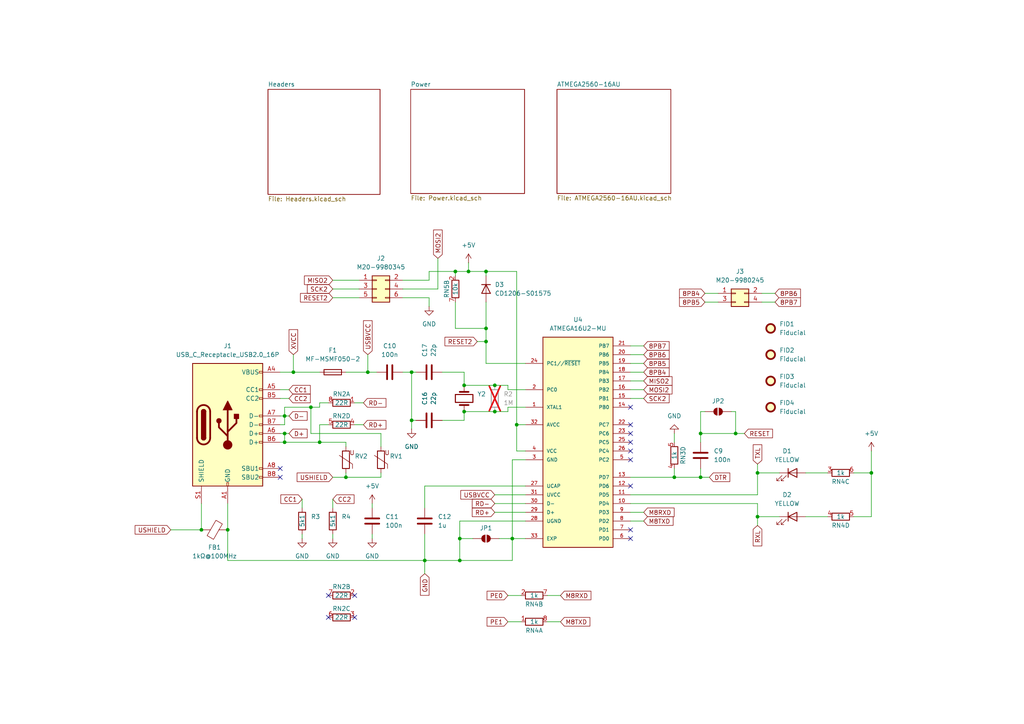
<source format=kicad_sch>
(kicad_sch
	(version 20231120)
	(generator "eeschema")
	(generator_version "8.0")
	(uuid "c69b050e-e6ce-4078-99de-fe1c29755be5")
	(paper "A4")
	(title_block
		(title "Arduino Mega 2560")
		(date "2024-05-31")
		(rev "1")
		(company "Carlos Sabogal")
	)
	(lib_symbols
		(symbol "Arduino Mega 2560:ATMEGA16U2-MU"
			(pin_names
				(offset 1.016)
			)
			(exclude_from_sim no)
			(in_bom yes)
			(on_board yes)
			(property "Reference" "U"
				(at -0.0097 62.0087 0)
				(effects
					(font
						(size 1.27 1.27)
					)
					(justify left bottom)
				)
			)
			(property "Value" "ATMEGA16U2-MU"
				(at 0 -2.286 0)
				(effects
					(font
						(size 1.27 1.27)
					)
					(justify left bottom)
				)
			)
			(property "Footprint" "Package_DFN_QFN:VQFN-32-1EP_5x5mm_P0.5mm_EP3.1x3.1mm"
				(at 10.922 -5.08 0)
				(effects
					(font
						(size 1.27 1.27)
					)
					(justify bottom)
					(hide yes)
				)
			)
			(property "Datasheet" ""
				(at 10.16 27.94 0)
				(effects
					(font
						(size 1.27 1.27)
					)
					(hide yes)
				)
			)
			(property "Description" ""
				(at 10.16 27.94 0)
				(effects
					(font
						(size 1.27 1.27)
					)
					(hide yes)
				)
			)
			(property "MANUFACTURER" "Atmel"
				(at 9.398 61.722 0)
				(effects
					(font
						(size 1.27 1.27)
					)
					(justify bottom)
					(hide yes)
				)
			)
			(symbol "ATMEGA16U2-MU_0_0"
				(rectangle
					(start 0 60.96)
					(end 20.32 0)
					(stroke
						(width 0.254)
						(type default)
					)
					(fill
						(type background)
					)
				)
				(pin input line
					(at -5.08 40.64 0)
					(length 5.08)
					(name "XTAL1"
						(effects
							(font
								(size 1.016 1.016)
							)
						)
					)
					(number "1"
						(effects
							(font
								(size 1.016 1.016)
							)
						)
					)
				)
				(pin bidirectional line
					(at 25.4 12.7 180)
					(length 5.08)
					(name "PD4"
						(effects
							(font
								(size 1.016 1.016)
							)
						)
					)
					(number "10"
						(effects
							(font
								(size 1.016 1.016)
							)
						)
					)
				)
				(pin bidirectional line
					(at 25.4 15.24 180)
					(length 5.08)
					(name "PD5"
						(effects
							(font
								(size 1.016 1.016)
							)
						)
					)
					(number "11"
						(effects
							(font
								(size 1.016 1.016)
							)
						)
					)
				)
				(pin bidirectional line
					(at 25.4 17.78 180)
					(length 5.08)
					(name "PD6"
						(effects
							(font
								(size 1.016 1.016)
							)
						)
					)
					(number "12"
						(effects
							(font
								(size 1.016 1.016)
							)
						)
					)
				)
				(pin bidirectional line
					(at 25.4 20.32 180)
					(length 5.08)
					(name "PD7"
						(effects
							(font
								(size 1.016 1.016)
							)
						)
					)
					(number "13"
						(effects
							(font
								(size 1.016 1.016)
							)
						)
					)
				)
				(pin bidirectional line
					(at 25.4 40.64 180)
					(length 5.08)
					(name "PB0"
						(effects
							(font
								(size 1.016 1.016)
							)
						)
					)
					(number "14"
						(effects
							(font
								(size 1.016 1.016)
							)
						)
					)
				)
				(pin bidirectional line
					(at 25.4 43.18 180)
					(length 5.08)
					(name "PB1"
						(effects
							(font
								(size 1.016 1.016)
							)
						)
					)
					(number "15"
						(effects
							(font
								(size 1.016 1.016)
							)
						)
					)
				)
				(pin bidirectional line
					(at 25.4 45.72 180)
					(length 5.08)
					(name "PB2"
						(effects
							(font
								(size 1.016 1.016)
							)
						)
					)
					(number "16"
						(effects
							(font
								(size 1.016 1.016)
							)
						)
					)
				)
				(pin bidirectional line
					(at 25.4 48.26 180)
					(length 5.08)
					(name "PB3"
						(effects
							(font
								(size 1.016 1.016)
							)
						)
					)
					(number "17"
						(effects
							(font
								(size 1.016 1.016)
							)
						)
					)
				)
				(pin bidirectional line
					(at 25.4 50.8 180)
					(length 5.08)
					(name "PB4"
						(effects
							(font
								(size 1.016 1.016)
							)
						)
					)
					(number "18"
						(effects
							(font
								(size 1.016 1.016)
							)
						)
					)
				)
				(pin bidirectional line
					(at 25.4 53.34 180)
					(length 5.08)
					(name "PB5"
						(effects
							(font
								(size 1.016 1.016)
							)
						)
					)
					(number "19"
						(effects
							(font
								(size 1.016 1.016)
							)
						)
					)
				)
				(pin bidirectional line
					(at -5.08 45.72 0)
					(length 5.08)
					(name "PC0"
						(effects
							(font
								(size 1.016 1.016)
							)
						)
					)
					(number "2"
						(effects
							(font
								(size 1.016 1.016)
							)
						)
					)
				)
				(pin bidirectional line
					(at 25.4 55.88 180)
					(length 5.08)
					(name "PB6"
						(effects
							(font
								(size 1.016 1.016)
							)
						)
					)
					(number "20"
						(effects
							(font
								(size 1.016 1.016)
							)
						)
					)
				)
				(pin bidirectional line
					(at 25.4 58.42 180)
					(length 5.08)
					(name "PB7"
						(effects
							(font
								(size 1.016 1.016)
							)
						)
					)
					(number "21"
						(effects
							(font
								(size 1.016 1.016)
							)
						)
					)
				)
				(pin bidirectional line
					(at 25.4 35.56 180)
					(length 5.08)
					(name "PC7"
						(effects
							(font
								(size 1.016 1.016)
							)
						)
					)
					(number "22"
						(effects
							(font
								(size 1.016 1.016)
							)
						)
					)
				)
				(pin bidirectional line
					(at 25.4 33.02 180)
					(length 5.08)
					(name "PC6"
						(effects
							(font
								(size 1.016 1.016)
							)
						)
					)
					(number "23"
						(effects
							(font
								(size 1.016 1.016)
							)
						)
					)
				)
				(pin bidirectional line
					(at -5.08 53.34 0)
					(length 5.08)
					(name "PC1//~{RESET}"
						(effects
							(font
								(size 1.016 1.016)
							)
						)
					)
					(number "24"
						(effects
							(font
								(size 1.016 1.016)
							)
						)
					)
				)
				(pin bidirectional line
					(at 25.4 30.48 180)
					(length 5.08)
					(name "PC5"
						(effects
							(font
								(size 1.016 1.016)
							)
						)
					)
					(number "25"
						(effects
							(font
								(size 1.016 1.016)
							)
						)
					)
				)
				(pin bidirectional line
					(at 25.4 27.94 180)
					(length 5.08)
					(name "PC4"
						(effects
							(font
								(size 1.016 1.016)
							)
						)
					)
					(number "26"
						(effects
							(font
								(size 1.016 1.016)
							)
						)
					)
				)
				(pin output line
					(at -5.08 17.78 0)
					(length 5.08)
					(name "UCAP"
						(effects
							(font
								(size 1.016 1.016)
							)
						)
					)
					(number "27"
						(effects
							(font
								(size 1.016 1.016)
							)
						)
					)
				)
				(pin power_in line
					(at -5.08 7.62 0)
					(length 5.08)
					(name "UGND"
						(effects
							(font
								(size 1.016 1.016)
							)
						)
					)
					(number "28"
						(effects
							(font
								(size 1.016 1.016)
							)
						)
					)
				)
				(pin bidirectional line
					(at -5.08 10.16 0)
					(length 5.08)
					(name "D+"
						(effects
							(font
								(size 1.016 1.016)
							)
						)
					)
					(number "29"
						(effects
							(font
								(size 1.016 1.016)
							)
						)
					)
				)
				(pin power_in line
					(at -5.08 25.4 0)
					(length 5.08)
					(name "GND"
						(effects
							(font
								(size 1.016 1.016)
							)
						)
					)
					(number "3"
						(effects
							(font
								(size 1.016 1.016)
							)
						)
					)
				)
				(pin bidirectional line
					(at -5.08 12.7 0)
					(length 5.08)
					(name "D-"
						(effects
							(font
								(size 1.016 1.016)
							)
						)
					)
					(number "30"
						(effects
							(font
								(size 1.016 1.016)
							)
						)
					)
				)
				(pin power_in line
					(at -5.08 15.24 0)
					(length 5.08)
					(name "UVCC"
						(effects
							(font
								(size 1.016 1.016)
							)
						)
					)
					(number "31"
						(effects
							(font
								(size 1.016 1.016)
							)
						)
					)
				)
				(pin power_in line
					(at -5.08 35.56 0)
					(length 5.08)
					(name "AVCC"
						(effects
							(font
								(size 1.016 1.016)
							)
						)
					)
					(number "32"
						(effects
							(font
								(size 1.016 1.016)
							)
						)
					)
				)
				(pin power_in line
					(at -5.08 2.54 0)
					(length 5.08)
					(name "EXP"
						(effects
							(font
								(size 1.016 1.016)
							)
						)
					)
					(number "33"
						(effects
							(font
								(size 1.016 1.016)
							)
						)
					)
				)
				(pin power_in line
					(at -5.08 27.94 0)
					(length 5.08)
					(name "VCC"
						(effects
							(font
								(size 1.016 1.016)
							)
						)
					)
					(number "4"
						(effects
							(font
								(size 1.016 1.016)
							)
						)
					)
				)
				(pin bidirectional line
					(at 25.4 25.4 180)
					(length 5.08)
					(name "PC2"
						(effects
							(font
								(size 1.016 1.016)
							)
						)
					)
					(number "5"
						(effects
							(font
								(size 1.016 1.016)
							)
						)
					)
				)
				(pin bidirectional line
					(at 25.4 2.54 180)
					(length 5.08)
					(name "PD0"
						(effects
							(font
								(size 1.016 1.016)
							)
						)
					)
					(number "6"
						(effects
							(font
								(size 1.016 1.016)
							)
						)
					)
				)
				(pin bidirectional line
					(at 25.4 5.08 180)
					(length 5.08)
					(name "PD1"
						(effects
							(font
								(size 1.016 1.016)
							)
						)
					)
					(number "7"
						(effects
							(font
								(size 1.016 1.016)
							)
						)
					)
				)
				(pin bidirectional line
					(at 25.4 7.62 180)
					(length 5.08)
					(name "PD2"
						(effects
							(font
								(size 1.016 1.016)
							)
						)
					)
					(number "8"
						(effects
							(font
								(size 1.016 1.016)
							)
						)
					)
				)
				(pin bidirectional line
					(at 25.4 10.16 180)
					(length 5.08)
					(name "PD3"
						(effects
							(font
								(size 1.016 1.016)
							)
						)
					)
					(number "9"
						(effects
							(font
								(size 1.016 1.016)
							)
						)
					)
				)
			)
		)
		(symbol "Connector:USB_C_Receptacle_USB2.0_16P"
			(pin_names
				(offset 1.016)
			)
			(exclude_from_sim no)
			(in_bom yes)
			(on_board yes)
			(property "Reference" "J"
				(at 0 22.225 0)
				(effects
					(font
						(size 1.27 1.27)
					)
				)
			)
			(property "Value" "USB_C_Receptacle_USB2.0_16P"
				(at 0 19.685 0)
				(effects
					(font
						(size 1.27 1.27)
					)
				)
			)
			(property "Footprint" ""
				(at 3.81 0 0)
				(effects
					(font
						(size 1.27 1.27)
					)
					(hide yes)
				)
			)
			(property "Datasheet" "https://www.usb.org/sites/default/files/documents/usb_type-c.zip"
				(at 3.81 0 0)
				(effects
					(font
						(size 1.27 1.27)
					)
					(hide yes)
				)
			)
			(property "Description" "USB 2.0-only 16P Type-C Receptacle connector"
				(at 0 0 0)
				(effects
					(font
						(size 1.27 1.27)
					)
					(hide yes)
				)
			)
			(property "ki_keywords" "usb universal serial bus type-C USB2.0"
				(at 0 0 0)
				(effects
					(font
						(size 1.27 1.27)
					)
					(hide yes)
				)
			)
			(property "ki_fp_filters" "USB*C*Receptacle*"
				(at 0 0 0)
				(effects
					(font
						(size 1.27 1.27)
					)
					(hide yes)
				)
			)
			(symbol "USB_C_Receptacle_USB2.0_16P_0_0"
				(rectangle
					(start -0.254 -17.78)
					(end 0.254 -16.764)
					(stroke
						(width 0)
						(type default)
					)
					(fill
						(type none)
					)
				)
				(rectangle
					(start 10.16 -14.986)
					(end 9.144 -15.494)
					(stroke
						(width 0)
						(type default)
					)
					(fill
						(type none)
					)
				)
				(rectangle
					(start 10.16 -12.446)
					(end 9.144 -12.954)
					(stroke
						(width 0)
						(type default)
					)
					(fill
						(type none)
					)
				)
				(rectangle
					(start 10.16 -4.826)
					(end 9.144 -5.334)
					(stroke
						(width 0)
						(type default)
					)
					(fill
						(type none)
					)
				)
				(rectangle
					(start 10.16 -2.286)
					(end 9.144 -2.794)
					(stroke
						(width 0)
						(type default)
					)
					(fill
						(type none)
					)
				)
				(rectangle
					(start 10.16 0.254)
					(end 9.144 -0.254)
					(stroke
						(width 0)
						(type default)
					)
					(fill
						(type none)
					)
				)
				(rectangle
					(start 10.16 2.794)
					(end 9.144 2.286)
					(stroke
						(width 0)
						(type default)
					)
					(fill
						(type none)
					)
				)
				(rectangle
					(start 10.16 7.874)
					(end 9.144 7.366)
					(stroke
						(width 0)
						(type default)
					)
					(fill
						(type none)
					)
				)
				(rectangle
					(start 10.16 10.414)
					(end 9.144 9.906)
					(stroke
						(width 0)
						(type default)
					)
					(fill
						(type none)
					)
				)
				(rectangle
					(start 10.16 15.494)
					(end 9.144 14.986)
					(stroke
						(width 0)
						(type default)
					)
					(fill
						(type none)
					)
				)
			)
			(symbol "USB_C_Receptacle_USB2.0_16P_0_1"
				(rectangle
					(start -10.16 17.78)
					(end 10.16 -17.78)
					(stroke
						(width 0.254)
						(type default)
					)
					(fill
						(type background)
					)
				)
				(arc
					(start -8.89 -3.81)
					(mid -6.985 -5.7067)
					(end -5.08 -3.81)
					(stroke
						(width 0.508)
						(type default)
					)
					(fill
						(type none)
					)
				)
				(arc
					(start -7.62 -3.81)
					(mid -6.985 -4.4423)
					(end -6.35 -3.81)
					(stroke
						(width 0.254)
						(type default)
					)
					(fill
						(type none)
					)
				)
				(arc
					(start -7.62 -3.81)
					(mid -6.985 -4.4423)
					(end -6.35 -3.81)
					(stroke
						(width 0.254)
						(type default)
					)
					(fill
						(type outline)
					)
				)
				(rectangle
					(start -7.62 -3.81)
					(end -6.35 3.81)
					(stroke
						(width 0.254)
						(type default)
					)
					(fill
						(type outline)
					)
				)
				(arc
					(start -6.35 3.81)
					(mid -6.985 4.4423)
					(end -7.62 3.81)
					(stroke
						(width 0.254)
						(type default)
					)
					(fill
						(type none)
					)
				)
				(arc
					(start -6.35 3.81)
					(mid -6.985 4.4423)
					(end -7.62 3.81)
					(stroke
						(width 0.254)
						(type default)
					)
					(fill
						(type outline)
					)
				)
				(arc
					(start -5.08 3.81)
					(mid -6.985 5.7067)
					(end -8.89 3.81)
					(stroke
						(width 0.508)
						(type default)
					)
					(fill
						(type none)
					)
				)
				(circle
					(center -2.54 1.143)
					(radius 0.635)
					(stroke
						(width 0.254)
						(type default)
					)
					(fill
						(type outline)
					)
				)
				(circle
					(center 0 -5.842)
					(radius 1.27)
					(stroke
						(width 0)
						(type default)
					)
					(fill
						(type outline)
					)
				)
				(polyline
					(pts
						(xy -8.89 -3.81) (xy -8.89 3.81)
					)
					(stroke
						(width 0.508)
						(type default)
					)
					(fill
						(type none)
					)
				)
				(polyline
					(pts
						(xy -5.08 3.81) (xy -5.08 -3.81)
					)
					(stroke
						(width 0.508)
						(type default)
					)
					(fill
						(type none)
					)
				)
				(polyline
					(pts
						(xy 0 -5.842) (xy 0 4.318)
					)
					(stroke
						(width 0.508)
						(type default)
					)
					(fill
						(type none)
					)
				)
				(polyline
					(pts
						(xy 0 -3.302) (xy -2.54 -0.762) (xy -2.54 0.508)
					)
					(stroke
						(width 0.508)
						(type default)
					)
					(fill
						(type none)
					)
				)
				(polyline
					(pts
						(xy 0 -2.032) (xy 2.54 0.508) (xy 2.54 1.778)
					)
					(stroke
						(width 0.508)
						(type default)
					)
					(fill
						(type none)
					)
				)
				(polyline
					(pts
						(xy -1.27 4.318) (xy 0 6.858) (xy 1.27 4.318) (xy -1.27 4.318)
					)
					(stroke
						(width 0.254)
						(type default)
					)
					(fill
						(type outline)
					)
				)
				(rectangle
					(start 1.905 1.778)
					(end 3.175 3.048)
					(stroke
						(width 0.254)
						(type default)
					)
					(fill
						(type outline)
					)
				)
			)
			(symbol "USB_C_Receptacle_USB2.0_16P_1_1"
				(pin passive line
					(at 0 -22.86 90)
					(length 5.08)
					(name "GND"
						(effects
							(font
								(size 1.27 1.27)
							)
						)
					)
					(number "A1"
						(effects
							(font
								(size 1.27 1.27)
							)
						)
					)
				)
				(pin passive line
					(at 0 -22.86 90)
					(length 5.08) hide
					(name "GND"
						(effects
							(font
								(size 1.27 1.27)
							)
						)
					)
					(number "A12"
						(effects
							(font
								(size 1.27 1.27)
							)
						)
					)
				)
				(pin passive line
					(at 15.24 15.24 180)
					(length 5.08)
					(name "VBUS"
						(effects
							(font
								(size 1.27 1.27)
							)
						)
					)
					(number "A4"
						(effects
							(font
								(size 1.27 1.27)
							)
						)
					)
				)
				(pin bidirectional line
					(at 15.24 10.16 180)
					(length 5.08)
					(name "CC1"
						(effects
							(font
								(size 1.27 1.27)
							)
						)
					)
					(number "A5"
						(effects
							(font
								(size 1.27 1.27)
							)
						)
					)
				)
				(pin bidirectional line
					(at 15.24 -2.54 180)
					(length 5.08)
					(name "D+"
						(effects
							(font
								(size 1.27 1.27)
							)
						)
					)
					(number "A6"
						(effects
							(font
								(size 1.27 1.27)
							)
						)
					)
				)
				(pin bidirectional line
					(at 15.24 2.54 180)
					(length 5.08)
					(name "D-"
						(effects
							(font
								(size 1.27 1.27)
							)
						)
					)
					(number "A7"
						(effects
							(font
								(size 1.27 1.27)
							)
						)
					)
				)
				(pin bidirectional line
					(at 15.24 -12.7 180)
					(length 5.08)
					(name "SBU1"
						(effects
							(font
								(size 1.27 1.27)
							)
						)
					)
					(number "A8"
						(effects
							(font
								(size 1.27 1.27)
							)
						)
					)
				)
				(pin passive line
					(at 15.24 15.24 180)
					(length 5.08) hide
					(name "VBUS"
						(effects
							(font
								(size 1.27 1.27)
							)
						)
					)
					(number "A9"
						(effects
							(font
								(size 1.27 1.27)
							)
						)
					)
				)
				(pin passive line
					(at 0 -22.86 90)
					(length 5.08) hide
					(name "GND"
						(effects
							(font
								(size 1.27 1.27)
							)
						)
					)
					(number "B1"
						(effects
							(font
								(size 1.27 1.27)
							)
						)
					)
				)
				(pin passive line
					(at 0 -22.86 90)
					(length 5.08) hide
					(name "GND"
						(effects
							(font
								(size 1.27 1.27)
							)
						)
					)
					(number "B12"
						(effects
							(font
								(size 1.27 1.27)
							)
						)
					)
				)
				(pin passive line
					(at 15.24 15.24 180)
					(length 5.08) hide
					(name "VBUS"
						(effects
							(font
								(size 1.27 1.27)
							)
						)
					)
					(number "B4"
						(effects
							(font
								(size 1.27 1.27)
							)
						)
					)
				)
				(pin bidirectional line
					(at 15.24 7.62 180)
					(length 5.08)
					(name "CC2"
						(effects
							(font
								(size 1.27 1.27)
							)
						)
					)
					(number "B5"
						(effects
							(font
								(size 1.27 1.27)
							)
						)
					)
				)
				(pin bidirectional line
					(at 15.24 -5.08 180)
					(length 5.08)
					(name "D+"
						(effects
							(font
								(size 1.27 1.27)
							)
						)
					)
					(number "B6"
						(effects
							(font
								(size 1.27 1.27)
							)
						)
					)
				)
				(pin bidirectional line
					(at 15.24 0 180)
					(length 5.08)
					(name "D-"
						(effects
							(font
								(size 1.27 1.27)
							)
						)
					)
					(number "B7"
						(effects
							(font
								(size 1.27 1.27)
							)
						)
					)
				)
				(pin bidirectional line
					(at 15.24 -15.24 180)
					(length 5.08)
					(name "SBU2"
						(effects
							(font
								(size 1.27 1.27)
							)
						)
					)
					(number "B8"
						(effects
							(font
								(size 1.27 1.27)
							)
						)
					)
				)
				(pin passive line
					(at 15.24 15.24 180)
					(length 5.08) hide
					(name "VBUS"
						(effects
							(font
								(size 1.27 1.27)
							)
						)
					)
					(number "B9"
						(effects
							(font
								(size 1.27 1.27)
							)
						)
					)
				)
				(pin passive line
					(at -7.62 -22.86 90)
					(length 5.08)
					(name "SHIELD"
						(effects
							(font
								(size 1.27 1.27)
							)
						)
					)
					(number "S1"
						(effects
							(font
								(size 1.27 1.27)
							)
						)
					)
				)
			)
		)
		(symbol "Connector_Generic:Conn_02x02_Odd_Even"
			(pin_names
				(offset 1.016) hide)
			(exclude_from_sim no)
			(in_bom yes)
			(on_board yes)
			(property "Reference" "J"
				(at 1.27 2.54 0)
				(effects
					(font
						(size 1.27 1.27)
					)
				)
			)
			(property "Value" "Conn_02x02_Odd_Even"
				(at 1.27 -5.08 0)
				(effects
					(font
						(size 1.27 1.27)
					)
				)
			)
			(property "Footprint" ""
				(at 0 0 0)
				(effects
					(font
						(size 1.27 1.27)
					)
					(hide yes)
				)
			)
			(property "Datasheet" "~"
				(at 0 0 0)
				(effects
					(font
						(size 1.27 1.27)
					)
					(hide yes)
				)
			)
			(property "Description" "Generic connector, double row, 02x02, odd/even pin numbering scheme (row 1 odd numbers, row 2 even numbers), script generated (kicad-library-utils/schlib/autogen/connector/)"
				(at 0 0 0)
				(effects
					(font
						(size 1.27 1.27)
					)
					(hide yes)
				)
			)
			(property "ki_keywords" "connector"
				(at 0 0 0)
				(effects
					(font
						(size 1.27 1.27)
					)
					(hide yes)
				)
			)
			(property "ki_fp_filters" "Connector*:*_2x??_*"
				(at 0 0 0)
				(effects
					(font
						(size 1.27 1.27)
					)
					(hide yes)
				)
			)
			(symbol "Conn_02x02_Odd_Even_1_1"
				(rectangle
					(start -1.27 -2.413)
					(end 0 -2.667)
					(stroke
						(width 0.1524)
						(type default)
					)
					(fill
						(type none)
					)
				)
				(rectangle
					(start -1.27 0.127)
					(end 0 -0.127)
					(stroke
						(width 0.1524)
						(type default)
					)
					(fill
						(type none)
					)
				)
				(rectangle
					(start -1.27 1.27)
					(end 3.81 -3.81)
					(stroke
						(width 0.254)
						(type default)
					)
					(fill
						(type background)
					)
				)
				(rectangle
					(start 3.81 -2.413)
					(end 2.54 -2.667)
					(stroke
						(width 0.1524)
						(type default)
					)
					(fill
						(type none)
					)
				)
				(rectangle
					(start 3.81 0.127)
					(end 2.54 -0.127)
					(stroke
						(width 0.1524)
						(type default)
					)
					(fill
						(type none)
					)
				)
				(pin passive line
					(at -5.08 0 0)
					(length 3.81)
					(name "Pin_1"
						(effects
							(font
								(size 1.27 1.27)
							)
						)
					)
					(number "1"
						(effects
							(font
								(size 1.27 1.27)
							)
						)
					)
				)
				(pin passive line
					(at 7.62 0 180)
					(length 3.81)
					(name "Pin_2"
						(effects
							(font
								(size 1.27 1.27)
							)
						)
					)
					(number "2"
						(effects
							(font
								(size 1.27 1.27)
							)
						)
					)
				)
				(pin passive line
					(at -5.08 -2.54 0)
					(length 3.81)
					(name "Pin_3"
						(effects
							(font
								(size 1.27 1.27)
							)
						)
					)
					(number "3"
						(effects
							(font
								(size 1.27 1.27)
							)
						)
					)
				)
				(pin passive line
					(at 7.62 -2.54 180)
					(length 3.81)
					(name "Pin_4"
						(effects
							(font
								(size 1.27 1.27)
							)
						)
					)
					(number "4"
						(effects
							(font
								(size 1.27 1.27)
							)
						)
					)
				)
			)
		)
		(symbol "Connector_Generic:Conn_02x03_Odd_Even"
			(pin_names
				(offset 1.016) hide)
			(exclude_from_sim no)
			(in_bom yes)
			(on_board yes)
			(property "Reference" "J"
				(at 1.27 5.08 0)
				(effects
					(font
						(size 1.27 1.27)
					)
				)
			)
			(property "Value" "Conn_02x03_Odd_Even"
				(at 1.27 -5.08 0)
				(effects
					(font
						(size 1.27 1.27)
					)
				)
			)
			(property "Footprint" ""
				(at 0 0 0)
				(effects
					(font
						(size 1.27 1.27)
					)
					(hide yes)
				)
			)
			(property "Datasheet" "~"
				(at 0 0 0)
				(effects
					(font
						(size 1.27 1.27)
					)
					(hide yes)
				)
			)
			(property "Description" "Generic connector, double row, 02x03, odd/even pin numbering scheme (row 1 odd numbers, row 2 even numbers), script generated (kicad-library-utils/schlib/autogen/connector/)"
				(at 0 0 0)
				(effects
					(font
						(size 1.27 1.27)
					)
					(hide yes)
				)
			)
			(property "ki_keywords" "connector"
				(at 0 0 0)
				(effects
					(font
						(size 1.27 1.27)
					)
					(hide yes)
				)
			)
			(property "ki_fp_filters" "Connector*:*_2x??_*"
				(at 0 0 0)
				(effects
					(font
						(size 1.27 1.27)
					)
					(hide yes)
				)
			)
			(symbol "Conn_02x03_Odd_Even_1_1"
				(rectangle
					(start -1.27 -2.413)
					(end 0 -2.667)
					(stroke
						(width 0.1524)
						(type default)
					)
					(fill
						(type none)
					)
				)
				(rectangle
					(start -1.27 0.127)
					(end 0 -0.127)
					(stroke
						(width 0.1524)
						(type default)
					)
					(fill
						(type none)
					)
				)
				(rectangle
					(start -1.27 2.667)
					(end 0 2.413)
					(stroke
						(width 0.1524)
						(type default)
					)
					(fill
						(type none)
					)
				)
				(rectangle
					(start -1.27 3.81)
					(end 3.81 -3.81)
					(stroke
						(width 0.254)
						(type default)
					)
					(fill
						(type background)
					)
				)
				(rectangle
					(start 3.81 -2.413)
					(end 2.54 -2.667)
					(stroke
						(width 0.1524)
						(type default)
					)
					(fill
						(type none)
					)
				)
				(rectangle
					(start 3.81 0.127)
					(end 2.54 -0.127)
					(stroke
						(width 0.1524)
						(type default)
					)
					(fill
						(type none)
					)
				)
				(rectangle
					(start 3.81 2.667)
					(end 2.54 2.413)
					(stroke
						(width 0.1524)
						(type default)
					)
					(fill
						(type none)
					)
				)
				(pin passive line
					(at -5.08 2.54 0)
					(length 3.81)
					(name "Pin_1"
						(effects
							(font
								(size 1.27 1.27)
							)
						)
					)
					(number "1"
						(effects
							(font
								(size 1.27 1.27)
							)
						)
					)
				)
				(pin passive line
					(at 7.62 2.54 180)
					(length 3.81)
					(name "Pin_2"
						(effects
							(font
								(size 1.27 1.27)
							)
						)
					)
					(number "2"
						(effects
							(font
								(size 1.27 1.27)
							)
						)
					)
				)
				(pin passive line
					(at -5.08 0 0)
					(length 3.81)
					(name "Pin_3"
						(effects
							(font
								(size 1.27 1.27)
							)
						)
					)
					(number "3"
						(effects
							(font
								(size 1.27 1.27)
							)
						)
					)
				)
				(pin passive line
					(at 7.62 0 180)
					(length 3.81)
					(name "Pin_4"
						(effects
							(font
								(size 1.27 1.27)
							)
						)
					)
					(number "4"
						(effects
							(font
								(size 1.27 1.27)
							)
						)
					)
				)
				(pin passive line
					(at -5.08 -2.54 0)
					(length 3.81)
					(name "Pin_5"
						(effects
							(font
								(size 1.27 1.27)
							)
						)
					)
					(number "5"
						(effects
							(font
								(size 1.27 1.27)
							)
						)
					)
				)
				(pin passive line
					(at 7.62 -2.54 180)
					(length 3.81)
					(name "Pin_6"
						(effects
							(font
								(size 1.27 1.27)
							)
						)
					)
					(number "6"
						(effects
							(font
								(size 1.27 1.27)
							)
						)
					)
				)
			)
		)
		(symbol "Device:C"
			(pin_numbers hide)
			(pin_names
				(offset 0.254)
			)
			(exclude_from_sim no)
			(in_bom yes)
			(on_board yes)
			(property "Reference" "C"
				(at 0.635 2.54 0)
				(effects
					(font
						(size 1.27 1.27)
					)
					(justify left)
				)
			)
			(property "Value" "C"
				(at 0.635 -2.54 0)
				(effects
					(font
						(size 1.27 1.27)
					)
					(justify left)
				)
			)
			(property "Footprint" ""
				(at 0.9652 -3.81 0)
				(effects
					(font
						(size 1.27 1.27)
					)
					(hide yes)
				)
			)
			(property "Datasheet" "~"
				(at 0 0 0)
				(effects
					(font
						(size 1.27 1.27)
					)
					(hide yes)
				)
			)
			(property "Description" "Unpolarized capacitor"
				(at 0 0 0)
				(effects
					(font
						(size 1.27 1.27)
					)
					(hide yes)
				)
			)
			(property "ki_keywords" "cap capacitor"
				(at 0 0 0)
				(effects
					(font
						(size 1.27 1.27)
					)
					(hide yes)
				)
			)
			(property "ki_fp_filters" "C_*"
				(at 0 0 0)
				(effects
					(font
						(size 1.27 1.27)
					)
					(hide yes)
				)
			)
			(symbol "C_0_1"
				(polyline
					(pts
						(xy -2.032 -0.762) (xy 2.032 -0.762)
					)
					(stroke
						(width 0.508)
						(type default)
					)
					(fill
						(type none)
					)
				)
				(polyline
					(pts
						(xy -2.032 0.762) (xy 2.032 0.762)
					)
					(stroke
						(width 0.508)
						(type default)
					)
					(fill
						(type none)
					)
				)
			)
			(symbol "C_1_1"
				(pin passive line
					(at 0 3.81 270)
					(length 2.794)
					(name "~"
						(effects
							(font
								(size 1.27 1.27)
							)
						)
					)
					(number "1"
						(effects
							(font
								(size 1.27 1.27)
							)
						)
					)
				)
				(pin passive line
					(at 0 -3.81 90)
					(length 2.794)
					(name "~"
						(effects
							(font
								(size 1.27 1.27)
							)
						)
					)
					(number "2"
						(effects
							(font
								(size 1.27 1.27)
							)
						)
					)
				)
			)
		)
		(symbol "Device:Crystal"
			(pin_numbers hide)
			(pin_names
				(offset 1.016) hide)
			(exclude_from_sim no)
			(in_bom yes)
			(on_board yes)
			(property "Reference" "Y"
				(at 0 3.81 0)
				(effects
					(font
						(size 1.27 1.27)
					)
				)
			)
			(property "Value" "Crystal"
				(at 0 -3.81 0)
				(effects
					(font
						(size 1.27 1.27)
					)
				)
			)
			(property "Footprint" ""
				(at 0 0 0)
				(effects
					(font
						(size 1.27 1.27)
					)
					(hide yes)
				)
			)
			(property "Datasheet" "~"
				(at 0 0 0)
				(effects
					(font
						(size 1.27 1.27)
					)
					(hide yes)
				)
			)
			(property "Description" "Two pin crystal"
				(at 0 0 0)
				(effects
					(font
						(size 1.27 1.27)
					)
					(hide yes)
				)
			)
			(property "ki_keywords" "quartz ceramic resonator oscillator"
				(at 0 0 0)
				(effects
					(font
						(size 1.27 1.27)
					)
					(hide yes)
				)
			)
			(property "ki_fp_filters" "Crystal*"
				(at 0 0 0)
				(effects
					(font
						(size 1.27 1.27)
					)
					(hide yes)
				)
			)
			(symbol "Crystal_0_1"
				(rectangle
					(start -1.143 2.54)
					(end 1.143 -2.54)
					(stroke
						(width 0.3048)
						(type default)
					)
					(fill
						(type none)
					)
				)
				(polyline
					(pts
						(xy -2.54 0) (xy -1.905 0)
					)
					(stroke
						(width 0)
						(type default)
					)
					(fill
						(type none)
					)
				)
				(polyline
					(pts
						(xy -1.905 -1.27) (xy -1.905 1.27)
					)
					(stroke
						(width 0.508)
						(type default)
					)
					(fill
						(type none)
					)
				)
				(polyline
					(pts
						(xy 1.905 -1.27) (xy 1.905 1.27)
					)
					(stroke
						(width 0.508)
						(type default)
					)
					(fill
						(type none)
					)
				)
				(polyline
					(pts
						(xy 2.54 0) (xy 1.905 0)
					)
					(stroke
						(width 0)
						(type default)
					)
					(fill
						(type none)
					)
				)
			)
			(symbol "Crystal_1_1"
				(pin passive line
					(at -3.81 0 0)
					(length 1.27)
					(name "1"
						(effects
							(font
								(size 1.27 1.27)
							)
						)
					)
					(number "1"
						(effects
							(font
								(size 1.27 1.27)
							)
						)
					)
				)
				(pin passive line
					(at 3.81 0 180)
					(length 1.27)
					(name "2"
						(effects
							(font
								(size 1.27 1.27)
							)
						)
					)
					(number "2"
						(effects
							(font
								(size 1.27 1.27)
							)
						)
					)
				)
			)
		)
		(symbol "Device:D"
			(pin_numbers hide)
			(pin_names
				(offset 1.016) hide)
			(exclude_from_sim no)
			(in_bom yes)
			(on_board yes)
			(property "Reference" "D"
				(at 0 2.54 0)
				(effects
					(font
						(size 1.27 1.27)
					)
				)
			)
			(property "Value" "D"
				(at 0 -2.54 0)
				(effects
					(font
						(size 1.27 1.27)
					)
				)
			)
			(property "Footprint" ""
				(at 0 0 0)
				(effects
					(font
						(size 1.27 1.27)
					)
					(hide yes)
				)
			)
			(property "Datasheet" "~"
				(at 0 0 0)
				(effects
					(font
						(size 1.27 1.27)
					)
					(hide yes)
				)
			)
			(property "Description" "Diode"
				(at 0 0 0)
				(effects
					(font
						(size 1.27 1.27)
					)
					(hide yes)
				)
			)
			(property "Sim.Device" "D"
				(at 0 0 0)
				(effects
					(font
						(size 1.27 1.27)
					)
					(hide yes)
				)
			)
			(property "Sim.Pins" "1=K 2=A"
				(at 0 0 0)
				(effects
					(font
						(size 1.27 1.27)
					)
					(hide yes)
				)
			)
			(property "ki_keywords" "diode"
				(at 0 0 0)
				(effects
					(font
						(size 1.27 1.27)
					)
					(hide yes)
				)
			)
			(property "ki_fp_filters" "TO-???* *_Diode_* *SingleDiode* D_*"
				(at 0 0 0)
				(effects
					(font
						(size 1.27 1.27)
					)
					(hide yes)
				)
			)
			(symbol "D_0_1"
				(polyline
					(pts
						(xy -1.27 1.27) (xy -1.27 -1.27)
					)
					(stroke
						(width 0.254)
						(type default)
					)
					(fill
						(type none)
					)
				)
				(polyline
					(pts
						(xy 1.27 0) (xy -1.27 0)
					)
					(stroke
						(width 0)
						(type default)
					)
					(fill
						(type none)
					)
				)
				(polyline
					(pts
						(xy 1.27 1.27) (xy 1.27 -1.27) (xy -1.27 0) (xy 1.27 1.27)
					)
					(stroke
						(width 0.254)
						(type default)
					)
					(fill
						(type none)
					)
				)
			)
			(symbol "D_1_1"
				(pin passive line
					(at -3.81 0 0)
					(length 2.54)
					(name "K"
						(effects
							(font
								(size 1.27 1.27)
							)
						)
					)
					(number "1"
						(effects
							(font
								(size 1.27 1.27)
							)
						)
					)
				)
				(pin passive line
					(at 3.81 0 180)
					(length 2.54)
					(name "A"
						(effects
							(font
								(size 1.27 1.27)
							)
						)
					)
					(number "2"
						(effects
							(font
								(size 1.27 1.27)
							)
						)
					)
				)
			)
		)
		(symbol "Device:FerriteBead"
			(pin_numbers hide)
			(pin_names
				(offset 0)
			)
			(exclude_from_sim no)
			(in_bom yes)
			(on_board yes)
			(property "Reference" "FB"
				(at -3.81 0.635 90)
				(effects
					(font
						(size 1.27 1.27)
					)
				)
			)
			(property "Value" "FerriteBead"
				(at 3.81 0 90)
				(effects
					(font
						(size 1.27 1.27)
					)
				)
			)
			(property "Footprint" ""
				(at -1.778 0 90)
				(effects
					(font
						(size 1.27 1.27)
					)
					(hide yes)
				)
			)
			(property "Datasheet" "~"
				(at 0 0 0)
				(effects
					(font
						(size 1.27 1.27)
					)
					(hide yes)
				)
			)
			(property "Description" "Ferrite bead"
				(at 0 0 0)
				(effects
					(font
						(size 1.27 1.27)
					)
					(hide yes)
				)
			)
			(property "ki_keywords" "L ferrite bead inductor filter"
				(at 0 0 0)
				(effects
					(font
						(size 1.27 1.27)
					)
					(hide yes)
				)
			)
			(property "ki_fp_filters" "Inductor_* L_* *Ferrite*"
				(at 0 0 0)
				(effects
					(font
						(size 1.27 1.27)
					)
					(hide yes)
				)
			)
			(symbol "FerriteBead_0_1"
				(polyline
					(pts
						(xy 0 -1.27) (xy 0 -1.2192)
					)
					(stroke
						(width 0)
						(type default)
					)
					(fill
						(type none)
					)
				)
				(polyline
					(pts
						(xy 0 1.27) (xy 0 1.2954)
					)
					(stroke
						(width 0)
						(type default)
					)
					(fill
						(type none)
					)
				)
				(polyline
					(pts
						(xy -2.7686 0.4064) (xy -1.7018 2.2606) (xy 2.7686 -0.3048) (xy 1.6764 -2.159) (xy -2.7686 0.4064)
					)
					(stroke
						(width 0)
						(type default)
					)
					(fill
						(type none)
					)
				)
			)
			(symbol "FerriteBead_1_1"
				(pin passive line
					(at 0 3.81 270)
					(length 2.54)
					(name "~"
						(effects
							(font
								(size 1.27 1.27)
							)
						)
					)
					(number "1"
						(effects
							(font
								(size 1.27 1.27)
							)
						)
					)
				)
				(pin passive line
					(at 0 -3.81 90)
					(length 2.54)
					(name "~"
						(effects
							(font
								(size 1.27 1.27)
							)
						)
					)
					(number "2"
						(effects
							(font
								(size 1.27 1.27)
							)
						)
					)
				)
			)
		)
		(symbol "Device:Fuse"
			(pin_numbers hide)
			(pin_names
				(offset 0)
			)
			(exclude_from_sim no)
			(in_bom yes)
			(on_board yes)
			(property "Reference" "F"
				(at 2.032 0 90)
				(effects
					(font
						(size 1.27 1.27)
					)
				)
			)
			(property "Value" "Fuse"
				(at -1.905 0 90)
				(effects
					(font
						(size 1.27 1.27)
					)
				)
			)
			(property "Footprint" ""
				(at -1.778 0 90)
				(effects
					(font
						(size 1.27 1.27)
					)
					(hide yes)
				)
			)
			(property "Datasheet" "~"
				(at 0 0 0)
				(effects
					(font
						(size 1.27 1.27)
					)
					(hide yes)
				)
			)
			(property "Description" "Fuse"
				(at 0 0 0)
				(effects
					(font
						(size 1.27 1.27)
					)
					(hide yes)
				)
			)
			(property "ki_keywords" "fuse"
				(at 0 0 0)
				(effects
					(font
						(size 1.27 1.27)
					)
					(hide yes)
				)
			)
			(property "ki_fp_filters" "*Fuse*"
				(at 0 0 0)
				(effects
					(font
						(size 1.27 1.27)
					)
					(hide yes)
				)
			)
			(symbol "Fuse_0_1"
				(rectangle
					(start -0.762 -2.54)
					(end 0.762 2.54)
					(stroke
						(width 0.254)
						(type default)
					)
					(fill
						(type none)
					)
				)
				(polyline
					(pts
						(xy 0 2.54) (xy 0 -2.54)
					)
					(stroke
						(width 0)
						(type default)
					)
					(fill
						(type none)
					)
				)
			)
			(symbol "Fuse_1_1"
				(pin passive line
					(at 0 3.81 270)
					(length 1.27)
					(name "~"
						(effects
							(font
								(size 1.27 1.27)
							)
						)
					)
					(number "1"
						(effects
							(font
								(size 1.27 1.27)
							)
						)
					)
				)
				(pin passive line
					(at 0 -3.81 90)
					(length 1.27)
					(name "~"
						(effects
							(font
								(size 1.27 1.27)
							)
						)
					)
					(number "2"
						(effects
							(font
								(size 1.27 1.27)
							)
						)
					)
				)
			)
		)
		(symbol "Device:LED"
			(pin_numbers hide)
			(pin_names
				(offset 1.016) hide)
			(exclude_from_sim no)
			(in_bom yes)
			(on_board yes)
			(property "Reference" "D"
				(at 0 2.54 0)
				(effects
					(font
						(size 1.27 1.27)
					)
				)
			)
			(property "Value" "LED"
				(at 0 -2.54 0)
				(effects
					(font
						(size 1.27 1.27)
					)
				)
			)
			(property "Footprint" ""
				(at 0 0 0)
				(effects
					(font
						(size 1.27 1.27)
					)
					(hide yes)
				)
			)
			(property "Datasheet" "~"
				(at 0 0 0)
				(effects
					(font
						(size 1.27 1.27)
					)
					(hide yes)
				)
			)
			(property "Description" "Light emitting diode"
				(at 0 0 0)
				(effects
					(font
						(size 1.27 1.27)
					)
					(hide yes)
				)
			)
			(property "ki_keywords" "LED diode"
				(at 0 0 0)
				(effects
					(font
						(size 1.27 1.27)
					)
					(hide yes)
				)
			)
			(property "ki_fp_filters" "LED* LED_SMD:* LED_THT:*"
				(at 0 0 0)
				(effects
					(font
						(size 1.27 1.27)
					)
					(hide yes)
				)
			)
			(symbol "LED_0_1"
				(polyline
					(pts
						(xy -1.27 -1.27) (xy -1.27 1.27)
					)
					(stroke
						(width 0.254)
						(type default)
					)
					(fill
						(type none)
					)
				)
				(polyline
					(pts
						(xy -1.27 0) (xy 1.27 0)
					)
					(stroke
						(width 0)
						(type default)
					)
					(fill
						(type none)
					)
				)
				(polyline
					(pts
						(xy 1.27 -1.27) (xy 1.27 1.27) (xy -1.27 0) (xy 1.27 -1.27)
					)
					(stroke
						(width 0.254)
						(type default)
					)
					(fill
						(type none)
					)
				)
				(polyline
					(pts
						(xy -3.048 -0.762) (xy -4.572 -2.286) (xy -3.81 -2.286) (xy -4.572 -2.286) (xy -4.572 -1.524)
					)
					(stroke
						(width 0)
						(type default)
					)
					(fill
						(type none)
					)
				)
				(polyline
					(pts
						(xy -1.778 -0.762) (xy -3.302 -2.286) (xy -2.54 -2.286) (xy -3.302 -2.286) (xy -3.302 -1.524)
					)
					(stroke
						(width 0)
						(type default)
					)
					(fill
						(type none)
					)
				)
			)
			(symbol "LED_1_1"
				(pin passive line
					(at -3.81 0 0)
					(length 2.54)
					(name "K"
						(effects
							(font
								(size 1.27 1.27)
							)
						)
					)
					(number "1"
						(effects
							(font
								(size 1.27 1.27)
							)
						)
					)
				)
				(pin passive line
					(at 3.81 0 180)
					(length 2.54)
					(name "A"
						(effects
							(font
								(size 1.27 1.27)
							)
						)
					)
					(number "2"
						(effects
							(font
								(size 1.27 1.27)
							)
						)
					)
				)
			)
		)
		(symbol "Device:R"
			(pin_numbers hide)
			(pin_names
				(offset 0)
			)
			(exclude_from_sim no)
			(in_bom yes)
			(on_board yes)
			(property "Reference" "R"
				(at 2.032 0 90)
				(effects
					(font
						(size 1.27 1.27)
					)
				)
			)
			(property "Value" "R"
				(at 0 0 90)
				(effects
					(font
						(size 1.27 1.27)
					)
				)
			)
			(property "Footprint" ""
				(at -1.778 0 90)
				(effects
					(font
						(size 1.27 1.27)
					)
					(hide yes)
				)
			)
			(property "Datasheet" "~"
				(at 0 0 0)
				(effects
					(font
						(size 1.27 1.27)
					)
					(hide yes)
				)
			)
			(property "Description" "Resistor"
				(at 0 0 0)
				(effects
					(font
						(size 1.27 1.27)
					)
					(hide yes)
				)
			)
			(property "ki_keywords" "R res resistor"
				(at 0 0 0)
				(effects
					(font
						(size 1.27 1.27)
					)
					(hide yes)
				)
			)
			(property "ki_fp_filters" "R_*"
				(at 0 0 0)
				(effects
					(font
						(size 1.27 1.27)
					)
					(hide yes)
				)
			)
			(symbol "R_0_1"
				(rectangle
					(start -1.016 -2.54)
					(end 1.016 2.54)
					(stroke
						(width 0.254)
						(type default)
					)
					(fill
						(type none)
					)
				)
			)
			(symbol "R_1_1"
				(pin passive line
					(at 0 3.81 270)
					(length 1.27)
					(name "~"
						(effects
							(font
								(size 1.27 1.27)
							)
						)
					)
					(number "1"
						(effects
							(font
								(size 1.27 1.27)
							)
						)
					)
				)
				(pin passive line
					(at 0 -3.81 90)
					(length 1.27)
					(name "~"
						(effects
							(font
								(size 1.27 1.27)
							)
						)
					)
					(number "2"
						(effects
							(font
								(size 1.27 1.27)
							)
						)
					)
				)
			)
		)
		(symbol "Device:R_Pack04_Split"
			(pin_names
				(offset 0) hide)
			(exclude_from_sim no)
			(in_bom yes)
			(on_board yes)
			(property "Reference" "RN"
				(at 2.032 0 90)
				(effects
					(font
						(size 1.27 1.27)
					)
				)
			)
			(property "Value" "R_Pack04_Split"
				(at 0 0 90)
				(effects
					(font
						(size 1.27 1.27)
					)
				)
			)
			(property "Footprint" ""
				(at -2.032 0 90)
				(effects
					(font
						(size 1.27 1.27)
					)
					(hide yes)
				)
			)
			(property "Datasheet" "~"
				(at 0 0 0)
				(effects
					(font
						(size 1.27 1.27)
					)
					(hide yes)
				)
			)
			(property "Description" "4 resistor network, parallel topology, split"
				(at 0 0 0)
				(effects
					(font
						(size 1.27 1.27)
					)
					(hide yes)
				)
			)
			(property "ki_keywords" "R network parallel topology isolated"
				(at 0 0 0)
				(effects
					(font
						(size 1.27 1.27)
					)
					(hide yes)
				)
			)
			(property "ki_fp_filters" "DIP* SOIC* R*Array*Concave* R*Array*Convex*"
				(at 0 0 0)
				(effects
					(font
						(size 1.27 1.27)
					)
					(hide yes)
				)
			)
			(symbol "R_Pack04_Split_0_1"
				(rectangle
					(start 1.016 2.54)
					(end -1.016 -2.54)
					(stroke
						(width 0.254)
						(type default)
					)
					(fill
						(type none)
					)
				)
			)
			(symbol "R_Pack04_Split_1_1"
				(pin passive line
					(at 0 -3.81 90)
					(length 1.27)
					(name "R1.1"
						(effects
							(font
								(size 1.27 1.27)
							)
						)
					)
					(number "1"
						(effects
							(font
								(size 1.27 1.27)
							)
						)
					)
				)
				(pin passive line
					(at 0 3.81 270)
					(length 1.27)
					(name "R1.2"
						(effects
							(font
								(size 1.27 1.27)
							)
						)
					)
					(number "8"
						(effects
							(font
								(size 1.27 1.27)
							)
						)
					)
				)
			)
			(symbol "R_Pack04_Split_2_1"
				(pin passive line
					(at 0 -3.81 90)
					(length 1.27)
					(name "R2.1"
						(effects
							(font
								(size 1.27 1.27)
							)
						)
					)
					(number "2"
						(effects
							(font
								(size 1.27 1.27)
							)
						)
					)
				)
				(pin passive line
					(at 0 3.81 270)
					(length 1.27)
					(name "R2.2"
						(effects
							(font
								(size 1.27 1.27)
							)
						)
					)
					(number "7"
						(effects
							(font
								(size 1.27 1.27)
							)
						)
					)
				)
			)
			(symbol "R_Pack04_Split_3_1"
				(pin passive line
					(at 0 -3.81 90)
					(length 1.27)
					(name "R3.1"
						(effects
							(font
								(size 1.27 1.27)
							)
						)
					)
					(number "3"
						(effects
							(font
								(size 1.27 1.27)
							)
						)
					)
				)
				(pin passive line
					(at 0 3.81 270)
					(length 1.27)
					(name "R3.2"
						(effects
							(font
								(size 1.27 1.27)
							)
						)
					)
					(number "6"
						(effects
							(font
								(size 1.27 1.27)
							)
						)
					)
				)
			)
			(symbol "R_Pack04_Split_4_1"
				(pin passive line
					(at 0 -3.81 90)
					(length 1.27)
					(name "R4.1"
						(effects
							(font
								(size 1.27 1.27)
							)
						)
					)
					(number "4"
						(effects
							(font
								(size 1.27 1.27)
							)
						)
					)
				)
				(pin passive line
					(at 0 3.81 270)
					(length 1.27)
					(name "R4.2"
						(effects
							(font
								(size 1.27 1.27)
							)
						)
					)
					(number "5"
						(effects
							(font
								(size 1.27 1.27)
							)
						)
					)
				)
			)
		)
		(symbol "Device:Varistor"
			(pin_numbers hide)
			(pin_names
				(offset 0)
			)
			(exclude_from_sim no)
			(in_bom yes)
			(on_board yes)
			(property "Reference" "RV"
				(at 3.175 0 90)
				(effects
					(font
						(size 1.27 1.27)
					)
				)
			)
			(property "Value" "Varistor"
				(at -3.175 0 90)
				(effects
					(font
						(size 1.27 1.27)
					)
				)
			)
			(property "Footprint" ""
				(at -1.778 0 90)
				(effects
					(font
						(size 1.27 1.27)
					)
					(hide yes)
				)
			)
			(property "Datasheet" "~"
				(at 0 0 0)
				(effects
					(font
						(size 1.27 1.27)
					)
					(hide yes)
				)
			)
			(property "Description" "Voltage dependent resistor"
				(at 0 0 0)
				(effects
					(font
						(size 1.27 1.27)
					)
					(hide yes)
				)
			)
			(property "Sim.Name" "kicad_builtin_varistor"
				(at 0 0 0)
				(effects
					(font
						(size 1.27 1.27)
					)
					(hide yes)
				)
			)
			(property "Sim.Device" "SUBCKT"
				(at 0 0 0)
				(effects
					(font
						(size 1.27 1.27)
					)
					(hide yes)
				)
			)
			(property "Sim.Pins" "1=A 2=B"
				(at 0 0 0)
				(effects
					(font
						(size 1.27 1.27)
					)
					(hide yes)
				)
			)
			(property "Sim.Params" "threshold=1k"
				(at 0 0 0)
				(effects
					(font
						(size 1.27 1.27)
					)
					(hide yes)
				)
			)
			(property "Sim.Library" "${KICAD7_SYMBOL_DIR}/Simulation_SPICE.sp"
				(at 0 0 0)
				(effects
					(font
						(size 1.27 1.27)
					)
					(hide yes)
				)
			)
			(property "ki_keywords" "VDR resistance"
				(at 0 0 0)
				(effects
					(font
						(size 1.27 1.27)
					)
					(hide yes)
				)
			)
			(property "ki_fp_filters" "RV_* Varistor*"
				(at 0 0 0)
				(effects
					(font
						(size 1.27 1.27)
					)
					(hide yes)
				)
			)
			(symbol "Varistor_0_0"
				(text "U"
					(at -1.778 -2.032 0)
					(effects
						(font
							(size 1.27 1.27)
						)
					)
				)
			)
			(symbol "Varistor_0_1"
				(rectangle
					(start -1.016 -2.54)
					(end 1.016 2.54)
					(stroke
						(width 0.254)
						(type default)
					)
					(fill
						(type none)
					)
				)
				(polyline
					(pts
						(xy -1.905 2.54) (xy -1.905 1.27) (xy 1.905 -1.27)
					)
					(stroke
						(width 0)
						(type default)
					)
					(fill
						(type none)
					)
				)
			)
			(symbol "Varistor_1_1"
				(pin passive line
					(at 0 3.81 270)
					(length 1.27)
					(name "~"
						(effects
							(font
								(size 1.27 1.27)
							)
						)
					)
					(number "1"
						(effects
							(font
								(size 1.27 1.27)
							)
						)
					)
				)
				(pin passive line
					(at 0 -3.81 90)
					(length 1.27)
					(name "~"
						(effects
							(font
								(size 1.27 1.27)
							)
						)
					)
					(number "2"
						(effects
							(font
								(size 1.27 1.27)
							)
						)
					)
				)
			)
		)
		(symbol "Jumper:SolderJumper_2_Open"
			(pin_numbers hide)
			(pin_names
				(offset 0) hide)
			(exclude_from_sim yes)
			(in_bom no)
			(on_board yes)
			(property "Reference" "JP"
				(at 0 2.032 0)
				(effects
					(font
						(size 1.27 1.27)
					)
				)
			)
			(property "Value" "SolderJumper_2_Open"
				(at 0 -2.54 0)
				(effects
					(font
						(size 1.27 1.27)
					)
				)
			)
			(property "Footprint" ""
				(at 0 0 0)
				(effects
					(font
						(size 1.27 1.27)
					)
					(hide yes)
				)
			)
			(property "Datasheet" "~"
				(at 0 0 0)
				(effects
					(font
						(size 1.27 1.27)
					)
					(hide yes)
				)
			)
			(property "Description" "Solder Jumper, 2-pole, open"
				(at 0 0 0)
				(effects
					(font
						(size 1.27 1.27)
					)
					(hide yes)
				)
			)
			(property "ki_keywords" "solder jumper SPST"
				(at 0 0 0)
				(effects
					(font
						(size 1.27 1.27)
					)
					(hide yes)
				)
			)
			(property "ki_fp_filters" "SolderJumper*Open*"
				(at 0 0 0)
				(effects
					(font
						(size 1.27 1.27)
					)
					(hide yes)
				)
			)
			(symbol "SolderJumper_2_Open_0_1"
				(arc
					(start -0.254 1.016)
					(mid -1.2656 0)
					(end -0.254 -1.016)
					(stroke
						(width 0)
						(type default)
					)
					(fill
						(type none)
					)
				)
				(arc
					(start -0.254 1.016)
					(mid -1.2656 0)
					(end -0.254 -1.016)
					(stroke
						(width 0)
						(type default)
					)
					(fill
						(type outline)
					)
				)
				(polyline
					(pts
						(xy -0.254 1.016) (xy -0.254 -1.016)
					)
					(stroke
						(width 0)
						(type default)
					)
					(fill
						(type none)
					)
				)
				(polyline
					(pts
						(xy 0.254 1.016) (xy 0.254 -1.016)
					)
					(stroke
						(width 0)
						(type default)
					)
					(fill
						(type none)
					)
				)
				(arc
					(start 0.254 -1.016)
					(mid 1.2656 0)
					(end 0.254 1.016)
					(stroke
						(width 0)
						(type default)
					)
					(fill
						(type none)
					)
				)
				(arc
					(start 0.254 -1.016)
					(mid 1.2656 0)
					(end 0.254 1.016)
					(stroke
						(width 0)
						(type default)
					)
					(fill
						(type outline)
					)
				)
			)
			(symbol "SolderJumper_2_Open_1_1"
				(pin passive line
					(at -3.81 0 0)
					(length 2.54)
					(name "A"
						(effects
							(font
								(size 1.27 1.27)
							)
						)
					)
					(number "1"
						(effects
							(font
								(size 1.27 1.27)
							)
						)
					)
				)
				(pin passive line
					(at 3.81 0 180)
					(length 2.54)
					(name "B"
						(effects
							(font
								(size 1.27 1.27)
							)
						)
					)
					(number "2"
						(effects
							(font
								(size 1.27 1.27)
							)
						)
					)
				)
			)
		)
		(symbol "Mechanical:Fiducial"
			(exclude_from_sim yes)
			(in_bom no)
			(on_board yes)
			(property "Reference" "FID"
				(at 0 5.08 0)
				(effects
					(font
						(size 1.27 1.27)
					)
				)
			)
			(property "Value" "Fiducial"
				(at 0 3.175 0)
				(effects
					(font
						(size 1.27 1.27)
					)
				)
			)
			(property "Footprint" ""
				(at 0 0 0)
				(effects
					(font
						(size 1.27 1.27)
					)
					(hide yes)
				)
			)
			(property "Datasheet" "~"
				(at 0 0 0)
				(effects
					(font
						(size 1.27 1.27)
					)
					(hide yes)
				)
			)
			(property "Description" "Fiducial Marker"
				(at 0 0 0)
				(effects
					(font
						(size 1.27 1.27)
					)
					(hide yes)
				)
			)
			(property "ki_keywords" "fiducial marker"
				(at 0 0 0)
				(effects
					(font
						(size 1.27 1.27)
					)
					(hide yes)
				)
			)
			(property "ki_fp_filters" "Fiducial*"
				(at 0 0 0)
				(effects
					(font
						(size 1.27 1.27)
					)
					(hide yes)
				)
			)
			(symbol "Fiducial_0_1"
				(circle
					(center 0 0)
					(radius 1.27)
					(stroke
						(width 0.508)
						(type default)
					)
					(fill
						(type background)
					)
				)
			)
		)
		(symbol "power:+5V"
			(power)
			(pin_numbers hide)
			(pin_names
				(offset 0) hide)
			(exclude_from_sim no)
			(in_bom yes)
			(on_board yes)
			(property "Reference" "#PWR"
				(at 0 -3.81 0)
				(effects
					(font
						(size 1.27 1.27)
					)
					(hide yes)
				)
			)
			(property "Value" "+5V"
				(at 0 3.556 0)
				(effects
					(font
						(size 1.27 1.27)
					)
				)
			)
			(property "Footprint" ""
				(at 0 0 0)
				(effects
					(font
						(size 1.27 1.27)
					)
					(hide yes)
				)
			)
			(property "Datasheet" ""
				(at 0 0 0)
				(effects
					(font
						(size 1.27 1.27)
					)
					(hide yes)
				)
			)
			(property "Description" "Power symbol creates a global label with name \"+5V\""
				(at 0 0 0)
				(effects
					(font
						(size 1.27 1.27)
					)
					(hide yes)
				)
			)
			(property "ki_keywords" "global power"
				(at 0 0 0)
				(effects
					(font
						(size 1.27 1.27)
					)
					(hide yes)
				)
			)
			(symbol "+5V_0_1"
				(polyline
					(pts
						(xy -0.762 1.27) (xy 0 2.54)
					)
					(stroke
						(width 0)
						(type default)
					)
					(fill
						(type none)
					)
				)
				(polyline
					(pts
						(xy 0 0) (xy 0 2.54)
					)
					(stroke
						(width 0)
						(type default)
					)
					(fill
						(type none)
					)
				)
				(polyline
					(pts
						(xy 0 2.54) (xy 0.762 1.27)
					)
					(stroke
						(width 0)
						(type default)
					)
					(fill
						(type none)
					)
				)
			)
			(symbol "+5V_1_1"
				(pin power_in line
					(at 0 0 90)
					(length 0)
					(name "~"
						(effects
							(font
								(size 1.27 1.27)
							)
						)
					)
					(number "1"
						(effects
							(font
								(size 1.27 1.27)
							)
						)
					)
				)
			)
		)
		(symbol "power:GND"
			(power)
			(pin_numbers hide)
			(pin_names
				(offset 0) hide)
			(exclude_from_sim no)
			(in_bom yes)
			(on_board yes)
			(property "Reference" "#PWR"
				(at 0 -6.35 0)
				(effects
					(font
						(size 1.27 1.27)
					)
					(hide yes)
				)
			)
			(property "Value" "GND"
				(at 0 -3.81 0)
				(effects
					(font
						(size 1.27 1.27)
					)
				)
			)
			(property "Footprint" ""
				(at 0 0 0)
				(effects
					(font
						(size 1.27 1.27)
					)
					(hide yes)
				)
			)
			(property "Datasheet" ""
				(at 0 0 0)
				(effects
					(font
						(size 1.27 1.27)
					)
					(hide yes)
				)
			)
			(property "Description" "Power symbol creates a global label with name \"GND\" , ground"
				(at 0 0 0)
				(effects
					(font
						(size 1.27 1.27)
					)
					(hide yes)
				)
			)
			(property "ki_keywords" "global power"
				(at 0 0 0)
				(effects
					(font
						(size 1.27 1.27)
					)
					(hide yes)
				)
			)
			(symbol "GND_0_1"
				(polyline
					(pts
						(xy 0 0) (xy 0 -1.27) (xy 1.27 -1.27) (xy 0 -2.54) (xy -1.27 -1.27) (xy 0 -1.27)
					)
					(stroke
						(width 0)
						(type default)
					)
					(fill
						(type none)
					)
				)
			)
			(symbol "GND_1_1"
				(pin power_in line
					(at 0 0 270)
					(length 0)
					(name "~"
						(effects
							(font
								(size 1.27 1.27)
							)
						)
					)
					(number "1"
						(effects
							(font
								(size 1.27 1.27)
							)
						)
					)
				)
			)
		)
	)
	(junction
		(at 85.09 107.95)
		(diameter 0)
		(color 0 0 0 0)
		(uuid "0527fc2d-e3bd-49dd-90fd-378b3033d93b")
	)
	(junction
		(at 203.2 125.73)
		(diameter 0)
		(color 0 0 0 0)
		(uuid "091e6f1b-8ce8-4470-906d-75a4070c68e5")
	)
	(junction
		(at 133.35 156.21)
		(diameter 0)
		(color 0 0 0 0)
		(uuid "0a8beee9-6c7b-47fa-b152-842db863d725")
	)
	(junction
		(at 119.38 121.92)
		(diameter 0)
		(color 0 0 0 0)
		(uuid "0f19824b-5622-46c2-9548-100e0e624a4e")
	)
	(junction
		(at 90.17 118.11)
		(diameter 0)
		(color 0 0 0 0)
		(uuid "12254e72-f13f-48de-9112-6d5f538d31e5")
	)
	(junction
		(at 140.97 95.25)
		(diameter 0)
		(color 0 0 0 0)
		(uuid "1ffc96e7-66af-43eb-a2de-030d695cc685")
	)
	(junction
		(at 133.35 162.56)
		(diameter 0)
		(color 0 0 0 0)
		(uuid "2117fd60-b6ee-4b9c-ac0d-a52230f37b9d")
	)
	(junction
		(at 82.55 120.65)
		(diameter 0)
		(color 0 0 0 0)
		(uuid "26043a12-b331-475e-8466-5139f7f23cae")
	)
	(junction
		(at 219.71 137.16)
		(diameter 0)
		(color 0 0 0 0)
		(uuid "338027c3-eec4-4970-8a0a-02d3e7647b73")
	)
	(junction
		(at 106.68 107.95)
		(diameter 0)
		(color 0 0 0 0)
		(uuid "34d0e530-4379-46ba-9ab0-3f50a765aafd")
	)
	(junction
		(at 58.42 153.67)
		(diameter 0)
		(color 0 0 0 0)
		(uuid "4972cf43-ac0d-470d-8db4-e7097db76b7d")
	)
	(junction
		(at 123.19 162.56)
		(diameter 0)
		(color 0 0 0 0)
		(uuid "4de6bc63-ef62-4b9e-9588-653d0df3e7ed")
	)
	(junction
		(at 203.2 138.43)
		(diameter 0)
		(color 0 0 0 0)
		(uuid "5423dd66-0a71-41e1-86b9-b859f472ac0b")
	)
	(junction
		(at 66.04 153.67)
		(diameter 0)
		(color 0 0 0 0)
		(uuid "5bcc9c18-6253-44e2-87fd-70a99942a0f0")
	)
	(junction
		(at 143.51 119.38)
		(diameter 0)
		(color 0 0 0 0)
		(uuid "61249f27-d19c-4a87-b9b7-64b989ba0b51")
	)
	(junction
		(at 134.62 119.38)
		(diameter 0)
		(color 0 0 0 0)
		(uuid "7db67c22-1b79-4784-90fc-3036737e5d12")
	)
	(junction
		(at 252.73 137.16)
		(diameter 0)
		(color 0 0 0 0)
		(uuid "7f2e7551-b08e-4860-8775-e3eb1e678cc9")
	)
	(junction
		(at 92.71 128.27)
		(diameter 0)
		(color 0 0 0 0)
		(uuid "8aa2816c-d5a6-4955-8e22-22feb67dd8e0")
	)
	(junction
		(at 149.86 123.19)
		(diameter 0)
		(color 0 0 0 0)
		(uuid "92ff846d-c6c6-4c68-ada9-6a4239bd7c23")
	)
	(junction
		(at 140.97 78.74)
		(diameter 0)
		(color 0 0 0 0)
		(uuid "9acba409-deed-43d7-aad8-6cb9a9668ab7")
	)
	(junction
		(at 134.62 111.76)
		(diameter 0)
		(color 0 0 0 0)
		(uuid "a5994113-5c2f-402e-8100-d3013c560c12")
	)
	(junction
		(at 100.33 138.43)
		(diameter 0)
		(color 0 0 0 0)
		(uuid "af5be3e3-68b0-4a13-a785-6f419dbddb2d")
	)
	(junction
		(at 148.59 156.21)
		(diameter 0)
		(color 0 0 0 0)
		(uuid "cbea8f57-0130-4828-93fe-d0ddcf895233")
	)
	(junction
		(at 135.89 78.74)
		(diameter 0)
		(color 0 0 0 0)
		(uuid "cda57c5c-e3bf-4018-8a5b-1c09a6811997")
	)
	(junction
		(at 195.58 138.43)
		(diameter 0)
		(color 0 0 0 0)
		(uuid "d2e79a1c-fa6a-4208-abd6-a86dfdbedfc5")
	)
	(junction
		(at 119.38 107.95)
		(diameter 0)
		(color 0 0 0 0)
		(uuid "d2f0b3c8-935f-4b1c-a269-5c350b686bd1")
	)
	(junction
		(at 132.08 78.74)
		(diameter 0)
		(color 0 0 0 0)
		(uuid "d7b8e675-a8ce-488c-b59c-c2b221a40539")
	)
	(junction
		(at 213.36 125.73)
		(diameter 0)
		(color 0 0 0 0)
		(uuid "e1bcc5dd-b903-4a11-8ed3-1d372868ded8")
	)
	(junction
		(at 219.71 149.86)
		(diameter 0)
		(color 0 0 0 0)
		(uuid "e82e20a5-9bbe-478b-83bf-b936ff8a3a12")
	)
	(junction
		(at 143.51 111.76)
		(diameter 0)
		(color 0 0 0 0)
		(uuid "e8cbbc4d-4921-4421-b3ac-f63cf08b6c3b")
	)
	(junction
		(at 140.97 99.06)
		(diameter 0)
		(color 0 0 0 0)
		(uuid "f7d9247d-c951-43b3-b614-fa911af29adb")
	)
	(junction
		(at 82.55 125.73)
		(diameter 0)
		(color 0 0 0 0)
		(uuid "f91757d6-a047-4678-8aca-7c2aaf856fee")
	)
	(junction
		(at 82.55 128.27)
		(diameter 0)
		(color 0 0 0 0)
		(uuid "fddc4296-441f-48e6-9fec-7c8bf6edf3dd")
	)
	(no_connect
		(at 182.88 133.35)
		(uuid "2c876f8f-ca66-4cb8-bcae-28e4f753e91f")
	)
	(no_connect
		(at 182.88 140.97)
		(uuid "3f49b4c7-27e6-4341-8e99-7e905a377a23")
	)
	(no_connect
		(at 182.88 153.67)
		(uuid "4b01bb6a-cca7-4308-a660-765c10eef8ce")
	)
	(no_connect
		(at 102.87 172.72)
		(uuid "5ff06124-ff92-4f28-accc-50527272be75")
	)
	(no_connect
		(at 95.25 179.07)
		(uuid "639a31ce-6f9e-4800-abf9-40cfb21630a6")
	)
	(no_connect
		(at 102.87 179.07)
		(uuid "68faf8aa-205a-4d60-90d9-24c90e296492")
	)
	(no_connect
		(at 182.88 130.81)
		(uuid "6c2c30a3-ed55-4696-9d41-6eac3aebf631")
	)
	(no_connect
		(at 182.88 125.73)
		(uuid "90390d28-bc1f-4601-8179-416db0960c06")
	)
	(no_connect
		(at 182.88 128.27)
		(uuid "911c5a48-2641-408b-b672-83d9ea5084f0")
	)
	(no_connect
		(at 81.28 138.43)
		(uuid "a9e55667-e310-4738-8bfd-84be85941573")
	)
	(no_connect
		(at 95.25 172.72)
		(uuid "ccd7de76-54db-4c93-a281-bd7407380e03")
	)
	(no_connect
		(at 81.28 135.89)
		(uuid "d68962f6-84df-49af-9d27-bcf516a8990d")
	)
	(no_connect
		(at 182.88 123.19)
		(uuid "d771503b-3c30-4420-88e0-97892901161b")
	)
	(no_connect
		(at 182.88 156.21)
		(uuid "dd00abc7-5423-462a-b483-ca3d2be4008c")
	)
	(no_connect
		(at 182.88 118.11)
		(uuid "f24a68e2-1e20-4cf1-938b-45d29c83a1e9")
	)
	(wire
		(pts
			(xy 140.97 78.74) (xy 149.86 78.74)
		)
		(stroke
			(width 0)
			(type default)
		)
		(uuid "01fcea9c-0317-4376-ba61-5173d097b9f6")
	)
	(wire
		(pts
			(xy 85.09 102.87) (xy 85.09 107.95)
		)
		(stroke
			(width 0)
			(type default)
		)
		(uuid "022f7c63-116c-4044-a59b-f2f2d80f4cc7")
	)
	(wire
		(pts
			(xy 219.71 143.51) (xy 219.71 137.16)
		)
		(stroke
			(width 0)
			(type default)
		)
		(uuid "029807bc-77ff-447c-b367-dc947d19b3aa")
	)
	(wire
		(pts
			(xy 138.43 99.06) (xy 140.97 99.06)
		)
		(stroke
			(width 0)
			(type default)
		)
		(uuid "0326a29f-9cc6-49f5-8567-58cfdde5e018")
	)
	(wire
		(pts
			(xy 110.49 125.73) (xy 110.49 129.54)
		)
		(stroke
			(width 0)
			(type default)
		)
		(uuid "04dda251-1b2c-419e-b17e-47872af06fce")
	)
	(wire
		(pts
			(xy 119.38 107.95) (xy 119.38 121.92)
		)
		(stroke
			(width 0)
			(type default)
		)
		(uuid "0773066b-9ead-4c23-ab3d-07ac62028394")
	)
	(wire
		(pts
			(xy 186.69 105.41) (xy 182.88 105.41)
		)
		(stroke
			(width 0)
			(type default)
		)
		(uuid "07a57736-0e49-4bca-aade-a3ddd4169bea")
	)
	(wire
		(pts
			(xy 186.69 107.95) (xy 182.88 107.95)
		)
		(stroke
			(width 0)
			(type default)
		)
		(uuid "07b72547-c4b9-4423-8951-45d9289857be")
	)
	(wire
		(pts
			(xy 147.32 113.03) (xy 152.4 113.03)
		)
		(stroke
			(width 0)
			(type default)
		)
		(uuid "088531a1-9141-4649-b3ed-24485bedd581")
	)
	(wire
		(pts
			(xy 140.97 78.74) (xy 140.97 80.01)
		)
		(stroke
			(width 0)
			(type default)
		)
		(uuid "093a0b66-4c51-4bf8-b5ae-eee2d0b62131")
	)
	(wire
		(pts
			(xy 204.47 119.38) (xy 203.2 119.38)
		)
		(stroke
			(width 0)
			(type default)
		)
		(uuid "0aa0047b-f45f-40b4-a59d-a341ba4fd2f9")
	)
	(wire
		(pts
			(xy 133.35 162.56) (xy 123.19 162.56)
		)
		(stroke
			(width 0)
			(type default)
		)
		(uuid "0ac74407-cefe-4fc4-bbe9-a5a22e2429e7")
	)
	(wire
		(pts
			(xy 252.73 137.16) (xy 252.73 130.81)
		)
		(stroke
			(width 0)
			(type default)
		)
		(uuid "0dfb1026-3416-41ce-8be2-101cb47c1faf")
	)
	(wire
		(pts
			(xy 144.78 156.21) (xy 148.59 156.21)
		)
		(stroke
			(width 0)
			(type default)
		)
		(uuid "0efeaaae-0113-4035-8916-e5d0e9bd090b")
	)
	(wire
		(pts
			(xy 96.52 81.28) (xy 104.14 81.28)
		)
		(stroke
			(width 0)
			(type default)
		)
		(uuid "0f642f76-7bb2-42d8-a833-549e4f700c3e")
	)
	(wire
		(pts
			(xy 123.19 154.94) (xy 123.19 162.56)
		)
		(stroke
			(width 0)
			(type default)
		)
		(uuid "119ca4b7-be67-4ab3-89ae-e805f2e8e9ea")
	)
	(wire
		(pts
			(xy 92.71 116.84) (xy 92.71 118.11)
		)
		(stroke
			(width 0)
			(type default)
		)
		(uuid "13beabee-9cf4-4f68-b9e1-db2852d93a7e")
	)
	(wire
		(pts
			(xy 195.58 125.73) (xy 195.58 128.27)
		)
		(stroke
			(width 0)
			(type default)
		)
		(uuid "1715bdba-3f9a-4550-a3b2-fa30db763442")
	)
	(wire
		(pts
			(xy 140.97 87.63) (xy 140.97 95.25)
		)
		(stroke
			(width 0)
			(type default)
		)
		(uuid "1b05646f-435d-43a7-b477-65096dbd229e")
	)
	(wire
		(pts
			(xy 82.55 120.65) (xy 82.55 123.19)
		)
		(stroke
			(width 0)
			(type default)
		)
		(uuid "1bb5e40a-4183-4e9b-b979-010610d08e41")
	)
	(wire
		(pts
			(xy 66.04 146.05) (xy 66.04 153.67)
		)
		(stroke
			(width 0)
			(type default)
		)
		(uuid "1bf272f3-788b-4833-960f-8440e8075edc")
	)
	(wire
		(pts
			(xy 133.35 156.21) (xy 133.35 162.56)
		)
		(stroke
			(width 0)
			(type default)
		)
		(uuid "1c4337db-43bc-4f6c-93fe-d12c41f0fad7")
	)
	(wire
		(pts
			(xy 124.46 78.74) (xy 132.08 78.74)
		)
		(stroke
			(width 0)
			(type default)
		)
		(uuid "1e9a2435-b951-49b8-a4ac-14bfd6f82d02")
	)
	(wire
		(pts
			(xy 195.58 138.43) (xy 195.58 135.89)
		)
		(stroke
			(width 0)
			(type default)
		)
		(uuid "2388214b-1087-471d-b415-5e43ec533f50")
	)
	(wire
		(pts
			(xy 81.28 115.57) (xy 83.82 115.57)
		)
		(stroke
			(width 0)
			(type default)
		)
		(uuid "25230939-9335-479d-bbf9-96642abbaea5")
	)
	(wire
		(pts
			(xy 204.47 85.09) (xy 208.28 85.09)
		)
		(stroke
			(width 0)
			(type default)
		)
		(uuid "252da277-f1d1-4e14-8b9f-6e1b802a680c")
	)
	(wire
		(pts
			(xy 82.55 123.19) (xy 81.28 123.19)
		)
		(stroke
			(width 0)
			(type default)
		)
		(uuid "262f688d-3f3d-49da-99fa-0c5dd4ce6eed")
	)
	(wire
		(pts
			(xy 186.69 100.33) (xy 182.88 100.33)
		)
		(stroke
			(width 0)
			(type default)
		)
		(uuid "28167390-efdc-4f73-a4ad-504d0ad80122")
	)
	(wire
		(pts
			(xy 119.38 107.95) (xy 120.65 107.95)
		)
		(stroke
			(width 0)
			(type default)
		)
		(uuid "2cb2ea98-7e9a-4402-aa98-11f5f3c23ba8")
	)
	(wire
		(pts
			(xy 106.68 102.87) (xy 106.68 107.95)
		)
		(stroke
			(width 0)
			(type default)
		)
		(uuid "2d987265-507b-40d1-a850-efc52a2c772b")
	)
	(wire
		(pts
			(xy 81.28 120.65) (xy 82.55 120.65)
		)
		(stroke
			(width 0)
			(type default)
		)
		(uuid "2dd1029c-e832-4e26-9d42-d9439866fffa")
	)
	(wire
		(pts
			(xy 127 74.93) (xy 127 83.82)
		)
		(stroke
			(width 0)
			(type default)
		)
		(uuid "2f5b1cb4-6e9c-48ec-bce5-8bb0aca4cf11")
	)
	(wire
		(pts
			(xy 87.63 144.78) (xy 87.63 147.32)
		)
		(stroke
			(width 0)
			(type default)
		)
		(uuid "2fcda81e-9e27-48e7-8e61-e9fdf003bc3a")
	)
	(wire
		(pts
			(xy 132.08 78.74) (xy 135.89 78.74)
		)
		(stroke
			(width 0)
			(type default)
		)
		(uuid "3096c787-2b87-4fda-90e4-0494239b09ab")
	)
	(wire
		(pts
			(xy 116.84 81.28) (xy 124.46 81.28)
		)
		(stroke
			(width 0)
			(type default)
		)
		(uuid "3248f206-5752-48dc-8009-7cc4d7165318")
	)
	(wire
		(pts
			(xy 134.62 119.38) (xy 143.51 119.38)
		)
		(stroke
			(width 0)
			(type default)
		)
		(uuid "32b6ea03-b316-4583-a065-f99fb0958e7f")
	)
	(wire
		(pts
			(xy 102.87 116.84) (xy 105.41 116.84)
		)
		(stroke
			(width 0)
			(type default)
		)
		(uuid "331a8f2f-3550-4bb0-a7e3-fa1c87539a2a")
	)
	(wire
		(pts
			(xy 182.88 138.43) (xy 195.58 138.43)
		)
		(stroke
			(width 0)
			(type default)
		)
		(uuid "34cb0a2e-28d3-452f-b7f2-666dc322747b")
	)
	(wire
		(pts
			(xy 100.33 137.16) (xy 100.33 138.43)
		)
		(stroke
			(width 0)
			(type default)
		)
		(uuid "354f7679-f85e-447b-85af-530cf1f3c9e0")
	)
	(wire
		(pts
			(xy 116.84 83.82) (xy 127 83.82)
		)
		(stroke
			(width 0)
			(type default)
		)
		(uuid "3743a8bc-5fdf-44c1-a25c-5983bfec07a0")
	)
	(wire
		(pts
			(xy 143.51 148.59) (xy 152.4 148.59)
		)
		(stroke
			(width 0)
			(type default)
		)
		(uuid "383b360f-82c4-436f-bffd-90d678c4495a")
	)
	(wire
		(pts
			(xy 133.35 151.13) (xy 133.35 156.21)
		)
		(stroke
			(width 0)
			(type default)
		)
		(uuid "3be12648-9f15-4c34-bb6d-b1061d47f139")
	)
	(wire
		(pts
			(xy 85.09 107.95) (xy 81.28 107.95)
		)
		(stroke
			(width 0)
			(type default)
		)
		(uuid "3c583970-72ad-408b-8ef2-641ba2329b1f")
	)
	(wire
		(pts
			(xy 90.17 125.73) (xy 110.49 125.73)
		)
		(stroke
			(width 0)
			(type default)
		)
		(uuid "3f65b6bc-5318-403c-9f3b-567c77a2cd54")
	)
	(wire
		(pts
			(xy 124.46 86.36) (xy 124.46 88.9)
		)
		(stroke
			(width 0)
			(type default)
		)
		(uuid "40dc603b-e5bf-4481-ba9f-7165fa2f4d9f")
	)
	(wire
		(pts
			(xy 219.71 137.16) (xy 219.71 134.62)
		)
		(stroke
			(width 0)
			(type default)
		)
		(uuid "417ec356-a8ac-4cf9-81e8-89ee1b76a715")
	)
	(wire
		(pts
			(xy 135.89 78.74) (xy 140.97 78.74)
		)
		(stroke
			(width 0)
			(type default)
		)
		(uuid "43e6e5bc-2f5b-4a4c-8932-167c6b32041c")
	)
	(wire
		(pts
			(xy 143.51 119.38) (xy 147.32 119.38)
		)
		(stroke
			(width 0)
			(type default)
		)
		(uuid "446005dc-e1a4-4a57-8f45-fcf4ca9ae473")
	)
	(wire
		(pts
			(xy 252.73 149.86) (xy 252.73 137.16)
		)
		(stroke
			(width 0)
			(type default)
		)
		(uuid "46dde170-1c05-4b60-8f86-30c48177fdc3")
	)
	(wire
		(pts
			(xy 147.32 111.76) (xy 147.32 113.03)
		)
		(stroke
			(width 0)
			(type default)
		)
		(uuid "49b5e9a6-9862-4958-ba1f-342a2f643b66")
	)
	(wire
		(pts
			(xy 233.68 149.86) (xy 240.03 149.86)
		)
		(stroke
			(width 0)
			(type default)
		)
		(uuid "4a7f8580-a8ac-47bf-b186-6f06c9b7e480")
	)
	(wire
		(pts
			(xy 143.51 143.51) (xy 152.4 143.51)
		)
		(stroke
			(width 0)
			(type default)
		)
		(uuid "5046b780-d811-49ca-9569-d2dc24fc2afd")
	)
	(wire
		(pts
			(xy 116.84 86.36) (xy 124.46 86.36)
		)
		(stroke
			(width 0)
			(type default)
		)
		(uuid "5123ea8a-8ccf-45cf-81cb-626a346ed30d")
	)
	(wire
		(pts
			(xy 219.71 137.16) (xy 226.06 137.16)
		)
		(stroke
			(width 0)
			(type default)
		)
		(uuid "53d88f94-cd79-4178-a78a-30e6ed15dba2")
	)
	(wire
		(pts
			(xy 133.35 162.56) (xy 148.59 162.56)
		)
		(stroke
			(width 0)
			(type default)
		)
		(uuid "54c4371f-bace-4d35-b0e1-e636d89731b1")
	)
	(wire
		(pts
			(xy 82.55 120.65) (xy 82.55 118.11)
		)
		(stroke
			(width 0)
			(type default)
		)
		(uuid "566dc975-4afa-4d1b-a160-d0ef79918c98")
	)
	(wire
		(pts
			(xy 66.04 153.67) (xy 66.04 162.56)
		)
		(stroke
			(width 0)
			(type default)
		)
		(uuid "58849079-d213-4a36-904a-64e93dca7ea7")
	)
	(wire
		(pts
			(xy 109.22 107.95) (xy 106.68 107.95)
		)
		(stroke
			(width 0)
			(type default)
		)
		(uuid "58fb9596-7f82-4096-aef2-7513f3594530")
	)
	(wire
		(pts
			(xy 100.33 107.95) (xy 106.68 107.95)
		)
		(stroke
			(width 0)
			(type default)
		)
		(uuid "5a3a03d7-3b61-428a-ae01-c4949cc51496")
	)
	(wire
		(pts
			(xy 148.59 156.21) (xy 148.59 162.56)
		)
		(stroke
			(width 0)
			(type default)
		)
		(uuid "5acb4e62-bea1-4709-a263-1b5c30412f45")
	)
	(wire
		(pts
			(xy 182.88 146.05) (xy 219.71 146.05)
		)
		(stroke
			(width 0)
			(type default)
		)
		(uuid "5e9f3d93-cbd7-4cfe-820d-5d22f3d542d6")
	)
	(wire
		(pts
			(xy 213.36 125.73) (xy 215.9 125.73)
		)
		(stroke
			(width 0)
			(type default)
		)
		(uuid "5ed0359f-8438-4579-a242-411dd27ee1a4")
	)
	(wire
		(pts
			(xy 96.52 138.43) (xy 100.33 138.43)
		)
		(stroke
			(width 0)
			(type default)
		)
		(uuid "62810e41-89c9-49d4-a0df-d0453577e1d5")
	)
	(wire
		(pts
			(xy 81.28 113.03) (xy 83.82 113.03)
		)
		(stroke
			(width 0)
			(type default)
		)
		(uuid "629c0fc7-1bb8-49a6-a4af-d6ec38fb279b")
	)
	(wire
		(pts
			(xy 240.03 137.16) (xy 233.68 137.16)
		)
		(stroke
			(width 0)
			(type default)
		)
		(uuid "62f8dd30-576b-4d8c-b152-b186033233ef")
	)
	(wire
		(pts
			(xy 152.4 118.11) (xy 147.32 118.11)
		)
		(stroke
			(width 0)
			(type default)
		)
		(uuid "63ef80c7-99b8-4f53-be30-999c02aa6102")
	)
	(wire
		(pts
			(xy 143.51 111.76) (xy 147.32 111.76)
		)
		(stroke
			(width 0)
			(type default)
		)
		(uuid "65d54481-74ce-428b-874a-482446d042a7")
	)
	(wire
		(pts
			(xy 119.38 124.46) (xy 119.38 121.92)
		)
		(stroke
			(width 0)
			(type default)
		)
		(uuid "65ec4396-b226-4ac1-a0a2-e65043081af9")
	)
	(wire
		(pts
			(xy 158.75 172.72) (xy 162.56 172.72)
		)
		(stroke
			(width 0)
			(type default)
		)
		(uuid "6a43c7d4-2c28-4f43-89be-e1c78e667748")
	)
	(wire
		(pts
			(xy 66.04 162.56) (xy 123.19 162.56)
		)
		(stroke
			(width 0)
			(type default)
		)
		(uuid "6d375adb-f0d2-4cbd-9fc7-24947dbf19a2")
	)
	(wire
		(pts
			(xy 49.53 153.67) (xy 58.42 153.67)
		)
		(stroke
			(width 0)
			(type default)
		)
		(uuid "6e25287b-147c-479c-9198-06817a14a470")
	)
	(wire
		(pts
			(xy 186.69 151.13) (xy 182.88 151.13)
		)
		(stroke
			(width 0)
			(type default)
		)
		(uuid "6f6d2ce4-c8e3-4743-8dfb-093e09b3f9d7")
	)
	(wire
		(pts
			(xy 81.28 125.73) (xy 82.55 125.73)
		)
		(stroke
			(width 0)
			(type default)
		)
		(uuid "7308e354-a90d-4d9c-bc87-b32fbdf33382")
	)
	(wire
		(pts
			(xy 128.27 107.95) (xy 134.62 107.95)
		)
		(stroke
			(width 0)
			(type default)
		)
		(uuid "7337a3d8-320e-41be-8770-f9f7e210f697")
	)
	(wire
		(pts
			(xy 82.55 125.73) (xy 83.82 125.73)
		)
		(stroke
			(width 0)
			(type default)
		)
		(uuid "748843a5-8953-4478-81d3-7873049ece5a")
	)
	(wire
		(pts
			(xy 100.33 138.43) (xy 110.49 138.43)
		)
		(stroke
			(width 0)
			(type default)
		)
		(uuid "77048e49-662c-4e9c-a494-033c40fe1b0e")
	)
	(wire
		(pts
			(xy 92.71 118.11) (xy 90.17 118.11)
		)
		(stroke
			(width 0)
			(type default)
		)
		(uuid "791c48fc-f477-408e-bbb7-0bcfca9c451c")
	)
	(wire
		(pts
			(xy 85.09 107.95) (xy 92.71 107.95)
		)
		(stroke
			(width 0)
			(type default)
		)
		(uuid "7b31a1c8-f7c1-4a89-ae5e-f67879ebf226")
	)
	(wire
		(pts
			(xy 134.62 121.92) (xy 128.27 121.92)
		)
		(stroke
			(width 0)
			(type default)
		)
		(uuid "7d28b17d-ee1a-4751-9431-5b222d42151c")
	)
	(wire
		(pts
			(xy 110.49 138.43) (xy 110.49 137.16)
		)
		(stroke
			(width 0)
			(type default)
		)
		(uuid "7e5c6a9d-6fc5-4ac0-a72f-0f1b9220a687")
	)
	(wire
		(pts
			(xy 82.55 125.73) (xy 82.55 128.27)
		)
		(stroke
			(width 0)
			(type default)
		)
		(uuid "8377f6b4-803b-4671-b604-fa2f4660c293")
	)
	(wire
		(pts
			(xy 147.32 172.72) (xy 151.13 172.72)
		)
		(stroke
			(width 0)
			(type default)
		)
		(uuid "851d1c4a-b873-4596-b216-70a9d7ba48e9")
	)
	(wire
		(pts
			(xy 247.65 137.16) (xy 252.73 137.16)
		)
		(stroke
			(width 0)
			(type default)
		)
		(uuid "88752ecc-4d13-4673-aef5-dcd7433b66d4")
	)
	(wire
		(pts
			(xy 140.97 95.25) (xy 132.08 95.25)
		)
		(stroke
			(width 0)
			(type default)
		)
		(uuid "89043314-2ee8-4700-9f62-48d140be7736")
	)
	(wire
		(pts
			(xy 107.95 156.21) (xy 107.95 154.94)
		)
		(stroke
			(width 0)
			(type default)
		)
		(uuid "89761430-fb29-4cd1-9681-6cfc738acb6f")
	)
	(wire
		(pts
			(xy 208.28 87.63) (xy 204.47 87.63)
		)
		(stroke
			(width 0)
			(type default)
		)
		(uuid "900fc1f0-0079-4799-bfd2-d3126dbac617")
	)
	(wire
		(pts
			(xy 132.08 87.63) (xy 132.08 95.25)
		)
		(stroke
			(width 0)
			(type default)
		)
		(uuid "910a1579-4294-4390-abe7-292c79ecb299")
	)
	(wire
		(pts
			(xy 149.86 78.74) (xy 149.86 123.19)
		)
		(stroke
			(width 0)
			(type default)
		)
		(uuid "91319d92-1afd-4c8b-a320-af3fb769e19f")
	)
	(wire
		(pts
			(xy 90.17 118.11) (xy 90.17 125.73)
		)
		(stroke
			(width 0)
			(type default)
		)
		(uuid "91d83f8e-1db2-4d8c-a659-dd5289dd431d")
	)
	(wire
		(pts
			(xy 82.55 120.65) (xy 83.82 120.65)
		)
		(stroke
			(width 0)
			(type default)
		)
		(uuid "96844b48-120e-4446-9bd0-4b1f974c8eb8")
	)
	(wire
		(pts
			(xy 149.86 130.81) (xy 149.86 123.19)
		)
		(stroke
			(width 0)
			(type default)
		)
		(uuid "973d016f-72e8-4588-9473-6d65fc7b83ea")
	)
	(wire
		(pts
			(xy 219.71 146.05) (xy 219.71 149.86)
		)
		(stroke
			(width 0)
			(type default)
		)
		(uuid "97abf919-f49e-4112-b660-d8a78ae3506d")
	)
	(wire
		(pts
			(xy 140.97 105.41) (xy 152.4 105.41)
		)
		(stroke
			(width 0)
			(type default)
		)
		(uuid "992e9f96-7128-444d-b0cc-c4f7a3ad5062")
	)
	(wire
		(pts
			(xy 140.97 95.25) (xy 140.97 99.06)
		)
		(stroke
			(width 0)
			(type default)
		)
		(uuid "9b7d0872-be89-4c82-bb85-a41d28cbcb99")
	)
	(wire
		(pts
			(xy 224.79 85.09) (xy 220.98 85.09)
		)
		(stroke
			(width 0)
			(type default)
		)
		(uuid "9cad9087-889d-4bdb-b61d-01e8d176cefb")
	)
	(wire
		(pts
			(xy 96.52 156.21) (xy 96.52 154.94)
		)
		(stroke
			(width 0)
			(type default)
		)
		(uuid "9e0d6c88-d6a3-4025-9034-c078f1523aad")
	)
	(wire
		(pts
			(xy 247.65 149.86) (xy 252.73 149.86)
		)
		(stroke
			(width 0)
			(type default)
		)
		(uuid "9e508689-a30e-4e6a-b046-b154635a55e1")
	)
	(wire
		(pts
			(xy 186.69 110.49) (xy 182.88 110.49)
		)
		(stroke
			(width 0)
			(type default)
		)
		(uuid "a4a4668e-e8b6-4298-9c83-7751aed191be")
	)
	(wire
		(pts
			(xy 100.33 128.27) (xy 100.33 129.54)
		)
		(stroke
			(width 0)
			(type default)
		)
		(uuid "a72cdc26-26d5-40fa-ac5e-8080a180395b")
	)
	(wire
		(pts
			(xy 147.32 118.11) (xy 147.32 119.38)
		)
		(stroke
			(width 0)
			(type default)
		)
		(uuid "a73dc5c7-813b-4d61-a8b4-25fb301b2e7d")
	)
	(wire
		(pts
			(xy 203.2 135.89) (xy 203.2 138.43)
		)
		(stroke
			(width 0)
			(type default)
		)
		(uuid "a7474f07-d473-4c05-9755-a891adcdc00d")
	)
	(wire
		(pts
			(xy 107.95 146.05) (xy 107.95 147.32)
		)
		(stroke
			(width 0)
			(type default)
		)
		(uuid "a9aff3e5-f50a-4ae2-b16b-6e0cb8c0cb5b")
	)
	(wire
		(pts
			(xy 195.58 138.43) (xy 203.2 138.43)
		)
		(stroke
			(width 0)
			(type default)
		)
		(uuid "ad29aae0-52da-4d22-9dfb-41f87c556a53")
	)
	(wire
		(pts
			(xy 152.4 151.13) (xy 133.35 151.13)
		)
		(stroke
			(width 0)
			(type default)
		)
		(uuid "af07dd4f-ddb5-4dbb-a788-3fb839c7eb48")
	)
	(wire
		(pts
			(xy 102.87 123.19) (xy 105.41 123.19)
		)
		(stroke
			(width 0)
			(type default)
		)
		(uuid "b0814a50-6258-44e0-8eef-721c53410b49")
	)
	(wire
		(pts
			(xy 133.35 156.21) (xy 137.16 156.21)
		)
		(stroke
			(width 0)
			(type default)
		)
		(uuid "b0882e0f-a91d-482f-aa68-eaf4a9798a21")
	)
	(wire
		(pts
			(xy 132.08 78.74) (xy 132.08 80.01)
		)
		(stroke
			(width 0)
			(type default)
		)
		(uuid "b157c41b-68b7-445e-a0b1-91abd842a597")
	)
	(wire
		(pts
			(xy 96.52 83.82) (xy 104.14 83.82)
		)
		(stroke
			(width 0)
			(type default)
		)
		(uuid "b3c1c3e7-948c-4928-8c7f-b9478227e652")
	)
	(wire
		(pts
			(xy 213.36 125.73) (xy 213.36 119.38)
		)
		(stroke
			(width 0)
			(type default)
		)
		(uuid "b920888a-2100-4ef7-a808-3aac0d308632")
	)
	(wire
		(pts
			(xy 95.25 123.19) (xy 92.71 123.19)
		)
		(stroke
			(width 0)
			(type default)
		)
		(uuid "bd21caf5-1958-4baa-843b-6fbab2d733ca")
	)
	(wire
		(pts
			(xy 203.2 125.73) (xy 213.36 125.73)
		)
		(stroke
			(width 0)
			(type default)
		)
		(uuid "bd7fae13-e7c8-4d16-b450-12ab0b8aa695")
	)
	(wire
		(pts
			(xy 92.71 116.84) (xy 95.25 116.84)
		)
		(stroke
			(width 0)
			(type default)
		)
		(uuid "c0f03107-2220-4966-ac67-f6a4c67ed4f1")
	)
	(wire
		(pts
			(xy 92.71 123.19) (xy 92.71 128.27)
		)
		(stroke
			(width 0)
			(type default)
		)
		(uuid "c387782e-ce13-4cb5-b989-099d1e77275d")
	)
	(wire
		(pts
			(xy 149.86 123.19) (xy 152.4 123.19)
		)
		(stroke
			(width 0)
			(type default)
		)
		(uuid "c5411a80-2ca8-43fd-8805-d6643dd1ad17")
	)
	(wire
		(pts
			(xy 58.42 153.67) (xy 58.42 146.05)
		)
		(stroke
			(width 0)
			(type default)
		)
		(uuid "cbe7ff5f-b787-405f-b5d1-77234808932f")
	)
	(wire
		(pts
			(xy 96.52 86.36) (xy 104.14 86.36)
		)
		(stroke
			(width 0)
			(type default)
		)
		(uuid "ce329f34-1ac7-4000-89d0-81331d0eb1b6")
	)
	(wire
		(pts
			(xy 82.55 128.27) (xy 92.71 128.27)
		)
		(stroke
			(width 0)
			(type default)
		)
		(uuid "d13422ac-12d7-4d0e-acd3-fc802c59b36f")
	)
	(wire
		(pts
			(xy 119.38 121.92) (xy 120.65 121.92)
		)
		(stroke
			(width 0)
			(type default)
		)
		(uuid "d2560762-4764-4d12-a43a-c287bfca3506")
	)
	(wire
		(pts
			(xy 219.71 149.86) (xy 219.71 152.4)
		)
		(stroke
			(width 0)
			(type default)
		)
		(uuid "d2d08c3e-0d46-4811-b999-e21c21687a8d")
	)
	(wire
		(pts
			(xy 123.19 166.37) (xy 123.19 162.56)
		)
		(stroke
			(width 0)
			(type default)
		)
		(uuid "d58e9642-cb3c-48e1-b75c-3c2669a927b0")
	)
	(wire
		(pts
			(xy 152.4 140.97) (xy 123.19 140.97)
		)
		(stroke
			(width 0)
			(type default)
		)
		(uuid "d9586a04-97e2-43c8-8c5e-14ac884639f1")
	)
	(wire
		(pts
			(xy 182.88 143.51) (xy 219.71 143.51)
		)
		(stroke
			(width 0)
			(type default)
		)
		(uuid "dad64b6d-d7b1-43f2-a954-a5b10ae41432")
	)
	(wire
		(pts
			(xy 186.69 113.03) (xy 182.88 113.03)
		)
		(stroke
			(width 0)
			(type default)
		)
		(uuid "daecc3af-0059-493d-a5be-3b9aa0b30a0e")
	)
	(wire
		(pts
			(xy 134.62 111.76) (xy 143.51 111.76)
		)
		(stroke
			(width 0)
			(type default)
		)
		(uuid "daf227de-1898-4b93-a520-762f685b98de")
	)
	(wire
		(pts
			(xy 152.4 130.81) (xy 149.86 130.81)
		)
		(stroke
			(width 0)
			(type default)
		)
		(uuid "de42ee1a-a109-48ff-8d1b-8bc1649092cf")
	)
	(wire
		(pts
			(xy 203.2 138.43) (xy 205.74 138.43)
		)
		(stroke
			(width 0)
			(type default)
		)
		(uuid "df46b0b7-7ed0-4a52-bab6-23324aff5f74")
	)
	(wire
		(pts
			(xy 186.69 115.57) (xy 182.88 115.57)
		)
		(stroke
			(width 0)
			(type default)
		)
		(uuid "df4d462b-4cce-4cdf-bc71-cf4a98de5029")
	)
	(wire
		(pts
			(xy 203.2 119.38) (xy 203.2 125.73)
		)
		(stroke
			(width 0)
			(type default)
		)
		(uuid "e10b243b-cf68-47e6-90fb-0f8c3ee4b8af")
	)
	(wire
		(pts
			(xy 186.69 102.87) (xy 182.88 102.87)
		)
		(stroke
			(width 0)
			(type default)
		)
		(uuid "e37d12a1-0e1d-4012-bf3e-a95d904cc080")
	)
	(wire
		(pts
			(xy 158.75 180.34) (xy 162.56 180.34)
		)
		(stroke
			(width 0)
			(type default)
		)
		(uuid "e3db739a-fcd6-4499-af21-da939f5be2cd")
	)
	(wire
		(pts
			(xy 81.28 128.27) (xy 82.55 128.27)
		)
		(stroke
			(width 0)
			(type default)
		)
		(uuid "e52fd323-d927-400d-a772-4f913dd88fed")
	)
	(wire
		(pts
			(xy 134.62 107.95) (xy 134.62 111.76)
		)
		(stroke
			(width 0)
			(type default)
		)
		(uuid "e5654ca8-bbc7-4340-9766-40cb8d84d3b7")
	)
	(wire
		(pts
			(xy 124.46 81.28) (xy 124.46 78.74)
		)
		(stroke
			(width 0)
			(type default)
		)
		(uuid "e916b868-0acf-41d2-8321-a7775dfa1258")
	)
	(wire
		(pts
			(xy 213.36 119.38) (xy 212.09 119.38)
		)
		(stroke
			(width 0)
			(type default)
		)
		(uuid "e9c07e73-7e33-4845-901a-b1fce676c53b")
	)
	(wire
		(pts
			(xy 92.71 128.27) (xy 100.33 128.27)
		)
		(stroke
			(width 0)
			(type default)
		)
		(uuid "eb2d974d-e026-4c09-b6eb-baa5a342fa44")
	)
	(wire
		(pts
			(xy 147.32 180.34) (xy 151.13 180.34)
		)
		(stroke
			(width 0)
			(type default)
		)
		(uuid "f0da8535-9923-4093-95ea-11f9f220bdb3")
	)
	(wire
		(pts
			(xy 140.97 99.06) (xy 140.97 105.41)
		)
		(stroke
			(width 0)
			(type default)
		)
		(uuid "f21f5522-c795-48e0-ba93-cc21f8265b65")
	)
	(wire
		(pts
			(xy 123.19 140.97) (xy 123.19 147.32)
		)
		(stroke
			(width 0)
			(type default)
		)
		(uuid "f286406c-3e1f-4b1c-9767-193a9554b3c7")
	)
	(wire
		(pts
			(xy 219.71 149.86) (xy 226.06 149.86)
		)
		(stroke
			(width 0)
			(type default)
		)
		(uuid "f2b7840b-ed5c-4e98-80c6-f668ab9a9cb5")
	)
	(wire
		(pts
			(xy 203.2 128.27) (xy 203.2 125.73)
		)
		(stroke
			(width 0)
			(type default)
		)
		(uuid "f3f68077-e8de-48de-8772-4b4b2dec8d28")
	)
	(wire
		(pts
			(xy 134.62 119.38) (xy 134.62 121.92)
		)
		(stroke
			(width 0)
			(type default)
		)
		(uuid "f45e3bc0-4665-4d71-a2c2-65612d0c1e76")
	)
	(wire
		(pts
			(xy 116.84 107.95) (xy 119.38 107.95)
		)
		(stroke
			(width 0)
			(type default)
		)
		(uuid "f4718ac4-5d7e-42aa-9b8b-b73f780667aa")
	)
	(wire
		(pts
			(xy 82.55 118.11) (xy 90.17 118.11)
		)
		(stroke
			(width 0)
			(type default)
		)
		(uuid "f4f38a6a-fc03-42c2-99c1-4c14b01c6610")
	)
	(wire
		(pts
			(xy 148.59 156.21) (xy 152.4 156.21)
		)
		(stroke
			(width 0)
			(type default)
		)
		(uuid "f5cf264f-b9b1-43bb-ad98-f3e8b1af4743")
	)
	(wire
		(pts
			(xy 148.59 133.35) (xy 148.59 156.21)
		)
		(stroke
			(width 0)
			(type default)
		)
		(uuid "f7f7e618-7b85-4d63-b426-238b62e59bcc")
	)
	(wire
		(pts
			(xy 143.51 146.05) (xy 152.4 146.05)
		)
		(stroke
			(width 0)
			(type default)
		)
		(uuid "f934fc2d-a5f6-4bb8-9afe-d23859cdb86e")
	)
	(wire
		(pts
			(xy 87.63 156.21) (xy 87.63 154.94)
		)
		(stroke
			(width 0)
			(type default)
		)
		(uuid "f967845f-1664-4575-bc8c-9af4ed3b992f")
	)
	(wire
		(pts
			(xy 152.4 133.35) (xy 148.59 133.35)
		)
		(stroke
			(width 0)
			(type default)
		)
		(uuid "fa9f7ba5-aaff-4ba9-9179-5f639e53b0e2")
	)
	(wire
		(pts
			(xy 135.89 78.74) (xy 135.89 76.2)
		)
		(stroke
			(width 0)
			(type default)
		)
		(uuid "fb4907ed-323f-4b60-8fd3-8e38f4822b5b")
	)
	(wire
		(pts
			(xy 224.79 87.63) (xy 220.98 87.63)
		)
		(stroke
			(width 0)
			(type default)
		)
		(uuid "fc33eef9-2085-4c8b-b55e-b329c364ada0")
	)
	(wire
		(pts
			(xy 186.69 148.59) (xy 182.88 148.59)
		)
		(stroke
			(width 0)
			(type default)
		)
		(uuid "fdcc64bf-ed02-497a-8e23-2d6bb8ba70c4")
	)
	(wire
		(pts
			(xy 96.52 144.78) (xy 96.52 147.32)
		)
		(stroke
			(width 0)
			(type default)
		)
		(uuid "ff1ca97d-fa32-4d30-a98d-9882cb399d86")
	)
	(global_label "CC2"
		(shape input)
		(at 96.52 144.78 0)
		(fields_autoplaced yes)
		(effects
			(font
				(size 1.27 1.27)
			)
			(justify left)
		)
		(uuid "01e96384-5cf8-452d-a016-538215c7200d")
		(property "Intersheetrefs" "${INTERSHEET_REFS}"
			(at 103.2547 144.78 0)
			(effects
				(font
					(size 1.27 1.27)
				)
				(justify left)
				(hide yes)
			)
		)
	)
	(global_label "M8RXD"
		(shape input)
		(at 186.69 148.59 0)
		(fields_autoplaced yes)
		(effects
			(font
				(size 1.27 1.27)
			)
			(justify left)
		)
		(uuid "03d01887-b076-429e-bb88-d0f1a7ef651b")
		(property "Intersheetrefs" "${INTERSHEET_REFS}"
			(at 196.0856 148.59 0)
			(effects
				(font
					(size 1.27 1.27)
				)
				(justify left)
				(hide yes)
			)
		)
	)
	(global_label "MISO2"
		(shape input)
		(at 186.69 110.49 0)
		(fields_autoplaced yes)
		(effects
			(font
				(size 1.27 1.27)
			)
			(justify left)
		)
		(uuid "04287859-d245-4a67-b04b-350ad1356ca1")
		(property "Intersheetrefs" "${INTERSHEET_REFS}"
			(at 195.4809 110.49 0)
			(effects
				(font
					(size 1.27 1.27)
				)
				(justify left)
				(hide yes)
			)
		)
	)
	(global_label "RD-"
		(shape input)
		(at 105.41 116.84 0)
		(fields_autoplaced yes)
		(effects
			(font
				(size 1.27 1.27)
			)
			(justify left)
		)
		(uuid "0496d2bc-f958-452e-a2e4-4463f1f92330")
		(property "Intersheetrefs" "${INTERSHEET_REFS}"
			(at 112.5076 116.84 0)
			(effects
				(font
					(size 1.27 1.27)
				)
				(justify left)
				(hide yes)
			)
		)
	)
	(global_label "PE1"
		(shape input)
		(at 147.32 180.34 180)
		(fields_autoplaced yes)
		(effects
			(font
				(size 1.27 1.27)
			)
			(justify right)
		)
		(uuid "06d3f042-b89e-4221-87ac-246c3d5e29dc")
		(property "Intersheetrefs" "${INTERSHEET_REFS}"
			(at 140.7063 180.34 0)
			(effects
				(font
					(size 1.27 1.27)
				)
				(justify right)
				(hide yes)
			)
		)
	)
	(global_label "8PB7"
		(shape input)
		(at 224.79 87.63 0)
		(fields_autoplaced yes)
		(effects
			(font
				(size 1.27 1.27)
			)
			(justify left)
		)
		(uuid "188600a6-8a1f-4a65-ad5f-17903f7a787f")
		(property "Intersheetrefs" "${INTERSHEET_REFS}"
			(at 232.7342 87.63 0)
			(effects
				(font
					(size 1.27 1.27)
				)
				(justify left)
				(hide yes)
			)
		)
	)
	(global_label "USBVCC"
		(shape input)
		(at 106.68 102.87 90)
		(fields_autoplaced yes)
		(effects
			(font
				(size 1.27 1.27)
			)
			(justify left)
		)
		(uuid "1afb3618-2a3b-459c-9874-b831a2f90efa")
		(property "Intersheetrefs" "${INTERSHEET_REFS}"
			(at 106.68 92.4462 90)
			(effects
				(font
					(size 1.27 1.27)
				)
				(justify left)
				(hide yes)
			)
		)
	)
	(global_label "CC2"
		(shape input)
		(at 83.82 115.57 0)
		(fields_autoplaced yes)
		(effects
			(font
				(size 1.27 1.27)
			)
			(justify left)
		)
		(uuid "2f69ed75-f7cc-424e-bf5c-de5e64488d3b")
		(property "Intersheetrefs" "${INTERSHEET_REFS}"
			(at 90.5547 115.57 0)
			(effects
				(font
					(size 1.27 1.27)
				)
				(justify left)
				(hide yes)
			)
		)
	)
	(global_label "USHIELD"
		(shape input)
		(at 96.52 138.43 180)
		(fields_autoplaced yes)
		(effects
			(font
				(size 1.27 1.27)
			)
			(justify right)
		)
		(uuid "39300a26-94fd-45a9-ab1e-126b1781d4a4")
		(property "Intersheetrefs" "${INTERSHEET_REFS}"
			(at 85.6124 138.43 0)
			(effects
				(font
					(size 1.27 1.27)
				)
				(justify right)
				(hide yes)
			)
		)
	)
	(global_label "D-"
		(shape input)
		(at 83.82 120.65 0)
		(fields_autoplaced yes)
		(effects
			(font
				(size 1.27 1.27)
			)
			(justify left)
		)
		(uuid "3fbfb654-c535-4aca-a271-1957b180f55a")
		(property "Intersheetrefs" "${INTERSHEET_REFS}"
			(at 89.6476 120.65 0)
			(effects
				(font
					(size 1.27 1.27)
				)
				(justify left)
				(hide yes)
			)
		)
	)
	(global_label "RD+"
		(shape input)
		(at 105.41 123.19 0)
		(fields_autoplaced yes)
		(effects
			(font
				(size 1.27 1.27)
			)
			(justify left)
		)
		(uuid "425b4b01-b499-4ac7-abe3-1dfebc265d21")
		(property "Intersheetrefs" "${INTERSHEET_REFS}"
			(at 112.5076 123.19 0)
			(effects
				(font
					(size 1.27 1.27)
				)
				(justify left)
				(hide yes)
			)
		)
	)
	(global_label "M8TXD"
		(shape input)
		(at 186.69 151.13 0)
		(fields_autoplaced yes)
		(effects
			(font
				(size 1.27 1.27)
			)
			(justify left)
		)
		(uuid "4c7ad141-e7e1-4750-bc35-f5baece5b988")
		(property "Intersheetrefs" "${INTERSHEET_REFS}"
			(at 195.7832 151.13 0)
			(effects
				(font
					(size 1.27 1.27)
				)
				(justify left)
				(hide yes)
			)
		)
	)
	(global_label "CC1"
		(shape input)
		(at 87.63 144.78 180)
		(fields_autoplaced yes)
		(effects
			(font
				(size 1.27 1.27)
			)
			(justify right)
		)
		(uuid "4c9eb16e-444c-4e66-bab7-7272ca38a2ca")
		(property "Intersheetrefs" "${INTERSHEET_REFS}"
			(at 80.8953 144.78 0)
			(effects
				(font
					(size 1.27 1.27)
				)
				(justify right)
				(hide yes)
			)
		)
	)
	(global_label "SCK2"
		(shape input)
		(at 186.69 115.57 0)
		(fields_autoplaced yes)
		(effects
			(font
				(size 1.27 1.27)
			)
			(justify left)
		)
		(uuid "513ec616-6e03-4616-8396-9dd08d6251f7")
		(property "Intersheetrefs" "${INTERSHEET_REFS}"
			(at 194.6342 115.57 0)
			(effects
				(font
					(size 1.27 1.27)
				)
				(justify left)
				(hide yes)
			)
		)
	)
	(global_label "RESET2"
		(shape input)
		(at 138.43 99.06 180)
		(fields_autoplaced yes)
		(effects
			(font
				(size 1.27 1.27)
			)
			(justify right)
		)
		(uuid "53369ef3-0950-4a91-9958-ff74b318357a")
		(property "Intersheetrefs" "${INTERSHEET_REFS}"
			(at 128.4902 99.06 0)
			(effects
				(font
					(size 1.27 1.27)
				)
				(justify right)
				(hide yes)
			)
		)
	)
	(global_label "8PB6"
		(shape input)
		(at 224.79 85.09 0)
		(fields_autoplaced yes)
		(effects
			(font
				(size 1.27 1.27)
			)
			(justify left)
		)
		(uuid "55cbf9d1-0610-48d0-ac3c-59ea8a7fca13")
		(property "Intersheetrefs" "${INTERSHEET_REFS}"
			(at 232.7342 85.09 0)
			(effects
				(font
					(size 1.27 1.27)
				)
				(justify left)
				(hide yes)
			)
		)
	)
	(global_label "USHIELD"
		(shape input)
		(at 49.53 153.67 180)
		(fields_autoplaced yes)
		(effects
			(font
				(size 1.27 1.27)
			)
			(justify right)
		)
		(uuid "6078fe37-8d9f-45a1-ac57-3ef0e81a4770")
		(property "Intersheetrefs" "${INTERSHEET_REFS}"
			(at 38.6224 153.67 0)
			(effects
				(font
					(size 1.27 1.27)
				)
				(justify right)
				(hide yes)
			)
		)
	)
	(global_label "MOSI2"
		(shape input)
		(at 127 74.93 90)
		(fields_autoplaced yes)
		(effects
			(font
				(size 1.27 1.27)
			)
			(justify left)
		)
		(uuid "79093b00-7499-4ed0-aa1b-7fd2a4ae7393")
		(property "Intersheetrefs" "${INTERSHEET_REFS}"
			(at 127 66.1391 90)
			(effects
				(font
					(size 1.27 1.27)
				)
				(justify left)
				(hide yes)
			)
		)
	)
	(global_label "8PB7"
		(shape input)
		(at 186.69 100.33 0)
		(fields_autoplaced yes)
		(effects
			(font
				(size 1.27 1.27)
			)
			(justify left)
		)
		(uuid "79aba544-8933-4dd4-bd9b-a0a551c61804")
		(property "Intersheetrefs" "${INTERSHEET_REFS}"
			(at 194.6342 100.33 0)
			(effects
				(font
					(size 1.27 1.27)
				)
				(justify left)
				(hide yes)
			)
		)
	)
	(global_label "MISO2"
		(shape input)
		(at 96.52 81.28 180)
		(fields_autoplaced yes)
		(effects
			(font
				(size 1.27 1.27)
			)
			(justify right)
		)
		(uuid "7ff0731a-1366-4f57-9779-f018befffd74")
		(property "Intersheetrefs" "${INTERSHEET_REFS}"
			(at 87.7291 81.28 0)
			(effects
				(font
					(size 1.27 1.27)
				)
				(justify right)
				(hide yes)
			)
		)
	)
	(global_label "TXL"
		(shape input)
		(at 219.71 134.62 90)
		(fields_autoplaced yes)
		(effects
			(font
				(size 1.27 1.27)
			)
			(justify left)
		)
		(uuid "849f0651-d80b-4ea5-9683-2eb9f0ae195c")
		(property "Intersheetrefs" "${INTERSHEET_REFS}"
			(at 219.71 128.4296 90)
			(effects
				(font
					(size 1.27 1.27)
				)
				(justify left)
				(hide yes)
			)
		)
	)
	(global_label "CC1"
		(shape input)
		(at 83.82 113.03 0)
		(fields_autoplaced yes)
		(effects
			(font
				(size 1.27 1.27)
			)
			(justify left)
		)
		(uuid "873b0d45-a7cb-4580-aeb6-e45546e4d987")
		(property "Intersheetrefs" "${INTERSHEET_REFS}"
			(at 90.5547 113.03 0)
			(effects
				(font
					(size 1.27 1.27)
				)
				(justify left)
				(hide yes)
			)
		)
	)
	(global_label "8PB4"
		(shape input)
		(at 204.47 85.09 180)
		(fields_autoplaced yes)
		(effects
			(font
				(size 1.27 1.27)
			)
			(justify right)
		)
		(uuid "8a0ca881-d21c-44f1-b326-65f5c07c5776")
		(property "Intersheetrefs" "${INTERSHEET_REFS}"
			(at 196.5258 85.09 0)
			(effects
				(font
					(size 1.27 1.27)
				)
				(justify right)
				(hide yes)
			)
		)
	)
	(global_label "XVCC"
		(shape input)
		(at 85.09 102.87 90)
		(fields_autoplaced yes)
		(effects
			(font
				(size 1.27 1.27)
			)
			(justify left)
		)
		(uuid "8a461e5e-0a20-48d3-8617-dd2239abda3b")
		(property "Intersheetrefs" "${INTERSHEET_REFS}"
			(at 85.09 95.0467 90)
			(effects
				(font
					(size 1.27 1.27)
				)
				(justify left)
				(hide yes)
			)
		)
	)
	(global_label "SCK2"
		(shape input)
		(at 96.52 83.82 180)
		(fields_autoplaced yes)
		(effects
			(font
				(size 1.27 1.27)
			)
			(justify right)
		)
		(uuid "8b47a889-c797-49dc-aa04-8d84a2d2c6fe")
		(property "Intersheetrefs" "${INTERSHEET_REFS}"
			(at 88.5758 83.82 0)
			(effects
				(font
					(size 1.27 1.27)
				)
				(justify right)
				(hide yes)
			)
		)
	)
	(global_label "RXL"
		(shape input)
		(at 219.71 152.4 270)
		(fields_autoplaced yes)
		(effects
			(font
				(size 1.27 1.27)
			)
			(justify right)
		)
		(uuid "8d654fbc-cfb2-4116-89a1-b3232a20edc3")
		(property "Intersheetrefs" "${INTERSHEET_REFS}"
			(at 219.71 158.8928 90)
			(effects
				(font
					(size 1.27 1.27)
				)
				(justify right)
				(hide yes)
			)
		)
	)
	(global_label "RD+"
		(shape input)
		(at 143.51 148.59 180)
		(fields_autoplaced yes)
		(effects
			(font
				(size 1.27 1.27)
			)
			(justify right)
		)
		(uuid "8ee147f2-7036-47e8-947f-14eac767fd6d")
		(property "Intersheetrefs" "${INTERSHEET_REFS}"
			(at 136.4124 148.59 0)
			(effects
				(font
					(size 1.27 1.27)
				)
				(justify right)
				(hide yes)
			)
		)
	)
	(global_label "MOSI2"
		(shape input)
		(at 186.69 113.03 0)
		(fields_autoplaced yes)
		(effects
			(font
				(size 1.27 1.27)
			)
			(justify left)
		)
		(uuid "94101e9c-0ded-4ae4-ab5d-9d8eeac23de2")
		(property "Intersheetrefs" "${INTERSHEET_REFS}"
			(at 195.4809 113.03 0)
			(effects
				(font
					(size 1.27 1.27)
				)
				(justify left)
				(hide yes)
			)
		)
	)
	(global_label "RESET2"
		(shape input)
		(at 96.52 86.36 180)
		(fields_autoplaced yes)
		(effects
			(font
				(size 1.27 1.27)
			)
			(justify right)
		)
		(uuid "96b10199-ea4e-4346-ace6-c672a6949036")
		(property "Intersheetrefs" "${INTERSHEET_REFS}"
			(at 86.5802 86.36 0)
			(effects
				(font
					(size 1.27 1.27)
				)
				(justify right)
				(hide yes)
			)
		)
	)
	(global_label "M8TXD"
		(shape input)
		(at 162.56 180.34 0)
		(fields_autoplaced yes)
		(effects
			(font
				(size 1.27 1.27)
			)
			(justify left)
		)
		(uuid "a3a8d540-992d-44c3-bd61-017b06fd232e")
		(property "Intersheetrefs" "${INTERSHEET_REFS}"
			(at 171.6532 180.34 0)
			(effects
				(font
					(size 1.27 1.27)
				)
				(justify left)
				(hide yes)
			)
		)
	)
	(global_label "RESET"
		(shape input)
		(at 215.9 125.73 0)
		(fields_autoplaced yes)
		(effects
			(font
				(size 1.27 1.27)
			)
			(justify left)
		)
		(uuid "aa8a0ace-96f2-4fb0-b088-81f770219a2c")
		(property "Intersheetrefs" "${INTERSHEET_REFS}"
			(at 224.6303 125.73 0)
			(effects
				(font
					(size 1.27 1.27)
				)
				(justify left)
				(hide yes)
			)
		)
	)
	(global_label "D+"
		(shape input)
		(at 83.82 125.73 0)
		(fields_autoplaced yes)
		(effects
			(font
				(size 1.27 1.27)
			)
			(justify left)
		)
		(uuid "b41944f3-c514-4b2b-ab15-c205b01b6f1a")
		(property "Intersheetrefs" "${INTERSHEET_REFS}"
			(at 89.6476 125.73 0)
			(effects
				(font
					(size 1.27 1.27)
				)
				(justify left)
				(hide yes)
			)
		)
	)
	(global_label "USBVCC"
		(shape input)
		(at 143.51 143.51 180)
		(fields_autoplaced yes)
		(effects
			(font
				(size 1.27 1.27)
			)
			(justify right)
		)
		(uuid "b48c1e71-283d-4671-b49f-2d33955036fc")
		(property "Intersheetrefs" "${INTERSHEET_REFS}"
			(at 133.0862 143.51 0)
			(effects
				(font
					(size 1.27 1.27)
				)
				(justify right)
				(hide yes)
			)
		)
	)
	(global_label "RD-"
		(shape input)
		(at 143.51 146.05 180)
		(fields_autoplaced yes)
		(effects
			(font
				(size 1.27 1.27)
			)
			(justify right)
		)
		(uuid "b584d93c-0ba7-45ca-940f-38dcf6e4f5f9")
		(property "Intersheetrefs" "${INTERSHEET_REFS}"
			(at 136.4124 146.05 0)
			(effects
				(font
					(size 1.27 1.27)
				)
				(justify right)
				(hide yes)
			)
		)
	)
	(global_label "8PB4"
		(shape input)
		(at 186.69 107.95 0)
		(fields_autoplaced yes)
		(effects
			(font
				(size 1.27 1.27)
			)
			(justify left)
		)
		(uuid "bd028f82-5cf8-4de0-a2fa-9b82d827f322")
		(property "Intersheetrefs" "${INTERSHEET_REFS}"
			(at 194.6342 107.95 0)
			(effects
				(font
					(size 1.27 1.27)
				)
				(justify left)
				(hide yes)
			)
		)
	)
	(global_label "8PB6"
		(shape input)
		(at 186.69 102.87 0)
		(fields_autoplaced yes)
		(effects
			(font
				(size 1.27 1.27)
			)
			(justify left)
		)
		(uuid "c2fda10f-93ab-4aa3-8fe6-41a1ee11541f")
		(property "Intersheetrefs" "${INTERSHEET_REFS}"
			(at 194.6342 102.87 0)
			(effects
				(font
					(size 1.27 1.27)
				)
				(justify left)
				(hide yes)
			)
		)
	)
	(global_label "8PB5"
		(shape input)
		(at 204.47 87.63 180)
		(fields_autoplaced yes)
		(effects
			(font
				(size 1.27 1.27)
			)
			(justify right)
		)
		(uuid "c35bd416-2488-43c5-be6a-f2903e8b9fa3")
		(property "Intersheetrefs" "${INTERSHEET_REFS}"
			(at 196.5258 87.63 0)
			(effects
				(font
					(size 1.27 1.27)
				)
				(justify right)
				(hide yes)
			)
		)
	)
	(global_label "PE0"
		(shape input)
		(at 147.32 172.72 180)
		(fields_autoplaced yes)
		(effects
			(font
				(size 1.27 1.27)
			)
			(justify right)
		)
		(uuid "d3d02bb7-908a-44c2-83e3-1fb01a7caf5d")
		(property "Intersheetrefs" "${INTERSHEET_REFS}"
			(at 140.7063 172.72 0)
			(effects
				(font
					(size 1.27 1.27)
				)
				(justify right)
				(hide yes)
			)
		)
	)
	(global_label "DTR"
		(shape input)
		(at 205.74 138.43 0)
		(fields_autoplaced yes)
		(effects
			(font
				(size 1.27 1.27)
			)
			(justify left)
		)
		(uuid "d87753b7-f4d1-44ce-8f3e-3bfb0e6f56f9")
		(property "Intersheetrefs" "${INTERSHEET_REFS}"
			(at 212.2328 138.43 0)
			(effects
				(font
					(size 1.27 1.27)
				)
				(justify left)
				(hide yes)
			)
		)
	)
	(global_label "M8RXD"
		(shape input)
		(at 162.56 172.72 0)
		(fields_autoplaced yes)
		(effects
			(font
				(size 1.27 1.27)
			)
			(justify left)
		)
		(uuid "dbe2e292-6837-4f0c-8d56-4af2d1175b0d")
		(property "Intersheetrefs" "${INTERSHEET_REFS}"
			(at 171.9556 172.72 0)
			(effects
				(font
					(size 1.27 1.27)
				)
				(justify left)
				(hide yes)
			)
		)
	)
	(global_label "GND"
		(shape input)
		(at 123.19 166.37 270)
		(fields_autoplaced yes)
		(effects
			(font
				(size 1.27 1.27)
			)
			(justify right)
		)
		(uuid "dbef40d3-0338-4a66-8023-035b3060c464")
		(property "Intersheetrefs" "${INTERSHEET_REFS}"
			(at 123.19 173.2257 90)
			(effects
				(font
					(size 1.27 1.27)
				)
				(justify right)
				(hide yes)
			)
		)
	)
	(global_label "8PB5"
		(shape input)
		(at 186.69 105.41 0)
		(fields_autoplaced yes)
		(effects
			(font
				(size 1.27 1.27)
			)
			(justify left)
		)
		(uuid "e14b698a-5d22-4069-807e-44a03f192229")
		(property "Intersheetrefs" "${INTERSHEET_REFS}"
			(at 194.6342 105.41 0)
			(effects
				(font
					(size 1.27 1.27)
				)
				(justify left)
				(hide yes)
			)
		)
	)
	(symbol
		(lib_id "Device:R")
		(at 87.63 151.13 180)
		(unit 1)
		(exclude_from_sim no)
		(in_bom yes)
		(on_board yes)
		(dnp no)
		(uuid "023d7ccb-252e-4806-8deb-764aa2990100")
		(property "Reference" "R3"
			(at 90.17 149.8599 0)
			(effects
				(font
					(size 1.27 1.27)
				)
				(justify right)
			)
		)
		(property "Value" "5k1"
			(at 87.63 152.908 90)
			(effects
				(font
					(size 1.27 1.27)
				)
				(justify right)
			)
		)
		(property "Footprint" "Resistor_SMD:R_0603_1608Metric"
			(at 89.408 151.13 90)
			(effects
				(font
					(size 1.27 1.27)
				)
				(hide yes)
			)
		)
		(property "Datasheet" "~"
			(at 87.63 151.13 0)
			(effects
				(font
					(size 1.27 1.27)
				)
				(hide yes)
			)
		)
		(property "Description" "Resistor"
			(at 87.63 151.13 0)
			(effects
				(font
					(size 1.27 1.27)
				)
				(hide yes)
			)
		)
		(pin "1"
			(uuid "3a28d2ed-6e39-42f2-9dc0-ef01add0a1f3")
		)
		(pin "2"
			(uuid "9e8ea6fb-737e-4538-8c83-de82faf9038e")
		)
		(instances
			(project "Arduino Mega 2560"
				(path "/c69b050e-e6ce-4078-99de-fe1c29755be5"
					(reference "R3")
					(unit 1)
				)
			)
		)
	)
	(symbol
		(lib_id "Device:R_Pack04_Split")
		(at 154.94 180.34 270)
		(unit 1)
		(exclude_from_sim no)
		(in_bom yes)
		(on_board yes)
		(dnp no)
		(uuid "044570c1-8b97-4ee2-97f6-56268f60a099")
		(property "Reference" "RN4"
			(at 154.94 182.88 90)
			(effects
				(font
					(size 1.27 1.27)
				)
			)
		)
		(property "Value" "1k"
			(at 154.94 180.34 90)
			(effects
				(font
					(size 1.27 1.27)
				)
			)
		)
		(property "Footprint" "Resistor_SMD:R_Array_Convex_4x0612"
			(at 154.94 178.308 90)
			(effects
				(font
					(size 1.27 1.27)
				)
				(hide yes)
			)
		)
		(property "Datasheet" "~"
			(at 154.94 180.34 0)
			(effects
				(font
					(size 1.27 1.27)
				)
				(hide yes)
			)
		)
		(property "Description" "4 resistor network, parallel topology, split"
			(at 154.94 180.34 0)
			(effects
				(font
					(size 1.27 1.27)
				)
				(hide yes)
			)
		)
		(pin "4"
			(uuid "58c24791-3763-4a49-9409-1bf8349fe2fd")
		)
		(pin "5"
			(uuid "3ddf36f4-2720-4da3-b861-92ca880b4b49")
		)
		(pin "8"
			(uuid "07c8930d-c2e6-49d3-980f-5f766f1268ab")
		)
		(pin "1"
			(uuid "0d4bfd67-e2e2-4931-886a-de56d759fa4c")
		)
		(pin "2"
			(uuid "d10d7ecc-84f6-4bdc-a298-132087f8d2b5")
		)
		(pin "7"
			(uuid "4dbd188b-b4d6-4a96-a859-ec25581f5e94")
		)
		(pin "3"
			(uuid "c80599ee-4f11-48d8-a6bc-257213234d63")
		)
		(pin "6"
			(uuid "606f7d79-71da-4c5a-b308-d36031175dc6")
		)
		(instances
			(project "Arduino Mega 2560"
				(path "/c69b050e-e6ce-4078-99de-fe1c29755be5"
					(reference "RN4")
					(unit 1)
				)
			)
		)
	)
	(symbol
		(lib_id "Device:Fuse")
		(at 96.52 107.95 270)
		(unit 1)
		(exclude_from_sim no)
		(in_bom yes)
		(on_board yes)
		(dnp no)
		(fields_autoplaced yes)
		(uuid "0abbc819-d0ed-403b-8800-8dc3fe195a1a")
		(property "Reference" "F1"
			(at 96.52 101.6 90)
			(effects
				(font
					(size 1.27 1.27)
				)
			)
		)
		(property "Value" "MF-MSMF050-2"
			(at 96.52 104.14 90)
			(effects
				(font
					(size 1.27 1.27)
				)
			)
		)
		(property "Footprint" "Fuse:Fuse_1812_4532Metric_Pad1.30x3.40mm_HandSolder"
			(at 96.52 106.172 90)
			(effects
				(font
					(size 1.27 1.27)
				)
				(hide yes)
			)
		)
		(property "Datasheet" "~"
			(at 96.52 107.95 0)
			(effects
				(font
					(size 1.27 1.27)
				)
				(hide yes)
			)
		)
		(property "Description" "Fuse"
			(at 96.52 107.95 0)
			(effects
				(font
					(size 1.27 1.27)
				)
				(hide yes)
			)
		)
		(pin "1"
			(uuid "b83dca76-92fb-4a83-976e-a8f27511a8fd")
		)
		(pin "2"
			(uuid "d1a59045-d366-480e-9ee0-3b59b8d2c3cf")
		)
		(instances
			(project "Arduino Mega 2560"
				(path "/c69b050e-e6ce-4078-99de-fe1c29755be5"
					(reference "F1")
					(unit 1)
				)
			)
		)
	)
	(symbol
		(lib_id "power:+5V")
		(at 107.95 146.05 0)
		(unit 1)
		(exclude_from_sim no)
		(in_bom yes)
		(on_board yes)
		(dnp no)
		(fields_autoplaced yes)
		(uuid "1a407c1e-0780-4223-89b6-627635b4f7f8")
		(property "Reference" "#PWR04"
			(at 107.95 149.86 0)
			(effects
				(font
					(size 1.27 1.27)
				)
				(hide yes)
			)
		)
		(property "Value" "+5V"
			(at 107.95 140.97 0)
			(effects
				(font
					(size 1.27 1.27)
				)
			)
		)
		(property "Footprint" ""
			(at 107.95 146.05 0)
			(effects
				(font
					(size 1.27 1.27)
				)
				(hide yes)
			)
		)
		(property "Datasheet" ""
			(at 107.95 146.05 0)
			(effects
				(font
					(size 1.27 1.27)
				)
				(hide yes)
			)
		)
		(property "Description" "Power symbol creates a global label with name \"+5V\""
			(at 107.95 146.05 0)
			(effects
				(font
					(size 1.27 1.27)
				)
				(hide yes)
			)
		)
		(pin "1"
			(uuid "f2a9223a-45e9-40f5-ba45-0daf7ade44f3")
		)
		(instances
			(project "Arduino Mega 2560"
				(path "/c69b050e-e6ce-4078-99de-fe1c29755be5"
					(reference "#PWR04")
					(unit 1)
				)
			)
		)
	)
	(symbol
		(lib_id "power:GND")
		(at 119.38 124.46 0)
		(unit 1)
		(exclude_from_sim no)
		(in_bom yes)
		(on_board yes)
		(dnp no)
		(fields_autoplaced yes)
		(uuid "25002552-f456-4b8c-a98d-9bf8fb613a34")
		(property "Reference" "#PWR01"
			(at 119.38 130.81 0)
			(effects
				(font
					(size 1.27 1.27)
				)
				(hide yes)
			)
		)
		(property "Value" "GND"
			(at 119.38 129.54 0)
			(effects
				(font
					(size 1.27 1.27)
				)
			)
		)
		(property "Footprint" ""
			(at 119.38 124.46 0)
			(effects
				(font
					(size 1.27 1.27)
				)
				(hide yes)
			)
		)
		(property "Datasheet" ""
			(at 119.38 124.46 0)
			(effects
				(font
					(size 1.27 1.27)
				)
				(hide yes)
			)
		)
		(property "Description" "Power symbol creates a global label with name \"GND\" , ground"
			(at 119.38 124.46 0)
			(effects
				(font
					(size 1.27 1.27)
				)
				(hide yes)
			)
		)
		(pin "1"
			(uuid "7230a723-5657-43f2-899c-e3caf2471473")
		)
		(instances
			(project "Arduino Mega 2560"
				(path "/c69b050e-e6ce-4078-99de-fe1c29755be5"
					(reference "#PWR01")
					(unit 1)
				)
			)
		)
	)
	(symbol
		(lib_id "Device:C")
		(at 124.46 121.92 270)
		(unit 1)
		(exclude_from_sim no)
		(in_bom yes)
		(on_board yes)
		(dnp no)
		(uuid "2709aa12-60e6-408b-9c71-bd4e5f20c9a0")
		(property "Reference" "C16"
			(at 123.19 115.57 0)
			(effects
				(font
					(size 1.27 1.27)
				)
			)
		)
		(property "Value" "22p"
			(at 125.73 115.57 0)
			(effects
				(font
					(size 1.27 1.27)
				)
			)
		)
		(property "Footprint" "Capacitor_SMD:C_0603_1608Metric"
			(at 120.65 122.8852 0)
			(effects
				(font
					(size 1.27 1.27)
				)
				(hide yes)
			)
		)
		(property "Datasheet" "~"
			(at 124.46 121.92 0)
			(effects
				(font
					(size 1.27 1.27)
				)
				(hide yes)
			)
		)
		(property "Description" "Unpolarized capacitor"
			(at 124.46 121.92 0)
			(effects
				(font
					(size 1.27 1.27)
				)
				(hide yes)
			)
		)
		(pin "1"
			(uuid "af61a8b6-c933-4416-9308-3f802a0d779c")
		)
		(pin "2"
			(uuid "f4c488cc-7f48-4960-908e-348dd8907517")
		)
		(instances
			(project "Arduino Mega 2560"
				(path "/c69b050e-e6ce-4078-99de-fe1c29755be5"
					(reference "C16")
					(unit 1)
				)
			)
		)
	)
	(symbol
		(lib_id "Jumper:SolderJumper_2_Open")
		(at 208.28 119.38 0)
		(unit 1)
		(exclude_from_sim yes)
		(in_bom no)
		(on_board yes)
		(dnp no)
		(uuid "37180a17-aa5d-4354-a105-a90fc7f03916")
		(property "Reference" "JP2"
			(at 208.28 116.332 0)
			(effects
				(font
					(size 1.27 1.27)
				)
			)
		)
		(property "Value" "SolderJumper_2_Open"
			(at 208.28 115.57 0)
			(effects
				(font
					(size 1.27 1.27)
				)
				(hide yes)
			)
		)
		(property "Footprint" "Jumper:SolderJumper-2_P1.3mm_Open_Pad1.0x1.5mm"
			(at 208.28 119.38 0)
			(effects
				(font
					(size 1.27 1.27)
				)
				(hide yes)
			)
		)
		(property "Datasheet" "~"
			(at 208.28 119.38 0)
			(effects
				(font
					(size 1.27 1.27)
				)
				(hide yes)
			)
		)
		(property "Description" "Solder Jumper, 2-pole, open"
			(at 208.28 119.38 0)
			(effects
				(font
					(size 1.27 1.27)
				)
				(hide yes)
			)
		)
		(pin "2"
			(uuid "7068a7d3-c6e9-4a4c-96d6-64d41805f259")
		)
		(pin "1"
			(uuid "06904ff1-e672-4f58-ac9c-b512cb5e963e")
		)
		(instances
			(project "Arduino Mega 2560"
				(path "/c69b050e-e6ce-4078-99de-fe1c29755be5"
					(reference "JP2")
					(unit 1)
				)
			)
		)
	)
	(symbol
		(lib_id "power:GND")
		(at 87.63 156.21 0)
		(unit 1)
		(exclude_from_sim no)
		(in_bom yes)
		(on_board yes)
		(dnp no)
		(fields_autoplaced yes)
		(uuid "3876c75c-aa67-4fb6-9b6f-77f881352af5")
		(property "Reference" "#PWR050"
			(at 87.63 162.56 0)
			(effects
				(font
					(size 1.27 1.27)
				)
				(hide yes)
			)
		)
		(property "Value" "GND"
			(at 87.63 161.29 0)
			(effects
				(font
					(size 1.27 1.27)
				)
			)
		)
		(property "Footprint" ""
			(at 87.63 156.21 0)
			(effects
				(font
					(size 1.27 1.27)
				)
				(hide yes)
			)
		)
		(property "Datasheet" ""
			(at 87.63 156.21 0)
			(effects
				(font
					(size 1.27 1.27)
				)
				(hide yes)
			)
		)
		(property "Description" "Power symbol creates a global label with name \"GND\" , ground"
			(at 87.63 156.21 0)
			(effects
				(font
					(size 1.27 1.27)
				)
				(hide yes)
			)
		)
		(pin "1"
			(uuid "69eada09-ce60-4c01-bb14-75ab0ad4cdbb")
		)
		(instances
			(project "Arduino Mega 2560"
				(path "/c69b050e-e6ce-4078-99de-fe1c29755be5"
					(reference "#PWR050")
					(unit 1)
				)
			)
		)
	)
	(symbol
		(lib_id "Device:R")
		(at 96.52 151.13 180)
		(unit 1)
		(exclude_from_sim no)
		(in_bom yes)
		(on_board yes)
		(dnp no)
		(uuid "38b117db-b447-43e0-a71b-0564e0a54ad8")
		(property "Reference" "R4"
			(at 99.06 149.8599 0)
			(effects
				(font
					(size 1.27 1.27)
				)
				(justify right)
			)
		)
		(property "Value" "5k1"
			(at 96.52 152.908 90)
			(effects
				(font
					(size 1.27 1.27)
				)
				(justify right)
			)
		)
		(property "Footprint" "Resistor_SMD:R_0603_1608Metric"
			(at 98.298 151.13 90)
			(effects
				(font
					(size 1.27 1.27)
				)
				(hide yes)
			)
		)
		(property "Datasheet" "~"
			(at 96.52 151.13 0)
			(effects
				(font
					(size 1.27 1.27)
				)
				(hide yes)
			)
		)
		(property "Description" "Resistor"
			(at 96.52 151.13 0)
			(effects
				(font
					(size 1.27 1.27)
				)
				(hide yes)
			)
		)
		(pin "1"
			(uuid "e604a7ee-319e-4d03-84dd-255fa3984809")
		)
		(pin "2"
			(uuid "7e6772a2-637b-4599-bb23-6175b7cef0a9")
		)
		(instances
			(project "Arduino Mega 2560"
				(path "/c69b050e-e6ce-4078-99de-fe1c29755be5"
					(reference "R4")
					(unit 1)
				)
			)
		)
	)
	(symbol
		(lib_id "Device:C")
		(at 123.19 151.13 0)
		(unit 1)
		(exclude_from_sim no)
		(in_bom yes)
		(on_board yes)
		(dnp no)
		(fields_autoplaced yes)
		(uuid "38edf84c-12ff-44a1-a19e-37f2198ee18e")
		(property "Reference" "C12"
			(at 127 149.8599 0)
			(effects
				(font
					(size 1.27 1.27)
				)
				(justify left)
			)
		)
		(property "Value" "1u"
			(at 127 152.3999 0)
			(effects
				(font
					(size 1.27 1.27)
				)
				(justify left)
			)
		)
		(property "Footprint" "Capacitor_SMD:C_0603_1608Metric"
			(at 124.1552 154.94 0)
			(effects
				(font
					(size 1.27 1.27)
				)
				(hide yes)
			)
		)
		(property "Datasheet" "~"
			(at 123.19 151.13 0)
			(effects
				(font
					(size 1.27 1.27)
				)
				(hide yes)
			)
		)
		(property "Description" "Unpolarized capacitor"
			(at 123.19 151.13 0)
			(effects
				(font
					(size 1.27 1.27)
				)
				(hide yes)
			)
		)
		(pin "1"
			(uuid "142e34ff-6435-4f32-8443-ce646b78841b")
		)
		(pin "2"
			(uuid "9062a076-5209-4bc1-a4cc-c5827a963049")
		)
		(instances
			(project "Arduino Mega 2560"
				(path "/c69b050e-e6ce-4078-99de-fe1c29755be5"
					(reference "C12")
					(unit 1)
				)
			)
		)
	)
	(symbol
		(lib_id "Mechanical:Fiducial")
		(at 223.52 95.25 0)
		(unit 1)
		(exclude_from_sim yes)
		(in_bom no)
		(on_board yes)
		(dnp no)
		(fields_autoplaced yes)
		(uuid "39b10cc6-0827-4342-9e9f-6951782d2000")
		(property "Reference" "FID1"
			(at 226.06 93.9799 0)
			(effects
				(font
					(size 1.27 1.27)
				)
				(justify left)
			)
		)
		(property "Value" "Fiducial"
			(at 226.06 96.5199 0)
			(effects
				(font
					(size 1.27 1.27)
				)
				(justify left)
			)
		)
		(property "Footprint" "Fiducial:Fiducial_1mm_Mask3mm"
			(at 223.52 95.25 0)
			(effects
				(font
					(size 1.27 1.27)
				)
				(hide yes)
			)
		)
		(property "Datasheet" "~"
			(at 223.52 95.25 0)
			(effects
				(font
					(size 1.27 1.27)
				)
				(hide yes)
			)
		)
		(property "Description" "Fiducial Marker"
			(at 223.52 95.25 0)
			(effects
				(font
					(size 1.27 1.27)
				)
				(hide yes)
			)
		)
		(instances
			(project "Arduino Mega 2560"
				(path "/c69b050e-e6ce-4078-99de-fe1c29755be5"
					(reference "FID1")
					(unit 1)
				)
			)
		)
	)
	(symbol
		(lib_id "Connector:USB_C_Receptacle_USB2.0_16P")
		(at 66.04 123.19 0)
		(unit 1)
		(exclude_from_sim no)
		(in_bom yes)
		(on_board yes)
		(dnp no)
		(fields_autoplaced yes)
		(uuid "3c9dbcb9-68f7-4f24-a17d-9609485db63e")
		(property "Reference" "J1"
			(at 66.04 100.33 0)
			(effects
				(font
					(size 1.27 1.27)
				)
			)
		)
		(property "Value" "USB_C_Receptacle_USB2.0_16P"
			(at 66.04 102.87 0)
			(effects
				(font
					(size 1.27 1.27)
				)
			)
		)
		(property "Footprint" "Connector_USB:USB_C_Receptacle_GCT_USB4105-xx-A_16P_TopMnt_Horizontal"
			(at 69.85 123.19 0)
			(effects
				(font
					(size 1.27 1.27)
				)
				(hide yes)
			)
		)
		(property "Datasheet" "https://www.usb.org/sites/default/files/documents/usb_type-c.zip"
			(at 69.85 123.19 0)
			(effects
				(font
					(size 1.27 1.27)
				)
				(hide yes)
			)
		)
		(property "Description" "USB 2.0-only 16P Type-C Receptacle connector"
			(at 66.04 123.19 0)
			(effects
				(font
					(size 1.27 1.27)
				)
				(hide yes)
			)
		)
		(pin "B12"
			(uuid "c500b222-3aef-4179-89ac-523f46c67d01")
		)
		(pin "A5"
			(uuid "c2085ef6-acde-4ea0-affa-564a3174477c")
		)
		(pin "B8"
			(uuid "d56760e4-15d6-40d0-9881-9dc3fc05ed77")
		)
		(pin "A1"
			(uuid "43bb64bb-f9b0-48bd-98d7-8f7f6f6cf0cd")
		)
		(pin "A6"
			(uuid "b3f2fb50-9249-4803-b989-130f7ca4a383")
		)
		(pin "B7"
			(uuid "7992cb7b-26e6-42d4-bafa-e0f09fea791b")
		)
		(pin "B1"
			(uuid "3b4b48a2-2642-4be5-9e54-0c678782da6b")
		)
		(pin "B4"
			(uuid "7a66835e-9e79-4457-b319-6e7e59a97dd7")
		)
		(pin "A12"
			(uuid "c839e7d0-0dc8-4f94-9ee1-41f14f72578d")
		)
		(pin "A9"
			(uuid "de9d75b1-62c3-4a81-8abe-32a5e96960ec")
		)
		(pin "A7"
			(uuid "a035828a-7a88-4fb5-b047-96a317d2592b")
		)
		(pin "A8"
			(uuid "d6e18262-2d44-4008-b094-60a8d85a6bdb")
		)
		(pin "S1"
			(uuid "c051ab28-697e-4fa3-909e-aaf8b75d2f05")
		)
		(pin "B9"
			(uuid "b916542b-d133-426a-807c-996321d9748d")
		)
		(pin "A4"
			(uuid "ff4289c9-acab-4d84-ba9e-e026b9df34ab")
		)
		(pin "B5"
			(uuid "6ee5073e-5116-47ad-806d-6d1b8288afd4")
		)
		(pin "B6"
			(uuid "f6f36c71-0d9d-4b31-a9f7-234048b390d4")
		)
		(instances
			(project "Arduino Mega 2560"
				(path "/c69b050e-e6ce-4078-99de-fe1c29755be5"
					(reference "J1")
					(unit 1)
				)
			)
		)
	)
	(symbol
		(lib_id "power:GND")
		(at 124.46 88.9 0)
		(unit 1)
		(exclude_from_sim no)
		(in_bom yes)
		(on_board yes)
		(dnp no)
		(fields_autoplaced yes)
		(uuid "3f79d51a-a558-4ca8-8461-58f69a7fa19d")
		(property "Reference" "#PWR03"
			(at 124.46 95.25 0)
			(effects
				(font
					(size 1.27 1.27)
				)
				(hide yes)
			)
		)
		(property "Value" "GND"
			(at 124.46 93.98 0)
			(effects
				(font
					(size 1.27 1.27)
				)
			)
		)
		(property "Footprint" ""
			(at 124.46 88.9 0)
			(effects
				(font
					(size 1.27 1.27)
				)
				(hide yes)
			)
		)
		(property "Datasheet" ""
			(at 124.46 88.9 0)
			(effects
				(font
					(size 1.27 1.27)
				)
				(hide yes)
			)
		)
		(property "Description" "Power symbol creates a global label with name \"GND\" , ground"
			(at 124.46 88.9 0)
			(effects
				(font
					(size 1.27 1.27)
				)
				(hide yes)
			)
		)
		(pin "1"
			(uuid "81e16c35-30ae-4f70-baaa-5c205edf6049")
		)
		(instances
			(project "Arduino Mega 2560"
				(path "/c69b050e-e6ce-4078-99de-fe1c29755be5"
					(reference "#PWR03")
					(unit 1)
				)
			)
		)
	)
	(symbol
		(lib_id "power:GND")
		(at 96.52 156.21 0)
		(unit 1)
		(exclude_from_sim no)
		(in_bom yes)
		(on_board yes)
		(dnp no)
		(fields_autoplaced yes)
		(uuid "41663cec-600a-4480-bb96-659c11cf9d64")
		(property "Reference" "#PWR051"
			(at 96.52 162.56 0)
			(effects
				(font
					(size 1.27 1.27)
				)
				(hide yes)
			)
		)
		(property "Value" "GND"
			(at 96.52 161.29 0)
			(effects
				(font
					(size 1.27 1.27)
				)
			)
		)
		(property "Footprint" ""
			(at 96.52 156.21 0)
			(effects
				(font
					(size 1.27 1.27)
				)
				(hide yes)
			)
		)
		(property "Datasheet" ""
			(at 96.52 156.21 0)
			(effects
				(font
					(size 1.27 1.27)
				)
				(hide yes)
			)
		)
		(property "Description" "Power symbol creates a global label with name \"GND\" , ground"
			(at 96.52 156.21 0)
			(effects
				(font
					(size 1.27 1.27)
				)
				(hide yes)
			)
		)
		(pin "1"
			(uuid "4e18f03a-b18d-49ca-a17f-a692a20d1d12")
		)
		(instances
			(project "Arduino Mega 2560"
				(path "/c69b050e-e6ce-4078-99de-fe1c29755be5"
					(reference "#PWR051")
					(unit 1)
				)
			)
		)
	)
	(symbol
		(lib_id "power:+5V")
		(at 252.73 130.81 0)
		(unit 1)
		(exclude_from_sim no)
		(in_bom yes)
		(on_board yes)
		(dnp no)
		(fields_autoplaced yes)
		(uuid "41866c4a-7e40-474a-820c-45834ade1b71")
		(property "Reference" "#PWR07"
			(at 252.73 134.62 0)
			(effects
				(font
					(size 1.27 1.27)
				)
				(hide yes)
			)
		)
		(property "Value" "+5V"
			(at 252.73 125.73 0)
			(effects
				(font
					(size 1.27 1.27)
				)
			)
		)
		(property "Footprint" ""
			(at 252.73 130.81 0)
			(effects
				(font
					(size 1.27 1.27)
				)
				(hide yes)
			)
		)
		(property "Datasheet" ""
			(at 252.73 130.81 0)
			(effects
				(font
					(size 1.27 1.27)
				)
				(hide yes)
			)
		)
		(property "Description" "Power symbol creates a global label with name \"+5V\""
			(at 252.73 130.81 0)
			(effects
				(font
					(size 1.27 1.27)
				)
				(hide yes)
			)
		)
		(pin "1"
			(uuid "3dfbd6c3-706f-4e19-b70f-e0c1201568af")
		)
		(instances
			(project "Arduino Mega 2560"
				(path "/c69b050e-e6ce-4078-99de-fe1c29755be5"
					(reference "#PWR07")
					(unit 1)
				)
			)
		)
	)
	(symbol
		(lib_id "Connector_Generic:Conn_02x03_Odd_Even")
		(at 109.22 83.82 0)
		(unit 1)
		(exclude_from_sim no)
		(in_bom yes)
		(on_board yes)
		(dnp no)
		(fields_autoplaced yes)
		(uuid "4a948141-9862-4d0e-9f1b-119e33359bd9")
		(property "Reference" "J2"
			(at 110.49 74.93 0)
			(effects
				(font
					(size 1.27 1.27)
				)
			)
		)
		(property "Value" "M20-9980345"
			(at 110.49 77.47 0)
			(effects
				(font
					(size 1.27 1.27)
				)
			)
		)
		(property "Footprint" "Connector_PinHeader_2.54mm:PinHeader_2x03_P2.54mm_Vertical"
			(at 109.22 83.82 0)
			(effects
				(font
					(size 1.27 1.27)
				)
				(hide yes)
			)
		)
		(property "Datasheet" "~"
			(at 109.22 83.82 0)
			(effects
				(font
					(size 1.27 1.27)
				)
				(hide yes)
			)
		)
		(property "Description" "Generic connector, double row, 02x03, odd/even pin numbering scheme (row 1 odd numbers, row 2 even numbers), script generated (kicad-library-utils/schlib/autogen/connector/)"
			(at 109.22 83.82 0)
			(effects
				(font
					(size 1.27 1.27)
				)
				(hide yes)
			)
		)
		(pin "3"
			(uuid "b9c4e556-e15d-4583-bf12-ab95a15210f3")
		)
		(pin "5"
			(uuid "2b5c559a-153c-4909-9e34-f9be7b680912")
		)
		(pin "2"
			(uuid "d6a65a7e-714e-40b5-8c46-f86264c44b4e")
		)
		(pin "4"
			(uuid "b008a2af-ff06-41c6-9e66-0c31d969d5cb")
		)
		(pin "6"
			(uuid "f326c843-eb2e-4131-b51a-8b8741c2ad29")
		)
		(pin "1"
			(uuid "ab0922e6-0647-4ef6-bba1-dcecfc94beea")
		)
		(instances
			(project "Arduino Mega 2560"
				(path "/c69b050e-e6ce-4078-99de-fe1c29755be5"
					(reference "J2")
					(unit 1)
				)
			)
		)
	)
	(symbol
		(lib_id "Device:R_Pack04_Split")
		(at 243.84 137.16 270)
		(unit 3)
		(exclude_from_sim no)
		(in_bom yes)
		(on_board yes)
		(dnp no)
		(uuid "5717cb57-4b58-4b8a-acda-0ebcc682d347")
		(property "Reference" "RN4"
			(at 243.84 139.7 90)
			(effects
				(font
					(size 1.27 1.27)
				)
			)
		)
		(property "Value" "1k"
			(at 243.84 137.16 90)
			(effects
				(font
					(size 1.27 1.27)
				)
			)
		)
		(property "Footprint" "Resistor_SMD:R_Array_Convex_4x0612"
			(at 243.84 135.128 90)
			(effects
				(font
					(size 1.27 1.27)
				)
				(hide yes)
			)
		)
		(property "Datasheet" "~"
			(at 243.84 137.16 0)
			(effects
				(font
					(size 1.27 1.27)
				)
				(hide yes)
			)
		)
		(property "Description" "4 resistor network, parallel topology, split"
			(at 243.84 137.16 0)
			(effects
				(font
					(size 1.27 1.27)
				)
				(hide yes)
			)
		)
		(pin "4"
			(uuid "58c24791-3763-4a49-9409-1bf8349fe2fe")
		)
		(pin "5"
			(uuid "3ddf36f4-2720-4da3-b861-92ca880b4b4a")
		)
		(pin "8"
			(uuid "dd3392bf-b246-413c-84f8-410ebc6a4e66")
		)
		(pin "1"
			(uuid "cf64a29e-d540-4bd8-8a5b-0c2f53db4cc4")
		)
		(pin "2"
			(uuid "d10d7ecc-84f6-4bdc-a298-132087f8d2b6")
		)
		(pin "7"
			(uuid "4dbd188b-b4d6-4a96-a859-ec25581f5e95")
		)
		(pin "3"
			(uuid "33d2384c-c049-4b69-b18a-3b6cbb2e415e")
		)
		(pin "6"
			(uuid "04830b74-e6d2-4429-a606-272a9a3f6b72")
		)
		(instances
			(project "Arduino Mega 2560"
				(path "/c69b050e-e6ce-4078-99de-fe1c29755be5"
					(reference "RN4")
					(unit 3)
				)
			)
		)
	)
	(symbol
		(lib_id "Device:R_Pack04_Split")
		(at 132.08 83.82 180)
		(unit 2)
		(exclude_from_sim no)
		(in_bom yes)
		(on_board yes)
		(dnp no)
		(uuid "571f3119-c9e4-4f36-a734-c2afc3d838b8")
		(property "Reference" "RN5"
			(at 129.54 83.82 90)
			(effects
				(font
					(size 1.27 1.27)
				)
			)
		)
		(property "Value" "10k"
			(at 132.08 83.82 90)
			(effects
				(font
					(size 1.27 1.27)
				)
			)
		)
		(property "Footprint" "Resistor_SMD:R_Array_Convex_4x0612"
			(at 134.112 83.82 90)
			(effects
				(font
					(size 1.27 1.27)
				)
				(hide yes)
			)
		)
		(property "Datasheet" "~"
			(at 132.08 83.82 0)
			(effects
				(font
					(size 1.27 1.27)
				)
				(hide yes)
			)
		)
		(property "Description" "4 resistor network, parallel topology, split"
			(at 132.08 83.82 0)
			(effects
				(font
					(size 1.27 1.27)
				)
				(hide yes)
			)
		)
		(pin "4"
			(uuid "58c24791-3763-4a49-9409-1bf8349fe2ff")
		)
		(pin "5"
			(uuid "3ddf36f4-2720-4da3-b861-92ca880b4b4b")
		)
		(pin "8"
			(uuid "dd3392bf-b246-413c-84f8-410ebc6a4e67")
		)
		(pin "1"
			(uuid "cf64a29e-d540-4bd8-8a5b-0c2f53db4cc5")
		)
		(pin "2"
			(uuid "3f582397-a37c-46ee-b2f4-3074ae64e4ae")
		)
		(pin "7"
			(uuid "38f19654-8022-4276-8c34-412e87d5ba0a")
		)
		(pin "3"
			(uuid "c80599ee-4f11-48d8-a6bc-257213234d65")
		)
		(pin "6"
			(uuid "606f7d79-71da-4c5a-b308-d36031175dc8")
		)
		(instances
			(project "Arduino Mega 2560"
				(path "/c69b050e-e6ce-4078-99de-fe1c29755be5"
					(reference "RN5")
					(unit 2)
				)
			)
		)
	)
	(symbol
		(lib_id "Device:C")
		(at 124.46 107.95 270)
		(unit 1)
		(exclude_from_sim no)
		(in_bom yes)
		(on_board yes)
		(dnp no)
		(uuid "5bb882a9-e55e-4fb9-bf0a-84a55db9ff08")
		(property "Reference" "C17"
			(at 123.19 101.6 0)
			(effects
				(font
					(size 1.27 1.27)
				)
			)
		)
		(property "Value" "22p"
			(at 125.73 101.6 0)
			(effects
				(font
					(size 1.27 1.27)
				)
			)
		)
		(property "Footprint" "Capacitor_SMD:C_0603_1608Metric"
			(at 120.65 108.9152 0)
			(effects
				(font
					(size 1.27 1.27)
				)
				(hide yes)
			)
		)
		(property "Datasheet" "~"
			(at 124.46 107.95 0)
			(effects
				(font
					(size 1.27 1.27)
				)
				(hide yes)
			)
		)
		(property "Description" "Unpolarized capacitor"
			(at 124.46 107.95 0)
			(effects
				(font
					(size 1.27 1.27)
				)
				(hide yes)
			)
		)
		(pin "1"
			(uuid "54fc3ea7-fe13-453c-b267-394c4b512995")
		)
		(pin "2"
			(uuid "028926bc-3308-406e-86e8-42e67cc17f47")
		)
		(instances
			(project "Arduino Mega 2560"
				(path "/c69b050e-e6ce-4078-99de-fe1c29755be5"
					(reference "C17")
					(unit 1)
				)
			)
		)
	)
	(symbol
		(lib_id "Device:R_Pack04_Split")
		(at 99.06 116.84 90)
		(unit 1)
		(exclude_from_sim no)
		(in_bom yes)
		(on_board yes)
		(dnp no)
		(uuid "5f44c6d9-f04e-4043-885a-db80ff3e0779")
		(property "Reference" "RN2"
			(at 99.06 114.3 90)
			(effects
				(font
					(size 1.27 1.27)
				)
			)
		)
		(property "Value" "22R"
			(at 99.06 116.84 90)
			(effects
				(font
					(size 1.27 1.27)
				)
			)
		)
		(property "Footprint" "Resistor_SMD:R_Array_Convex_4x0612"
			(at 99.06 118.872 90)
			(effects
				(font
					(size 1.27 1.27)
				)
				(hide yes)
			)
		)
		(property "Datasheet" "~"
			(at 99.06 116.84 0)
			(effects
				(font
					(size 1.27 1.27)
				)
				(hide yes)
			)
		)
		(property "Description" "4 resistor network, parallel topology, split"
			(at 99.06 116.84 0)
			(effects
				(font
					(size 1.27 1.27)
				)
				(hide yes)
			)
		)
		(pin "4"
			(uuid "58c24791-3763-4a49-9409-1bf8349fe300")
		)
		(pin "5"
			(uuid "3ddf36f4-2720-4da3-b861-92ca880b4b4c")
		)
		(pin "8"
			(uuid "dd3392bf-b246-413c-84f8-410ebc6a4e65")
		)
		(pin "1"
			(uuid "cf64a29e-d540-4bd8-8a5b-0c2f53db4cc3")
		)
		(pin "2"
			(uuid "d10d7ecc-84f6-4bdc-a298-132087f8d2b7")
		)
		(pin "7"
			(uuid "4dbd188b-b4d6-4a96-a859-ec25581f5e96")
		)
		(pin "3"
			(uuid "c80599ee-4f11-48d8-a6bc-257213234d64")
		)
		(pin "6"
			(uuid "606f7d79-71da-4c5a-b308-d36031175dc7")
		)
		(instances
			(project "Arduino Mega 2560"
				(path "/c69b050e-e6ce-4078-99de-fe1c29755be5"
					(reference "RN2")
					(unit 1)
				)
			)
		)
	)
	(symbol
		(lib_id "Device:D")
		(at 140.97 83.82 270)
		(unit 1)
		(exclude_from_sim no)
		(in_bom yes)
		(on_board yes)
		(dnp no)
		(fields_autoplaced yes)
		(uuid "6263c560-53da-4c33-9a71-7d21b1b81275")
		(property "Reference" "D3"
			(at 143.51 82.5499 90)
			(effects
				(font
					(size 1.27 1.27)
				)
				(justify left)
			)
		)
		(property "Value" "CD1206-S01575"
			(at 143.51 85.0899 90)
			(effects
				(font
					(size 1.27 1.27)
				)
				(justify left)
			)
		)
		(property "Footprint" "Diode_SMD:D_1206_3216Metric"
			(at 140.97 83.82 0)
			(effects
				(font
					(size 1.27 1.27)
				)
				(hide yes)
			)
		)
		(property "Datasheet" "~"
			(at 140.97 83.82 0)
			(effects
				(font
					(size 1.27 1.27)
				)
				(hide yes)
			)
		)
		(property "Description" "Diode"
			(at 140.97 83.82 0)
			(effects
				(font
					(size 1.27 1.27)
				)
				(hide yes)
			)
		)
		(property "Sim.Device" "D"
			(at 140.97 83.82 0)
			(effects
				(font
					(size 1.27 1.27)
				)
				(hide yes)
			)
		)
		(property "Sim.Pins" "1=K 2=A"
			(at 140.97 83.82 0)
			(effects
				(font
					(size 1.27 1.27)
				)
				(hide yes)
			)
		)
		(pin "1"
			(uuid "d574cbb3-4cbb-424e-a8b8-31f8d427788b")
		)
		(pin "2"
			(uuid "3a7fe380-ee98-497e-902d-d008484aee56")
		)
		(instances
			(project "Arduino Mega 2560"
				(path "/c69b050e-e6ce-4078-99de-fe1c29755be5"
					(reference "D3")
					(unit 1)
				)
			)
		)
	)
	(symbol
		(lib_id "Device:C")
		(at 203.2 132.08 180)
		(unit 1)
		(exclude_from_sim no)
		(in_bom yes)
		(on_board yes)
		(dnp no)
		(fields_autoplaced yes)
		(uuid "6b670425-577e-4fbf-a211-0a2ba28c6d65")
		(property "Reference" "C9"
			(at 207.01 130.8099 0)
			(effects
				(font
					(size 1.27 1.27)
				)
				(justify right)
			)
		)
		(property "Value" "100n"
			(at 207.01 133.3499 0)
			(effects
				(font
					(size 1.27 1.27)
				)
				(justify right)
			)
		)
		(property "Footprint" "Capacitor_SMD:C_0603_1608Metric"
			(at 202.2348 128.27 0)
			(effects
				(font
					(size 1.27 1.27)
				)
				(hide yes)
			)
		)
		(property "Datasheet" "~"
			(at 203.2 132.08 0)
			(effects
				(font
					(size 1.27 1.27)
				)
				(hide yes)
			)
		)
		(property "Description" "Unpolarized capacitor"
			(at 203.2 132.08 0)
			(effects
				(font
					(size 1.27 1.27)
				)
				(hide yes)
			)
		)
		(pin "1"
			(uuid "b2a74bab-df01-4b59-9d48-7b44d79199ed")
		)
		(pin "2"
			(uuid "a4bd3bba-37f9-4bb0-a9eb-5ad4681c07b9")
		)
		(instances
			(project "Arduino Mega 2560"
				(path "/c69b050e-e6ce-4078-99de-fe1c29755be5"
					(reference "C9")
					(unit 1)
				)
			)
		)
	)
	(symbol
		(lib_id "Device:FerriteBead")
		(at 62.23 153.67 270)
		(unit 1)
		(exclude_from_sim no)
		(in_bom yes)
		(on_board yes)
		(dnp no)
		(uuid "6e255c1f-afb5-40b9-b04b-41a805085d99")
		(property "Reference" "FB1"
			(at 62.23 158.75 90)
			(effects
				(font
					(size 1.27 1.27)
				)
			)
		)
		(property "Value" "1kΩ@100MHz"
			(at 62.23 161.29 90)
			(effects
				(font
					(size 1.27 1.27)
				)
			)
		)
		(property "Footprint" "Inductor_SMD:L_0805_2012Metric"
			(at 62.23 151.892 90)
			(effects
				(font
					(size 1.27 1.27)
				)
				(hide yes)
			)
		)
		(property "Datasheet" "~"
			(at 62.23 153.67 0)
			(effects
				(font
					(size 1.27 1.27)
				)
				(hide yes)
			)
		)
		(property "Description" "Ferrite bead"
			(at 62.23 153.67 0)
			(effects
				(font
					(size 1.27 1.27)
				)
				(hide yes)
			)
		)
		(pin "1"
			(uuid "c8ca409a-e644-427c-bac7-2d22395ee5d0")
		)
		(pin "2"
			(uuid "586a0e4c-cc20-4401-8cad-4f3fdfbe327c")
		)
		(instances
			(project "Arduino Mega 2560"
				(path "/c69b050e-e6ce-4078-99de-fe1c29755be5"
					(reference "FB1")
					(unit 1)
				)
			)
		)
	)
	(symbol
		(lib_id "power:+5V")
		(at 135.89 76.2 0)
		(unit 1)
		(exclude_from_sim no)
		(in_bom yes)
		(on_board yes)
		(dnp no)
		(fields_autoplaced yes)
		(uuid "6eec04cb-0c69-4819-9e2a-3f00025bd6a3")
		(property "Reference" "#PWR02"
			(at 135.89 80.01 0)
			(effects
				(font
					(size 1.27 1.27)
				)
				(hide yes)
			)
		)
		(property "Value" "+5V"
			(at 135.89 71.12 0)
			(effects
				(font
					(size 1.27 1.27)
				)
			)
		)
		(property "Footprint" ""
			(at 135.89 76.2 0)
			(effects
				(font
					(size 1.27 1.27)
				)
				(hide yes)
			)
		)
		(property "Datasheet" ""
			(at 135.89 76.2 0)
			(effects
				(font
					(size 1.27 1.27)
				)
				(hide yes)
			)
		)
		(property "Description" "Power symbol creates a global label with name \"+5V\""
			(at 135.89 76.2 0)
			(effects
				(font
					(size 1.27 1.27)
				)
				(hide yes)
			)
		)
		(pin "1"
			(uuid "5a903aaf-13a7-49b9-854f-4c01dd163124")
		)
		(instances
			(project "Arduino Mega 2560"
				(path "/c69b050e-e6ce-4078-99de-fe1c29755be5"
					(reference "#PWR02")
					(unit 1)
				)
			)
		)
	)
	(symbol
		(lib_id "Mechanical:Fiducial")
		(at 223.52 110.49 0)
		(unit 1)
		(exclude_from_sim yes)
		(in_bom no)
		(on_board yes)
		(dnp no)
		(fields_autoplaced yes)
		(uuid "7888e573-1a4e-45ee-8808-1cb25c6e2b17")
		(property "Reference" "FID3"
			(at 226.06 109.2199 0)
			(effects
				(font
					(size 1.27 1.27)
				)
				(justify left)
			)
		)
		(property "Value" "Fiducial"
			(at 226.06 111.7599 0)
			(effects
				(font
					(size 1.27 1.27)
				)
				(justify left)
			)
		)
		(property "Footprint" "Fiducial:Fiducial_1mm_Mask3mm"
			(at 223.52 110.49 0)
			(effects
				(font
					(size 1.27 1.27)
				)
				(hide yes)
			)
		)
		(property "Datasheet" "~"
			(at 223.52 110.49 0)
			(effects
				(font
					(size 1.27 1.27)
				)
				(hide yes)
			)
		)
		(property "Description" "Fiducial Marker"
			(at 223.52 110.49 0)
			(effects
				(font
					(size 1.27 1.27)
				)
				(hide yes)
			)
		)
		(instances
			(project "Arduino Mega 2560"
				(path "/c69b050e-e6ce-4078-99de-fe1c29755be5"
					(reference "FID3")
					(unit 1)
				)
			)
		)
	)
	(symbol
		(lib_id "Device:R")
		(at 143.51 115.57 180)
		(unit 1)
		(exclude_from_sim no)
		(in_bom yes)
		(on_board yes)
		(dnp yes)
		(fields_autoplaced yes)
		(uuid "78dbe6ff-d08f-4462-80f9-7d505e6c027c")
		(property "Reference" "R2"
			(at 146.05 114.2999 0)
			(effects
				(font
					(size 1.27 1.27)
				)
				(justify right)
			)
		)
		(property "Value" "1M"
			(at 146.05 116.8399 0)
			(effects
				(font
					(size 1.27 1.27)
				)
				(justify right)
			)
		)
		(property "Footprint" "Resistor_SMD:R_0603_1608Metric"
			(at 145.288 115.57 90)
			(effects
				(font
					(size 1.27 1.27)
				)
				(hide yes)
			)
		)
		(property "Datasheet" "~"
			(at 143.51 115.57 0)
			(effects
				(font
					(size 1.27 1.27)
				)
				(hide yes)
			)
		)
		(property "Description" "Resistor"
			(at 143.51 115.57 0)
			(effects
				(font
					(size 1.27 1.27)
				)
				(hide yes)
			)
		)
		(pin "1"
			(uuid "8a501e34-a0e9-45ad-ba7e-9c40957ffb41")
		)
		(pin "2"
			(uuid "b2e5b3f0-b1c8-4cb5-aed2-054a109d5b70")
		)
		(instances
			(project "Arduino Mega 2560"
				(path "/c69b050e-e6ce-4078-99de-fe1c29755be5"
					(reference "R2")
					(unit 1)
				)
			)
		)
	)
	(symbol
		(lib_id "power:GND")
		(at 107.95 156.21 0)
		(unit 1)
		(exclude_from_sim no)
		(in_bom yes)
		(on_board yes)
		(dnp no)
		(fields_autoplaced yes)
		(uuid "813e2481-fb3d-470b-b986-0647981cf923")
		(property "Reference" "#PWR05"
			(at 107.95 162.56 0)
			(effects
				(font
					(size 1.27 1.27)
				)
				(hide yes)
			)
		)
		(property "Value" "GND"
			(at 107.95 161.29 0)
			(effects
				(font
					(size 1.27 1.27)
				)
			)
		)
		(property "Footprint" ""
			(at 107.95 156.21 0)
			(effects
				(font
					(size 1.27 1.27)
				)
				(hide yes)
			)
		)
		(property "Datasheet" ""
			(at 107.95 156.21 0)
			(effects
				(font
					(size 1.27 1.27)
				)
				(hide yes)
			)
		)
		(property "Description" "Power symbol creates a global label with name \"GND\" , ground"
			(at 107.95 156.21 0)
			(effects
				(font
					(size 1.27 1.27)
				)
				(hide yes)
			)
		)
		(pin "1"
			(uuid "90826844-81d9-4b8b-9615-f4c7297d3b15")
		)
		(instances
			(project "Arduino Mega 2560"
				(path "/c69b050e-e6ce-4078-99de-fe1c29755be5"
					(reference "#PWR05")
					(unit 1)
				)
			)
		)
	)
	(symbol
		(lib_id "Jumper:SolderJumper_2_Open")
		(at 140.97 156.21 0)
		(unit 1)
		(exclude_from_sim yes)
		(in_bom no)
		(on_board yes)
		(dnp no)
		(uuid "81adab48-9d56-4bdc-985e-d91706680f6e")
		(property "Reference" "JP1"
			(at 140.97 153.162 0)
			(effects
				(font
					(size 1.27 1.27)
				)
			)
		)
		(property "Value" "SolderJumper_2_Open"
			(at 140.97 152.4 0)
			(effects
				(font
					(size 1.27 1.27)
				)
				(hide yes)
			)
		)
		(property "Footprint" "Jumper:SolderJumper-2_P1.3mm_Open_Pad1.0x1.5mm"
			(at 140.97 156.21 0)
			(effects
				(font
					(size 1.27 1.27)
				)
				(hide yes)
			)
		)
		(property "Datasheet" "~"
			(at 140.97 156.21 0)
			(effects
				(font
					(size 1.27 1.27)
				)
				(hide yes)
			)
		)
		(property "Description" "Solder Jumper, 2-pole, open"
			(at 140.97 156.21 0)
			(effects
				(font
					(size 1.27 1.27)
				)
				(hide yes)
			)
		)
		(pin "2"
			(uuid "525b31e4-ed16-4915-a8b8-dc3d07ad1764")
		)
		(pin "1"
			(uuid "22f115a0-2e3a-4b4b-9925-8f1cb1f72235")
		)
		(instances
			(project "Arduino Mega 2560"
				(path "/c69b050e-e6ce-4078-99de-fe1c29755be5"
					(reference "JP1")
					(unit 1)
				)
			)
		)
	)
	(symbol
		(lib_id "power:GND")
		(at 195.58 125.73 180)
		(unit 1)
		(exclude_from_sim no)
		(in_bom yes)
		(on_board yes)
		(dnp no)
		(fields_autoplaced yes)
		(uuid "877e6a00-a7eb-496b-84b4-39914f746dec")
		(property "Reference" "#PWR06"
			(at 195.58 119.38 0)
			(effects
				(font
					(size 1.27 1.27)
				)
				(hide yes)
			)
		)
		(property "Value" "GND"
			(at 195.58 120.65 0)
			(effects
				(font
					(size 1.27 1.27)
				)
			)
		)
		(property "Footprint" ""
			(at 195.58 125.73 0)
			(effects
				(font
					(size 1.27 1.27)
				)
				(hide yes)
			)
		)
		(property "Datasheet" ""
			(at 195.58 125.73 0)
			(effects
				(font
					(size 1.27 1.27)
				)
				(hide yes)
			)
		)
		(property "Description" "Power symbol creates a global label with name \"GND\" , ground"
			(at 195.58 125.73 0)
			(effects
				(font
					(size 1.27 1.27)
				)
				(hide yes)
			)
		)
		(pin "1"
			(uuid "25787b62-f716-4e52-805a-fe6f86e9df2f")
		)
		(instances
			(project "Arduino Mega 2560"
				(path "/c69b050e-e6ce-4078-99de-fe1c29755be5"
					(reference "#PWR06")
					(unit 1)
				)
			)
		)
	)
	(symbol
		(lib_id "Device:R_Pack04_Split")
		(at 99.06 179.07 90)
		(unit 3)
		(exclude_from_sim no)
		(in_bom yes)
		(on_board yes)
		(dnp no)
		(uuid "8e33575a-c6b2-4234-a490-1977303774ea")
		(property "Reference" "RN2"
			(at 99.06 176.53 90)
			(effects
				(font
					(size 1.27 1.27)
				)
			)
		)
		(property "Value" "22R"
			(at 99.06 179.07 90)
			(effects
				(font
					(size 1.27 1.27)
				)
			)
		)
		(property "Footprint" "Resistor_SMD:R_Array_Convex_4x0612"
			(at 99.06 181.102 90)
			(effects
				(font
					(size 1.27 1.27)
				)
				(hide yes)
			)
		)
		(property "Datasheet" "~"
			(at 99.06 179.07 0)
			(effects
				(font
					(size 1.27 1.27)
				)
				(hide yes)
			)
		)
		(property "Description" "4 resistor network, parallel topology, split"
			(at 99.06 179.07 0)
			(effects
				(font
					(size 1.27 1.27)
				)
				(hide yes)
			)
		)
		(pin "4"
			(uuid "58c24791-3763-4a49-9409-1bf8349fe301")
		)
		(pin "5"
			(uuid "3ddf36f4-2720-4da3-b861-92ca880b4b4d")
		)
		(pin "8"
			(uuid "dd3392bf-b246-413c-84f8-410ebc6a4e68")
		)
		(pin "1"
			(uuid "cf64a29e-d540-4bd8-8a5b-0c2f53db4cc6")
		)
		(pin "2"
			(uuid "d10d7ecc-84f6-4bdc-a298-132087f8d2b8")
		)
		(pin "7"
			(uuid "4dbd188b-b4d6-4a96-a859-ec25581f5e97")
		)
		(pin "3"
			(uuid "c80599ee-4f11-48d8-a6bc-257213234d66")
		)
		(pin "6"
			(uuid "606f7d79-71da-4c5a-b308-d36031175dc9")
		)
		(instances
			(project "Arduino Mega 2560"
				(path "/c69b050e-e6ce-4078-99de-fe1c29755be5"
					(reference "RN2")
					(unit 3)
				)
			)
		)
	)
	(symbol
		(lib_id "Device:Varistor")
		(at 110.49 133.35 180)
		(unit 1)
		(exclude_from_sim no)
		(in_bom yes)
		(on_board yes)
		(dnp no)
		(uuid "949012bf-38a1-4825-9f37-3bdfda4bd8b7")
		(property "Reference" "RV1"
			(at 113.03 132.334 0)
			(effects
				(font
					(size 1.27 1.27)
				)
				(justify right)
			)
		)
		(property "Value" "5pF@1MHz"
			(at 107.95 131.8868 0)
			(effects
				(font
					(size 1.27 1.27)
				)
				(justify left)
				(hide yes)
			)
		)
		(property "Footprint" "Resistor_SMD:R_0603_1608Metric"
			(at 112.268 133.35 90)
			(effects
				(font
					(size 1.27 1.27)
				)
				(hide yes)
			)
		)
		(property "Datasheet" "~"
			(at 110.49 133.35 0)
			(effects
				(font
					(size 1.27 1.27)
				)
				(hide yes)
			)
		)
		(property "Description" "Voltage dependent resistor"
			(at 110.49 133.35 0)
			(effects
				(font
					(size 1.27 1.27)
				)
				(hide yes)
			)
		)
		(property "Sim.Name" "kicad_builtin_varistor"
			(at 110.49 133.35 0)
			(effects
				(font
					(size 1.27 1.27)
				)
				(hide yes)
			)
		)
		(property "Sim.Device" "SUBCKT"
			(at 110.49 133.35 0)
			(effects
				(font
					(size 1.27 1.27)
				)
				(hide yes)
			)
		)
		(property "Sim.Pins" "1=A 2=B"
			(at 110.49 133.35 0)
			(effects
				(font
					(size 1.27 1.27)
				)
				(hide yes)
			)
		)
		(property "Sim.Params" "threshold=1k"
			(at 110.49 133.35 0)
			(effects
				(font
					(size 1.27 1.27)
				)
				(hide yes)
			)
		)
		(property "Sim.Library" "${KICAD7_SYMBOL_DIR}/Simulation_SPICE.sp"
			(at 110.49 133.35 0)
			(effects
				(font
					(size 1.27 1.27)
				)
				(hide yes)
			)
		)
		(pin "2"
			(uuid "b9f39174-9161-40d7-a39c-5cefbeb74890")
		)
		(pin "1"
			(uuid "1852a4bf-ce28-47cb-85c8-8e9fc7c17ed9")
		)
		(instances
			(project "Arduino Mega 2560"
				(path "/c69b050e-e6ce-4078-99de-fe1c29755be5"
					(reference "RV1")
					(unit 1)
				)
			)
		)
	)
	(symbol
		(lib_id "Device:C")
		(at 113.03 107.95 90)
		(unit 1)
		(exclude_from_sim no)
		(in_bom yes)
		(on_board yes)
		(dnp no)
		(fields_autoplaced yes)
		(uuid "950be9e2-de0b-4aee-b248-46adfb26ed72")
		(property "Reference" "C10"
			(at 113.03 100.33 90)
			(effects
				(font
					(size 1.27 1.27)
				)
			)
		)
		(property "Value" "100n"
			(at 113.03 102.87 90)
			(effects
				(font
					(size 1.27 1.27)
				)
			)
		)
		(property "Footprint" "Capacitor_SMD:C_0603_1608Metric"
			(at 116.84 106.9848 0)
			(effects
				(font
					(size 1.27 1.27)
				)
				(hide yes)
			)
		)
		(property "Datasheet" "~"
			(at 113.03 107.95 0)
			(effects
				(font
					(size 1.27 1.27)
				)
				(hide yes)
			)
		)
		(property "Description" "Unpolarized capacitor"
			(at 113.03 107.95 0)
			(effects
				(font
					(size 1.27 1.27)
				)
				(hide yes)
			)
		)
		(pin "1"
			(uuid "f4d5f9f7-e9bd-44cd-a834-5cb0c443fdc7")
		)
		(pin "2"
			(uuid "7cbf400f-d6ad-489f-9e3d-de63991a6f08")
		)
		(instances
			(project "Arduino Mega 2560"
				(path "/c69b050e-e6ce-4078-99de-fe1c29755be5"
					(reference "C10")
					(unit 1)
				)
			)
		)
	)
	(symbol
		(lib_id "Device:C")
		(at 107.95 151.13 0)
		(unit 1)
		(exclude_from_sim no)
		(in_bom yes)
		(on_board yes)
		(dnp no)
		(fields_autoplaced yes)
		(uuid "9962e83c-4bc0-4be4-ab08-af69a2266dc4")
		(property "Reference" "C11"
			(at 111.76 149.8599 0)
			(effects
				(font
					(size 1.27 1.27)
				)
				(justify left)
			)
		)
		(property "Value" "100n"
			(at 111.76 152.3999 0)
			(effects
				(font
					(size 1.27 1.27)
				)
				(justify left)
			)
		)
		(property "Footprint" "Capacitor_SMD:C_0603_1608Metric"
			(at 108.9152 154.94 0)
			(effects
				(font
					(size 1.27 1.27)
				)
				(hide yes)
			)
		)
		(property "Datasheet" "~"
			(at 107.95 151.13 0)
			(effects
				(font
					(size 1.27 1.27)
				)
				(hide yes)
			)
		)
		(property "Description" "Unpolarized capacitor"
			(at 107.95 151.13 0)
			(effects
				(font
					(size 1.27 1.27)
				)
				(hide yes)
			)
		)
		(pin "1"
			(uuid "b24fce6a-0bc0-44a8-8da7-f402718b4c85")
		)
		(pin "2"
			(uuid "6f98680a-1389-4d55-9078-d91113740f11")
		)
		(instances
			(project "Arduino Mega 2560"
				(path "/c69b050e-e6ce-4078-99de-fe1c29755be5"
					(reference "C11")
					(unit 1)
				)
			)
		)
	)
	(symbol
		(lib_id "Device:R_Pack04_Split")
		(at 99.06 172.72 90)
		(unit 2)
		(exclude_from_sim no)
		(in_bom yes)
		(on_board yes)
		(dnp no)
		(uuid "a040aba2-fa9a-46f9-86ac-beadfc554521")
		(property "Reference" "RN2"
			(at 99.06 170.18 90)
			(effects
				(font
					(size 1.27 1.27)
				)
			)
		)
		(property "Value" "22R"
			(at 99.06 172.72 90)
			(effects
				(font
					(size 1.27 1.27)
				)
			)
		)
		(property "Footprint" "Resistor_SMD:R_Array_Convex_4x0612"
			(at 99.06 174.752 90)
			(effects
				(font
					(size 1.27 1.27)
				)
				(hide yes)
			)
		)
		(property "Datasheet" "~"
			(at 99.06 172.72 0)
			(effects
				(font
					(size 1.27 1.27)
				)
				(hide yes)
			)
		)
		(property "Description" "4 resistor network, parallel topology, split"
			(at 99.06 172.72 0)
			(effects
				(font
					(size 1.27 1.27)
				)
				(hide yes)
			)
		)
		(pin "4"
			(uuid "58c24791-3763-4a49-9409-1bf8349fe302")
		)
		(pin "5"
			(uuid "3ddf36f4-2720-4da3-b861-92ca880b4b4e")
		)
		(pin "8"
			(uuid "dd3392bf-b246-413c-84f8-410ebc6a4e69")
		)
		(pin "1"
			(uuid "cf64a29e-d540-4bd8-8a5b-0c2f53db4cc7")
		)
		(pin "2"
			(uuid "d10d7ecc-84f6-4bdc-a298-132087f8d2b9")
		)
		(pin "7"
			(uuid "4dbd188b-b4d6-4a96-a859-ec25581f5e98")
		)
		(pin "3"
			(uuid "c80599ee-4f11-48d8-a6bc-257213234d67")
		)
		(pin "6"
			(uuid "606f7d79-71da-4c5a-b308-d36031175dca")
		)
		(instances
			(project "Arduino Mega 2560"
				(path "/c69b050e-e6ce-4078-99de-fe1c29755be5"
					(reference "RN2")
					(unit 2)
				)
			)
		)
	)
	(symbol
		(lib_id "Mechanical:Fiducial")
		(at 223.52 102.87 0)
		(unit 1)
		(exclude_from_sim yes)
		(in_bom no)
		(on_board yes)
		(dnp no)
		(fields_autoplaced yes)
		(uuid "a600c76d-e9e6-4169-aae6-bf2ffdcee0a8")
		(property "Reference" "FID2"
			(at 226.06 101.5999 0)
			(effects
				(font
					(size 1.27 1.27)
				)
				(justify left)
			)
		)
		(property "Value" "Fiducial"
			(at 226.06 104.1399 0)
			(effects
				(font
					(size 1.27 1.27)
				)
				(justify left)
			)
		)
		(property "Footprint" "Fiducial:Fiducial_1mm_Mask3mm"
			(at 223.52 102.87 0)
			(effects
				(font
					(size 1.27 1.27)
				)
				(hide yes)
			)
		)
		(property "Datasheet" "~"
			(at 223.52 102.87 0)
			(effects
				(font
					(size 1.27 1.27)
				)
				(hide yes)
			)
		)
		(property "Description" "Fiducial Marker"
			(at 223.52 102.87 0)
			(effects
				(font
					(size 1.27 1.27)
				)
				(hide yes)
			)
		)
		(instances
			(project "Arduino Mega 2560"
				(path "/c69b050e-e6ce-4078-99de-fe1c29755be5"
					(reference "FID2")
					(unit 1)
				)
			)
		)
	)
	(symbol
		(lib_id "Device:LED")
		(at 229.87 149.86 0)
		(unit 1)
		(exclude_from_sim no)
		(in_bom yes)
		(on_board yes)
		(dnp no)
		(fields_autoplaced yes)
		(uuid "a8eb9d8c-74df-4a38-a645-47f9d4387ae8")
		(property "Reference" "D2"
			(at 228.2825 143.51 0)
			(effects
				(font
					(size 1.27 1.27)
				)
			)
		)
		(property "Value" "YELLOW"
			(at 228.2825 146.05 0)
			(effects
				(font
					(size 1.27 1.27)
				)
			)
		)
		(property "Footprint" "LED_SMD:LED_0805_2012Metric"
			(at 229.87 149.86 0)
			(effects
				(font
					(size 1.27 1.27)
				)
				(hide yes)
			)
		)
		(property "Datasheet" "~"
			(at 229.87 149.86 0)
			(effects
				(font
					(size 1.27 1.27)
				)
				(hide yes)
			)
		)
		(property "Description" "Light emitting diode"
			(at 229.87 149.86 0)
			(effects
				(font
					(size 1.27 1.27)
				)
				(hide yes)
			)
		)
		(pin "1"
			(uuid "016f1747-3ada-4e26-90c0-9e99a6c08f95")
		)
		(pin "2"
			(uuid "4fe3acba-21f7-4a3a-98ac-bb8c015bd3df")
		)
		(instances
			(project "Arduino Mega 2560"
				(path "/c69b050e-e6ce-4078-99de-fe1c29755be5"
					(reference "D2")
					(unit 1)
				)
			)
		)
	)
	(symbol
		(lib_id "Device:Varistor")
		(at 100.33 133.35 180)
		(unit 1)
		(exclude_from_sim no)
		(in_bom yes)
		(on_board yes)
		(dnp no)
		(uuid "ae7acb94-f7a8-4ba5-a626-47bb7b712075")
		(property "Reference" "RV2"
			(at 102.87 132.334 0)
			(effects
				(font
					(size 1.27 1.27)
				)
				(justify right)
			)
		)
		(property "Value" "5pF@1MHz"
			(at 97.79 131.8868 0)
			(effects
				(font
					(size 1.27 1.27)
				)
				(justify left)
				(hide yes)
			)
		)
		(property "Footprint" "Resistor_SMD:R_0603_1608Metric"
			(at 102.108 133.35 90)
			(effects
				(font
					(size 1.27 1.27)
				)
				(hide yes)
			)
		)
		(property "Datasheet" "~"
			(at 100.33 133.35 0)
			(effects
				(font
					(size 1.27 1.27)
				)
				(hide yes)
			)
		)
		(property "Description" "Voltage dependent resistor"
			(at 100.33 133.35 0)
			(effects
				(font
					(size 1.27 1.27)
				)
				(hide yes)
			)
		)
		(property "Sim.Name" "kicad_builtin_varistor"
			(at 100.33 133.35 0)
			(effects
				(font
					(size 1.27 1.27)
				)
				(hide yes)
			)
		)
		(property "Sim.Device" "SUBCKT"
			(at 100.33 133.35 0)
			(effects
				(font
					(size 1.27 1.27)
				)
				(hide yes)
			)
		)
		(property "Sim.Pins" "1=A 2=B"
			(at 100.33 133.35 0)
			(effects
				(font
					(size 1.27 1.27)
				)
				(hide yes)
			)
		)
		(property "Sim.Params" "threshold=1k"
			(at 100.33 133.35 0)
			(effects
				(font
					(size 1.27 1.27)
				)
				(hide yes)
			)
		)
		(property "Sim.Library" "${KICAD7_SYMBOL_DIR}/Simulation_SPICE.sp"
			(at 100.33 133.35 0)
			(effects
				(font
					(size 1.27 1.27)
				)
				(hide yes)
			)
		)
		(pin "2"
			(uuid "70c6b75d-fba1-45a1-9cb7-f9105cf00534")
		)
		(pin "1"
			(uuid "d47d3b52-ce21-4fa7-918d-3f7925925c97")
		)
		(instances
			(project "Arduino Mega 2560"
				(path "/c69b050e-e6ce-4078-99de-fe1c29755be5"
					(reference "RV2")
					(unit 1)
				)
			)
		)
	)
	(symbol
		(lib_id "Arduino Mega 2560:ATMEGA16U2-MU")
		(at 157.48 158.75 0)
		(unit 1)
		(exclude_from_sim no)
		(in_bom yes)
		(on_board yes)
		(dnp no)
		(fields_autoplaced yes)
		(uuid "bfc794b0-68cd-4280-967f-ef6f518a7557")
		(property "Reference" "U4"
			(at 167.64 92.71 0)
			(effects
				(font
					(size 1.27 1.27)
				)
			)
		)
		(property "Value" "ATMEGA16U2-MU"
			(at 167.64 95.25 0)
			(effects
				(font
					(size 1.27 1.27)
				)
			)
		)
		(property "Footprint" "Package_DFN_QFN:VQFN-32-1EP_5x5mm_P0.5mm_EP3.1x3.1mm"
			(at 168.402 163.83 0)
			(effects
				(font
					(size 1.27 1.27)
				)
				(justify bottom)
				(hide yes)
			)
		)
		(property "Datasheet" ""
			(at 167.64 130.81 0)
			(effects
				(font
					(size 1.27 1.27)
				)
				(hide yes)
			)
		)
		(property "Description" ""
			(at 167.64 130.81 0)
			(effects
				(font
					(size 1.27 1.27)
				)
				(hide yes)
			)
		)
		(property "MANUFACTURER" "Atmel"
			(at 166.878 97.028 0)
			(effects
				(font
					(size 1.27 1.27)
				)
				(justify bottom)
				(hide yes)
			)
		)
		(pin "26"
			(uuid "bf0b4036-9fd5-48a8-acd9-1805ced35461")
		)
		(pin "28"
			(uuid "afd536cf-fd67-490d-8083-c678fd254994")
		)
		(pin "7"
			(uuid "1148494f-c64f-4525-9f7a-3f85d6f9fb86")
		)
		(pin "1"
			(uuid "6e336f81-645b-4a98-92fc-d346e781dce3")
		)
		(pin "19"
			(uuid "71cbeeea-f4fd-4adb-b953-6a096d629489")
		)
		(pin "3"
			(uuid "7a0f0fae-740e-46f6-b405-5d4f6b4cdb09")
		)
		(pin "21"
			(uuid "e3a61ab3-6026-425f-b1f8-cb204b0e525e")
		)
		(pin "31"
			(uuid "36cc5dfe-2651-441e-b0ee-a5ed7738c8e5")
		)
		(pin "9"
			(uuid "d21841f5-1470-4e6e-9c16-f3effad606b8")
		)
		(pin "10"
			(uuid "d70531b5-dcfc-405b-9a5a-47dffae148bf")
		)
		(pin "12"
			(uuid "09d4ece7-fe46-4095-8b1c-cda39ceb57db")
		)
		(pin "20"
			(uuid "8b256664-3a0a-49a9-8a34-53494b1ad389")
		)
		(pin "11"
			(uuid "295fe236-e227-4305-a1c5-7b754549b39b")
		)
		(pin "25"
			(uuid "376cb5cb-1195-4961-baae-d0e828f6c342")
		)
		(pin "29"
			(uuid "07c286de-ba9a-4551-b8ac-ccc90acc8035")
		)
		(pin "15"
			(uuid "e3a831de-424b-48ef-9193-b3d35733baf3")
		)
		(pin "22"
			(uuid "62fb651d-ab08-4abf-9686-b8a5c3f69f93")
		)
		(pin "27"
			(uuid "4f51cf93-f036-4aea-94d4-e17ba236af39")
		)
		(pin "4"
			(uuid "4466a62a-6d12-4c5b-88a7-4cb6faa48369")
		)
		(pin "18"
			(uuid "11b05d4c-4f1b-4ba0-9f7a-7ba1378148a3")
		)
		(pin "16"
			(uuid "3767feb2-8bd6-4633-9bed-2f7c6ef1bd5f")
		)
		(pin "5"
			(uuid "6467eaf6-a1ae-4b89-a9a4-59cb95345239")
		)
		(pin "6"
			(uuid "9ad06c49-09e4-425f-b3ef-db1da145ac76")
		)
		(pin "33"
			(uuid "86ecd5d8-29b2-4315-a0df-b82a5b2ecf8f")
		)
		(pin "8"
			(uuid "4fabc779-169e-439c-97be-d7fb10d76c57")
		)
		(pin "23"
			(uuid "47f8d540-251c-46e8-be0a-f753ffc22eaa")
		)
		(pin "14"
			(uuid "aaf5f71d-243b-4686-a43c-3e719f504106")
		)
		(pin "24"
			(uuid "6a8e2157-5c32-4ab6-826f-b48c88bac1e2")
		)
		(pin "17"
			(uuid "7ce7aa8d-f089-411f-ae2d-29382e6386d6")
		)
		(pin "2"
			(uuid "1e75ccd6-c6a8-402f-afc6-7b2b37fb4f10")
		)
		(pin "32"
			(uuid "783dcde5-45d7-4051-9d88-52734c73185d")
		)
		(pin "13"
			(uuid "50fca3a1-d673-4d60-9481-5a21facfffa1")
		)
		(pin "30"
			(uuid "ea5d4e33-daad-4036-b8d0-5bbff90c611b")
		)
		(instances
			(project "Arduino Mega 2560"
				(path "/c69b050e-e6ce-4078-99de-fe1c29755be5"
					(reference "U4")
					(unit 1)
				)
			)
		)
	)
	(symbol
		(lib_id "Device:Crystal")
		(at 134.62 115.57 270)
		(unit 1)
		(exclude_from_sim no)
		(in_bom yes)
		(on_board yes)
		(dnp no)
		(uuid "d5924a51-f0e6-4965-8cd8-0743293fe92b")
		(property "Reference" "Y2"
			(at 138.43 114.3 90)
			(effects
				(font
					(size 1.27 1.27)
				)
				(justify left)
			)
		)
		(property "Value" "LFXTAL003240BULK"
			(at 130.81 114.3001 90)
			(effects
				(font
					(size 1.27 1.27)
				)
				(justify right)
				(hide yes)
			)
		)
		(property "Footprint" "Crystal:Crystal_HC49-4H_Vertical"
			(at 134.62 115.57 0)
			(effects
				(font
					(size 1.27 1.27)
				)
				(hide yes)
			)
		)
		(property "Datasheet" "~"
			(at 134.62 115.57 0)
			(effects
				(font
					(size 1.27 1.27)
				)
				(hide yes)
			)
		)
		(property "Description" "Two pin crystal"
			(at 134.62 115.57 0)
			(effects
				(font
					(size 1.27 1.27)
				)
				(hide yes)
			)
		)
		(pin "1"
			(uuid "e6303adb-12e4-4fc1-851a-946404ccab0a")
		)
		(pin "2"
			(uuid "35261cde-05c5-4b51-9974-c79b7f4853ff")
		)
		(instances
			(project "Arduino Mega 2560"
				(path "/c69b050e-e6ce-4078-99de-fe1c29755be5"
					(reference "Y2")
					(unit 1)
				)
			)
		)
	)
	(symbol
		(lib_id "Device:R_Pack04_Split")
		(at 195.58 132.08 0)
		(unit 4)
		(exclude_from_sim no)
		(in_bom yes)
		(on_board yes)
		(dnp no)
		(uuid "db941c5f-84eb-4c2c-b3bd-62f67b7e333d")
		(property "Reference" "RN3"
			(at 198.12 132.08 90)
			(effects
				(font
					(size 1.27 1.27)
				)
			)
		)
		(property "Value" "1k"
			(at 195.58 132.08 90)
			(effects
				(font
					(size 1.27 1.27)
				)
			)
		)
		(property "Footprint" "Resistor_SMD:R_Array_Convex_4x0612"
			(at 193.548 132.08 90)
			(effects
				(font
					(size 1.27 1.27)
				)
				(hide yes)
			)
		)
		(property "Datasheet" "~"
			(at 195.58 132.08 0)
			(effects
				(font
					(size 1.27 1.27)
				)
				(hide yes)
			)
		)
		(property "Description" "4 resistor network, parallel topology, split"
			(at 195.58 132.08 0)
			(effects
				(font
					(size 1.27 1.27)
				)
				(hide yes)
			)
		)
		(pin "4"
			(uuid "24f2f966-4d65-4647-bb73-cd337f6dc892")
		)
		(pin "5"
			(uuid "e93bfbd1-f9d6-4d3c-910d-20461e8635e7")
		)
		(pin "8"
			(uuid "dd3392bf-b246-413c-84f8-410ebc6a4e6a")
		)
		(pin "1"
			(uuid "cf64a29e-d540-4bd8-8a5b-0c2f53db4cc8")
		)
		(pin "2"
			(uuid "d10d7ecc-84f6-4bdc-a298-132087f8d2ba")
		)
		(pin "7"
			(uuid "4dbd188b-b4d6-4a96-a859-ec25581f5e99")
		)
		(pin "3"
			(uuid "c80599ee-4f11-48d8-a6bc-257213234d68")
		)
		(pin "6"
			(uuid "606f7d79-71da-4c5a-b308-d36031175dcb")
		)
		(instances
			(project "Arduino Mega 2560"
				(path "/c69b050e-e6ce-4078-99de-fe1c29755be5"
					(reference "RN3")
					(unit 4)
				)
			)
		)
	)
	(symbol
		(lib_id "Device:R_Pack04_Split")
		(at 243.84 149.86 270)
		(unit 4)
		(exclude_from_sim no)
		(in_bom yes)
		(on_board yes)
		(dnp no)
		(uuid "e01d5098-9dd7-47ec-b57a-6442d6e14d72")
		(property "Reference" "RN4"
			(at 243.84 152.4 90)
			(effects
				(font
					(size 1.27 1.27)
				)
			)
		)
		(property "Value" "1k"
			(at 243.84 149.86 90)
			(effects
				(font
					(size 1.27 1.27)
				)
			)
		)
		(property "Footprint" "Resistor_SMD:R_Array_Convex_4x0612"
			(at 243.84 147.828 90)
			(effects
				(font
					(size 1.27 1.27)
				)
				(hide yes)
			)
		)
		(property "Datasheet" "~"
			(at 243.84 149.86 0)
			(effects
				(font
					(size 1.27 1.27)
				)
				(hide yes)
			)
		)
		(property "Description" "4 resistor network, parallel topology, split"
			(at 243.84 149.86 0)
			(effects
				(font
					(size 1.27 1.27)
				)
				(hide yes)
			)
		)
		(pin "4"
			(uuid "88cd6ab0-fddb-4dc3-a446-40d9370fe40b")
		)
		(pin "5"
			(uuid "031e5bec-a3bc-4cba-81f1-6c21322fd532")
		)
		(pin "8"
			(uuid "dd3392bf-b246-413c-84f8-410ebc6a4e6b")
		)
		(pin "1"
			(uuid "cf64a29e-d540-4bd8-8a5b-0c2f53db4cc9")
		)
		(pin "2"
			(uuid "d10d7ecc-84f6-4bdc-a298-132087f8d2bb")
		)
		(pin "7"
			(uuid "4dbd188b-b4d6-4a96-a859-ec25581f5e9a")
		)
		(pin "3"
			(uuid "c80599ee-4f11-48d8-a6bc-257213234d69")
		)
		(pin "6"
			(uuid "606f7d79-71da-4c5a-b308-d36031175dcc")
		)
		(instances
			(project "Arduino Mega 2560"
				(path "/c69b050e-e6ce-4078-99de-fe1c29755be5"
					(reference "RN4")
					(unit 4)
				)
			)
		)
	)
	(symbol
		(lib_id "Connector_Generic:Conn_02x02_Odd_Even")
		(at 213.36 85.09 0)
		(unit 1)
		(exclude_from_sim no)
		(in_bom yes)
		(on_board yes)
		(dnp no)
		(fields_autoplaced yes)
		(uuid "e214be42-47bc-4d17-8e83-bd1bc0482a38")
		(property "Reference" "J3"
			(at 214.63 78.74 0)
			(effects
				(font
					(size 1.27 1.27)
				)
			)
		)
		(property "Value" "M20-9980245"
			(at 214.63 81.28 0)
			(effects
				(font
					(size 1.27 1.27)
				)
			)
		)
		(property "Footprint" "Arduino Mega 2560:CONN_M20-9980245_HRW"
			(at 213.36 85.09 0)
			(effects
				(font
					(size 1.27 1.27)
				)
				(hide yes)
			)
		)
		(property "Datasheet" "~"
			(at 213.36 85.09 0)
			(effects
				(font
					(size 1.27 1.27)
				)
				(hide yes)
			)
		)
		(property "Description" "Generic connector, double row, 02x02, odd/even pin numbering scheme (row 1 odd numbers, row 2 even numbers), script generated (kicad-library-utils/schlib/autogen/connector/)"
			(at 213.36 85.09 0)
			(effects
				(font
					(size 1.27 1.27)
				)
				(hide yes)
			)
		)
		(pin "1"
			(uuid "6892a2c9-2f5a-4ba2-9a31-1c24608758b3")
		)
		(pin "4"
			(uuid "aa51f81c-7d74-4d5c-9607-82b16c9a854a")
		)
		(pin "3"
			(uuid "638cebb2-7453-4cca-8914-5c33cc2139a3")
		)
		(pin "2"
			(uuid "b2e0dd1b-c9e1-404a-876b-34201ced9e3a")
		)
		(instances
			(project "Arduino Mega 2560"
				(path "/c69b050e-e6ce-4078-99de-fe1c29755be5"
					(reference "J3")
					(unit 1)
				)
			)
		)
	)
	(symbol
		(lib_id "Device:R_Pack04_Split")
		(at 99.06 123.19 90)
		(unit 4)
		(exclude_from_sim no)
		(in_bom yes)
		(on_board yes)
		(dnp no)
		(uuid "e5270b6b-6b3c-4c2c-ab31-849f04da12c9")
		(property "Reference" "RN2"
			(at 99.06 120.65 90)
			(effects
				(font
					(size 1.27 1.27)
				)
			)
		)
		(property "Value" "22R"
			(at 99.06 123.19 90)
			(effects
				(font
					(size 1.27 1.27)
				)
			)
		)
		(property "Footprint" "Resistor_SMD:R_Array_Convex_4x0612"
			(at 99.06 125.222 90)
			(effects
				(font
					(size 1.27 1.27)
				)
				(hide yes)
			)
		)
		(property "Datasheet" "~"
			(at 99.06 123.19 0)
			(effects
				(font
					(size 1.27 1.27)
				)
				(hide yes)
			)
		)
		(property "Description" "4 resistor network, parallel topology, split"
			(at 99.06 123.19 0)
			(effects
				(font
					(size 1.27 1.27)
				)
				(hide yes)
			)
		)
		(pin "4"
			(uuid "58c24791-3763-4a49-9409-1bf8349fe303")
		)
		(pin "5"
			(uuid "3ddf36f4-2720-4da3-b861-92ca880b4b4f")
		)
		(pin "8"
			(uuid "dd3392bf-b246-413c-84f8-410ebc6a4e6c")
		)
		(pin "1"
			(uuid "cf64a29e-d540-4bd8-8a5b-0c2f53db4cca")
		)
		(pin "2"
			(uuid "d10d7ecc-84f6-4bdc-a298-132087f8d2bc")
		)
		(pin "7"
			(uuid "4dbd188b-b4d6-4a96-a859-ec25581f5e9b")
		)
		(pin "3"
			(uuid "c80599ee-4f11-48d8-a6bc-257213234d6a")
		)
		(pin "6"
			(uuid "606f7d79-71da-4c5a-b308-d36031175dcd")
		)
		(instances
			(project "Arduino Mega 2560"
				(path "/c69b050e-e6ce-4078-99de-fe1c29755be5"
					(reference "RN2")
					(unit 4)
				)
			)
		)
	)
	(symbol
		(lib_id "Device:R_Pack04_Split")
		(at 154.94 172.72 270)
		(unit 2)
		(exclude_from_sim no)
		(in_bom yes)
		(on_board yes)
		(dnp no)
		(uuid "e9309d79-8b4c-43ca-bad0-5b2199e1878e")
		(property "Reference" "RN4"
			(at 154.94 175.26 90)
			(effects
				(font
					(size 1.27 1.27)
				)
			)
		)
		(property "Value" "1k"
			(at 154.94 172.72 90)
			(effects
				(font
					(size 1.27 1.27)
				)
			)
		)
		(property "Footprint" "Resistor_SMD:R_Array_Convex_4x0612"
			(at 154.94 170.688 90)
			(effects
				(font
					(size 1.27 1.27)
				)
				(hide yes)
			)
		)
		(property "Datasheet" "~"
			(at 154.94 172.72 0)
			(effects
				(font
					(size 1.27 1.27)
				)
				(hide yes)
			)
		)
		(property "Description" "4 resistor network, parallel topology, split"
			(at 154.94 172.72 0)
			(effects
				(font
					(size 1.27 1.27)
				)
				(hide yes)
			)
		)
		(pin "4"
			(uuid "58c24791-3763-4a49-9409-1bf8349fe304")
		)
		(pin "5"
			(uuid "3ddf36f4-2720-4da3-b861-92ca880b4b50")
		)
		(pin "8"
			(uuid "dd3392bf-b246-413c-84f8-410ebc6a4e6d")
		)
		(pin "1"
			(uuid "cf64a29e-d540-4bd8-8a5b-0c2f53db4ccb")
		)
		(pin "2"
			(uuid "04dd7778-d647-4fe8-9630-3e61aeaf1530")
		)
		(pin "7"
			(uuid "d0a68900-8a95-468d-acc0-139f0484c5ef")
		)
		(pin "3"
			(uuid "c80599ee-4f11-48d8-a6bc-257213234d6b")
		)
		(pin "6"
			(uuid "606f7d79-71da-4c5a-b308-d36031175dce")
		)
		(instances
			(project "Arduino Mega 2560"
				(path "/c69b050e-e6ce-4078-99de-fe1c29755be5"
					(reference "RN4")
					(unit 2)
				)
			)
		)
	)
	(symbol
		(lib_id "Mechanical:Fiducial")
		(at 223.52 118.11 0)
		(unit 1)
		(exclude_from_sim yes)
		(in_bom no)
		(on_board yes)
		(dnp no)
		(fields_autoplaced yes)
		(uuid "ebfa80a9-0591-4dbb-9c98-949f79cb7ed0")
		(property "Reference" "FID4"
			(at 226.06 116.8399 0)
			(effects
				(font
					(size 1.27 1.27)
				)
				(justify left)
			)
		)
		(property "Value" "Fiducial"
			(at 226.06 119.3799 0)
			(effects
				(font
					(size 1.27 1.27)
				)
				(justify left)
			)
		)
		(property "Footprint" "Fiducial:Fiducial_1mm_Mask3mm"
			(at 223.52 118.11 0)
			(effects
				(font
					(size 1.27 1.27)
				)
				(hide yes)
			)
		)
		(property "Datasheet" "~"
			(at 223.52 118.11 0)
			(effects
				(font
					(size 1.27 1.27)
				)
				(hide yes)
			)
		)
		(property "Description" "Fiducial Marker"
			(at 223.52 118.11 0)
			(effects
				(font
					(size 1.27 1.27)
				)
				(hide yes)
			)
		)
		(instances
			(project "Arduino Mega 2560"
				(path "/c69b050e-e6ce-4078-99de-fe1c29755be5"
					(reference "FID4")
					(unit 1)
				)
			)
		)
	)
	(symbol
		(lib_id "Device:LED")
		(at 229.87 137.16 0)
		(unit 1)
		(exclude_from_sim no)
		(in_bom yes)
		(on_board yes)
		(dnp no)
		(fields_autoplaced yes)
		(uuid "ec5feb08-c1bc-4fd0-a23e-c3b543f7a6d3")
		(property "Reference" "D1"
			(at 228.2825 130.81 0)
			(effects
				(font
					(size 1.27 1.27)
				)
			)
		)
		(property "Value" "YELLOW"
			(at 228.2825 133.35 0)
			(effects
				(font
					(size 1.27 1.27)
				)
			)
		)
		(property "Footprint" "LED_SMD:LED_0805_2012Metric"
			(at 229.87 137.16 0)
			(effects
				(font
					(size 1.27 1.27)
				)
				(hide yes)
			)
		)
		(property "Datasheet" "~"
			(at 229.87 137.16 0)
			(effects
				(font
					(size 1.27 1.27)
				)
				(hide yes)
			)
		)
		(property "Description" "Light emitting diode"
			(at 229.87 137.16 0)
			(effects
				(font
					(size 1.27 1.27)
				)
				(hide yes)
			)
		)
		(pin "1"
			(uuid "a6e25c5b-ada7-4b74-b6e6-e41636c570ca")
		)
		(pin "2"
			(uuid "84abc93c-df16-40a2-875a-90f8563fc702")
		)
		(instances
			(project "Arduino Mega 2560"
				(path "/c69b050e-e6ce-4078-99de-fe1c29755be5"
					(reference "D1")
					(unit 1)
				)
			)
		)
	)
	(sheet
		(at 119.126 25.908)
		(size 33.02 30.226)
		(fields_autoplaced yes)
		(stroke
			(width 0.1524)
			(type solid)
		)
		(fill
			(color 0 0 0 0.0000)
		)
		(uuid "0a5abe16-26ba-45f3-96d8-10fa4c31a430")
		(property "Sheetname" "Power"
			(at 119.126 25.1964 0)
			(effects
				(font
					(size 1.27 1.27)
				)
				(justify left bottom)
			)
		)
		(property "Sheetfile" "Power.kicad_sch"
			(at 119.126 56.7186 0)
			(effects
				(font
					(size 1.27 1.27)
				)
				(justify left top)
			)
		)
		(instances
			(project "Arduino Mega 2560"
				(path "/c69b050e-e6ce-4078-99de-fe1c29755be5"
					(page "3")
				)
			)
		)
	)
	(sheet
		(at 161.544 25.908)
		(size 33.02 30.226)
		(fields_autoplaced yes)
		(stroke
			(width 0.1524)
			(type solid)
		)
		(fill
			(color 0 0 0 0.0000)
		)
		(uuid "490892a2-9b56-488f-a0aa-bb28ac19b777")
		(property "Sheetname" "ATMEGA2560-16AU"
			(at 161.544 25.1964 0)
			(effects
				(font
					(size 1.27 1.27)
				)
				(justify left bottom)
			)
		)
		(property "Sheetfile" "ATMEGA2560-16AU.kicad_sch"
			(at 161.544 56.7186 0)
			(effects
				(font
					(size 1.27 1.27)
				)
				(justify left top)
			)
		)
		(instances
			(project "Arduino Mega 2560"
				(path "/c69b050e-e6ce-4078-99de-fe1c29755be5"
					(page "4")
				)
			)
		)
	)
	(sheet
		(at 77.724 25.908)
		(size 32.512 30.48)
		(fields_autoplaced yes)
		(stroke
			(width 0.1524)
			(type solid)
		)
		(fill
			(color 0 0 0 0.0000)
		)
		(uuid "fe19b272-c0ba-4b82-b928-1ec830816fc8")
		(property "Sheetname" "Headers"
			(at 77.724 25.1964 0)
			(effects
				(font
					(size 1.27 1.27)
				)
				(justify left bottom)
			)
		)
		(property "Sheetfile" "Headers.kicad_sch"
			(at 77.724 56.9726 0)
			(effects
				(font
					(size 1.27 1.27)
				)
				(justify left top)
			)
		)
		(instances
			(project "Arduino Mega 2560"
				(path "/c69b050e-e6ce-4078-99de-fe1c29755be5"
					(page "2")
				)
			)
		)
	)
	(sheet_instances
		(path "/"
			(page "1")
		)
	)
)

</source>
